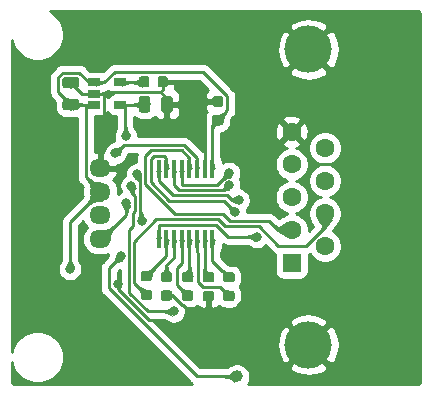
<source format=gbl>
G04 #@! TF.GenerationSoftware,KiCad,Pcbnew,(5.1.2)-1*
G04 #@! TF.CreationDate,2024-07-03T21:07:46+09:00*
G04 #@! TF.ProjectId,IR,49522e6b-6963-4616-945f-706362585858,v1.3*
G04 #@! TF.SameCoordinates,Original*
G04 #@! TF.FileFunction,Copper,L2,Bot*
G04 #@! TF.FilePolarity,Positive*
%FSLAX46Y46*%
G04 Gerber Fmt 4.6, Leading zero omitted, Abs format (unit mm)*
G04 Created by KiCad (PCBNEW (5.1.2)-1) date 2024-07-03 21:07:46*
%MOMM*%
%LPD*%
G04 APERTURE LIST*
%ADD10C,1.000000*%
%ADD11C,0.050000*%
%ADD12C,0.875000*%
%ADD13O,1.800000X1.524000*%
%ADD14C,0.975000*%
%ADD15R,1.060000X0.650000*%
%ADD16R,0.450000X1.500000*%
%ADD17R,1.600000X1.600000*%
%ADD18C,1.600000*%
%ADD19C,4.000000*%
%ADD20C,0.800000*%
%ADD21C,0.250000*%
%ADD22C,0.254000*%
%ADD23C,0.025400*%
G04 APERTURE END LIST*
D10*
X196770000Y-125640000D03*
D11*
G36*
X189387691Y-116716053D02*
G01*
X189408926Y-116719203D01*
X189429750Y-116724419D01*
X189449962Y-116731651D01*
X189469368Y-116740830D01*
X189487781Y-116751866D01*
X189505024Y-116764654D01*
X189520930Y-116779070D01*
X189535346Y-116794976D01*
X189548134Y-116812219D01*
X189559170Y-116830632D01*
X189568349Y-116850038D01*
X189575581Y-116870250D01*
X189580797Y-116891074D01*
X189583947Y-116912309D01*
X189585000Y-116933750D01*
X189585000Y-117371250D01*
X189583947Y-117392691D01*
X189580797Y-117413926D01*
X189575581Y-117434750D01*
X189568349Y-117454962D01*
X189559170Y-117474368D01*
X189548134Y-117492781D01*
X189535346Y-117510024D01*
X189520930Y-117525930D01*
X189505024Y-117540346D01*
X189487781Y-117553134D01*
X189469368Y-117564170D01*
X189449962Y-117573349D01*
X189429750Y-117580581D01*
X189408926Y-117585797D01*
X189387691Y-117588947D01*
X189366250Y-117590000D01*
X188853750Y-117590000D01*
X188832309Y-117588947D01*
X188811074Y-117585797D01*
X188790250Y-117580581D01*
X188770038Y-117573349D01*
X188750632Y-117564170D01*
X188732219Y-117553134D01*
X188714976Y-117540346D01*
X188699070Y-117525930D01*
X188684654Y-117510024D01*
X188671866Y-117492781D01*
X188660830Y-117474368D01*
X188651651Y-117454962D01*
X188644419Y-117434750D01*
X188639203Y-117413926D01*
X188636053Y-117392691D01*
X188635000Y-117371250D01*
X188635000Y-116933750D01*
X188636053Y-116912309D01*
X188639203Y-116891074D01*
X188644419Y-116870250D01*
X188651651Y-116850038D01*
X188660830Y-116830632D01*
X188671866Y-116812219D01*
X188684654Y-116794976D01*
X188699070Y-116779070D01*
X188714976Y-116764654D01*
X188732219Y-116751866D01*
X188750632Y-116740830D01*
X188770038Y-116731651D01*
X188790250Y-116724419D01*
X188811074Y-116719203D01*
X188832309Y-116716053D01*
X188853750Y-116715000D01*
X189366250Y-116715000D01*
X189387691Y-116716053D01*
X189387691Y-116716053D01*
G37*
D12*
X189110000Y-117152500D03*
D11*
G36*
X189387691Y-118291053D02*
G01*
X189408926Y-118294203D01*
X189429750Y-118299419D01*
X189449962Y-118306651D01*
X189469368Y-118315830D01*
X189487781Y-118326866D01*
X189505024Y-118339654D01*
X189520930Y-118354070D01*
X189535346Y-118369976D01*
X189548134Y-118387219D01*
X189559170Y-118405632D01*
X189568349Y-118425038D01*
X189575581Y-118445250D01*
X189580797Y-118466074D01*
X189583947Y-118487309D01*
X189585000Y-118508750D01*
X189585000Y-118946250D01*
X189583947Y-118967691D01*
X189580797Y-118988926D01*
X189575581Y-119009750D01*
X189568349Y-119029962D01*
X189559170Y-119049368D01*
X189548134Y-119067781D01*
X189535346Y-119085024D01*
X189520930Y-119100930D01*
X189505024Y-119115346D01*
X189487781Y-119128134D01*
X189469368Y-119139170D01*
X189449962Y-119148349D01*
X189429750Y-119155581D01*
X189408926Y-119160797D01*
X189387691Y-119163947D01*
X189366250Y-119165000D01*
X188853750Y-119165000D01*
X188832309Y-119163947D01*
X188811074Y-119160797D01*
X188790250Y-119155581D01*
X188770038Y-119148349D01*
X188750632Y-119139170D01*
X188732219Y-119128134D01*
X188714976Y-119115346D01*
X188699070Y-119100930D01*
X188684654Y-119085024D01*
X188671866Y-119067781D01*
X188660830Y-119049368D01*
X188651651Y-119029962D01*
X188644419Y-119009750D01*
X188639203Y-118988926D01*
X188636053Y-118967691D01*
X188635000Y-118946250D01*
X188635000Y-118508750D01*
X188636053Y-118487309D01*
X188639203Y-118466074D01*
X188644419Y-118445250D01*
X188651651Y-118425038D01*
X188660830Y-118405632D01*
X188671866Y-118387219D01*
X188684654Y-118369976D01*
X188699070Y-118354070D01*
X188714976Y-118339654D01*
X188732219Y-118326866D01*
X188750632Y-118315830D01*
X188770038Y-118306651D01*
X188790250Y-118299419D01*
X188811074Y-118294203D01*
X188832309Y-118291053D01*
X188853750Y-118290000D01*
X189366250Y-118290000D01*
X189387691Y-118291053D01*
X189387691Y-118291053D01*
G37*
D12*
X189110000Y-118727500D03*
D13*
X185200000Y-114000000D03*
X185200000Y-112000000D03*
X185200000Y-110000000D03*
X185200000Y-108000000D03*
D11*
G36*
X183180142Y-100276174D02*
G01*
X183203803Y-100279684D01*
X183227007Y-100285496D01*
X183249529Y-100293554D01*
X183271153Y-100303782D01*
X183291670Y-100316079D01*
X183310883Y-100330329D01*
X183328607Y-100346393D01*
X183344671Y-100364117D01*
X183358921Y-100383330D01*
X183371218Y-100403847D01*
X183381446Y-100425471D01*
X183389504Y-100447993D01*
X183395316Y-100471197D01*
X183398826Y-100494858D01*
X183400000Y-100518750D01*
X183400000Y-101006250D01*
X183398826Y-101030142D01*
X183395316Y-101053803D01*
X183389504Y-101077007D01*
X183381446Y-101099529D01*
X183371218Y-101121153D01*
X183358921Y-101141670D01*
X183344671Y-101160883D01*
X183328607Y-101178607D01*
X183310883Y-101194671D01*
X183291670Y-101208921D01*
X183271153Y-101221218D01*
X183249529Y-101231446D01*
X183227007Y-101239504D01*
X183203803Y-101245316D01*
X183180142Y-101248826D01*
X183156250Y-101250000D01*
X182243750Y-101250000D01*
X182219858Y-101248826D01*
X182196197Y-101245316D01*
X182172993Y-101239504D01*
X182150471Y-101231446D01*
X182128847Y-101221218D01*
X182108330Y-101208921D01*
X182089117Y-101194671D01*
X182071393Y-101178607D01*
X182055329Y-101160883D01*
X182041079Y-101141670D01*
X182028782Y-101121153D01*
X182018554Y-101099529D01*
X182010496Y-101077007D01*
X182004684Y-101053803D01*
X182001174Y-101030142D01*
X182000000Y-101006250D01*
X182000000Y-100518750D01*
X182001174Y-100494858D01*
X182004684Y-100471197D01*
X182010496Y-100447993D01*
X182018554Y-100425471D01*
X182028782Y-100403847D01*
X182041079Y-100383330D01*
X182055329Y-100364117D01*
X182071393Y-100346393D01*
X182089117Y-100330329D01*
X182108330Y-100316079D01*
X182128847Y-100303782D01*
X182150471Y-100293554D01*
X182172993Y-100285496D01*
X182196197Y-100279684D01*
X182219858Y-100276174D01*
X182243750Y-100275000D01*
X183156250Y-100275000D01*
X183180142Y-100276174D01*
X183180142Y-100276174D01*
G37*
D14*
X182700000Y-100762500D03*
D11*
G36*
X183180142Y-102151174D02*
G01*
X183203803Y-102154684D01*
X183227007Y-102160496D01*
X183249529Y-102168554D01*
X183271153Y-102178782D01*
X183291670Y-102191079D01*
X183310883Y-102205329D01*
X183328607Y-102221393D01*
X183344671Y-102239117D01*
X183358921Y-102258330D01*
X183371218Y-102278847D01*
X183381446Y-102300471D01*
X183389504Y-102322993D01*
X183395316Y-102346197D01*
X183398826Y-102369858D01*
X183400000Y-102393750D01*
X183400000Y-102881250D01*
X183398826Y-102905142D01*
X183395316Y-102928803D01*
X183389504Y-102952007D01*
X183381446Y-102974529D01*
X183371218Y-102996153D01*
X183358921Y-103016670D01*
X183344671Y-103035883D01*
X183328607Y-103053607D01*
X183310883Y-103069671D01*
X183291670Y-103083921D01*
X183271153Y-103096218D01*
X183249529Y-103106446D01*
X183227007Y-103114504D01*
X183203803Y-103120316D01*
X183180142Y-103123826D01*
X183156250Y-103125000D01*
X182243750Y-103125000D01*
X182219858Y-103123826D01*
X182196197Y-103120316D01*
X182172993Y-103114504D01*
X182150471Y-103106446D01*
X182128847Y-103096218D01*
X182108330Y-103083921D01*
X182089117Y-103069671D01*
X182071393Y-103053607D01*
X182055329Y-103035883D01*
X182041079Y-103016670D01*
X182028782Y-102996153D01*
X182018554Y-102974529D01*
X182010496Y-102952007D01*
X182004684Y-102928803D01*
X182001174Y-102905142D01*
X182000000Y-102881250D01*
X182000000Y-102393750D01*
X182001174Y-102369858D01*
X182004684Y-102346197D01*
X182010496Y-102322993D01*
X182018554Y-102300471D01*
X182028782Y-102278847D01*
X182041079Y-102258330D01*
X182055329Y-102239117D01*
X182071393Y-102221393D01*
X182089117Y-102205329D01*
X182108330Y-102191079D01*
X182128847Y-102178782D01*
X182150471Y-102168554D01*
X182172993Y-102160496D01*
X182196197Y-102154684D01*
X182219858Y-102151174D01*
X182243750Y-102150000D01*
X183156250Y-102150000D01*
X183180142Y-102151174D01*
X183180142Y-102151174D01*
G37*
D14*
X182700000Y-102637500D03*
D11*
G36*
X190727691Y-100226053D02*
G01*
X190748926Y-100229203D01*
X190769750Y-100234419D01*
X190789962Y-100241651D01*
X190809368Y-100250830D01*
X190827781Y-100261866D01*
X190845024Y-100274654D01*
X190860930Y-100289070D01*
X190875346Y-100304976D01*
X190888134Y-100322219D01*
X190899170Y-100340632D01*
X190908349Y-100360038D01*
X190915581Y-100380250D01*
X190920797Y-100401074D01*
X190923947Y-100422309D01*
X190925000Y-100443750D01*
X190925000Y-100956250D01*
X190923947Y-100977691D01*
X190920797Y-100998926D01*
X190915581Y-101019750D01*
X190908349Y-101039962D01*
X190899170Y-101059368D01*
X190888134Y-101077781D01*
X190875346Y-101095024D01*
X190860930Y-101110930D01*
X190845024Y-101125346D01*
X190827781Y-101138134D01*
X190809368Y-101149170D01*
X190789962Y-101158349D01*
X190769750Y-101165581D01*
X190748926Y-101170797D01*
X190727691Y-101173947D01*
X190706250Y-101175000D01*
X190268750Y-101175000D01*
X190247309Y-101173947D01*
X190226074Y-101170797D01*
X190205250Y-101165581D01*
X190185038Y-101158349D01*
X190165632Y-101149170D01*
X190147219Y-101138134D01*
X190129976Y-101125346D01*
X190114070Y-101110930D01*
X190099654Y-101095024D01*
X190086866Y-101077781D01*
X190075830Y-101059368D01*
X190066651Y-101039962D01*
X190059419Y-101019750D01*
X190054203Y-100998926D01*
X190051053Y-100977691D01*
X190050000Y-100956250D01*
X190050000Y-100443750D01*
X190051053Y-100422309D01*
X190054203Y-100401074D01*
X190059419Y-100380250D01*
X190066651Y-100360038D01*
X190075830Y-100340632D01*
X190086866Y-100322219D01*
X190099654Y-100304976D01*
X190114070Y-100289070D01*
X190129976Y-100274654D01*
X190147219Y-100261866D01*
X190165632Y-100250830D01*
X190185038Y-100241651D01*
X190205250Y-100234419D01*
X190226074Y-100229203D01*
X190247309Y-100226053D01*
X190268750Y-100225000D01*
X190706250Y-100225000D01*
X190727691Y-100226053D01*
X190727691Y-100226053D01*
G37*
D12*
X190487500Y-100700000D03*
D11*
G36*
X189152691Y-100226053D02*
G01*
X189173926Y-100229203D01*
X189194750Y-100234419D01*
X189214962Y-100241651D01*
X189234368Y-100250830D01*
X189252781Y-100261866D01*
X189270024Y-100274654D01*
X189285930Y-100289070D01*
X189300346Y-100304976D01*
X189313134Y-100322219D01*
X189324170Y-100340632D01*
X189333349Y-100360038D01*
X189340581Y-100380250D01*
X189345797Y-100401074D01*
X189348947Y-100422309D01*
X189350000Y-100443750D01*
X189350000Y-100956250D01*
X189348947Y-100977691D01*
X189345797Y-100998926D01*
X189340581Y-101019750D01*
X189333349Y-101039962D01*
X189324170Y-101059368D01*
X189313134Y-101077781D01*
X189300346Y-101095024D01*
X189285930Y-101110930D01*
X189270024Y-101125346D01*
X189252781Y-101138134D01*
X189234368Y-101149170D01*
X189214962Y-101158349D01*
X189194750Y-101165581D01*
X189173926Y-101170797D01*
X189152691Y-101173947D01*
X189131250Y-101175000D01*
X188693750Y-101175000D01*
X188672309Y-101173947D01*
X188651074Y-101170797D01*
X188630250Y-101165581D01*
X188610038Y-101158349D01*
X188590632Y-101149170D01*
X188572219Y-101138134D01*
X188554976Y-101125346D01*
X188539070Y-101110930D01*
X188524654Y-101095024D01*
X188511866Y-101077781D01*
X188500830Y-101059368D01*
X188491651Y-101039962D01*
X188484419Y-101019750D01*
X188479203Y-100998926D01*
X188476053Y-100977691D01*
X188475000Y-100956250D01*
X188475000Y-100443750D01*
X188476053Y-100422309D01*
X188479203Y-100401074D01*
X188484419Y-100380250D01*
X188491651Y-100360038D01*
X188500830Y-100340632D01*
X188511866Y-100322219D01*
X188524654Y-100304976D01*
X188539070Y-100289070D01*
X188554976Y-100274654D01*
X188572219Y-100261866D01*
X188590632Y-100250830D01*
X188610038Y-100241651D01*
X188630250Y-100234419D01*
X188651074Y-100229203D01*
X188672309Y-100226053D01*
X188693750Y-100225000D01*
X189131250Y-100225000D01*
X189152691Y-100226053D01*
X189152691Y-100226053D01*
G37*
D12*
X188912500Y-100700000D03*
D11*
G36*
X189230142Y-101901174D02*
G01*
X189253803Y-101904684D01*
X189277007Y-101910496D01*
X189299529Y-101918554D01*
X189321153Y-101928782D01*
X189341670Y-101941079D01*
X189360883Y-101955329D01*
X189378607Y-101971393D01*
X189394671Y-101989117D01*
X189408921Y-102008330D01*
X189421218Y-102028847D01*
X189431446Y-102050471D01*
X189439504Y-102072993D01*
X189445316Y-102096197D01*
X189448826Y-102119858D01*
X189450000Y-102143750D01*
X189450000Y-103056250D01*
X189448826Y-103080142D01*
X189445316Y-103103803D01*
X189439504Y-103127007D01*
X189431446Y-103149529D01*
X189421218Y-103171153D01*
X189408921Y-103191670D01*
X189394671Y-103210883D01*
X189378607Y-103228607D01*
X189360883Y-103244671D01*
X189341670Y-103258921D01*
X189321153Y-103271218D01*
X189299529Y-103281446D01*
X189277007Y-103289504D01*
X189253803Y-103295316D01*
X189230142Y-103298826D01*
X189206250Y-103300000D01*
X188718750Y-103300000D01*
X188694858Y-103298826D01*
X188671197Y-103295316D01*
X188647993Y-103289504D01*
X188625471Y-103281446D01*
X188603847Y-103271218D01*
X188583330Y-103258921D01*
X188564117Y-103244671D01*
X188546393Y-103228607D01*
X188530329Y-103210883D01*
X188516079Y-103191670D01*
X188503782Y-103171153D01*
X188493554Y-103149529D01*
X188485496Y-103127007D01*
X188479684Y-103103803D01*
X188476174Y-103080142D01*
X188475000Y-103056250D01*
X188475000Y-102143750D01*
X188476174Y-102119858D01*
X188479684Y-102096197D01*
X188485496Y-102072993D01*
X188493554Y-102050471D01*
X188503782Y-102028847D01*
X188516079Y-102008330D01*
X188530329Y-101989117D01*
X188546393Y-101971393D01*
X188564117Y-101955329D01*
X188583330Y-101941079D01*
X188603847Y-101928782D01*
X188625471Y-101918554D01*
X188647993Y-101910496D01*
X188671197Y-101904684D01*
X188694858Y-101901174D01*
X188718750Y-101900000D01*
X189206250Y-101900000D01*
X189230142Y-101901174D01*
X189230142Y-101901174D01*
G37*
D14*
X188962500Y-102600000D03*
D11*
G36*
X191105142Y-101901174D02*
G01*
X191128803Y-101904684D01*
X191152007Y-101910496D01*
X191174529Y-101918554D01*
X191196153Y-101928782D01*
X191216670Y-101941079D01*
X191235883Y-101955329D01*
X191253607Y-101971393D01*
X191269671Y-101989117D01*
X191283921Y-102008330D01*
X191296218Y-102028847D01*
X191306446Y-102050471D01*
X191314504Y-102072993D01*
X191320316Y-102096197D01*
X191323826Y-102119858D01*
X191325000Y-102143750D01*
X191325000Y-103056250D01*
X191323826Y-103080142D01*
X191320316Y-103103803D01*
X191314504Y-103127007D01*
X191306446Y-103149529D01*
X191296218Y-103171153D01*
X191283921Y-103191670D01*
X191269671Y-103210883D01*
X191253607Y-103228607D01*
X191235883Y-103244671D01*
X191216670Y-103258921D01*
X191196153Y-103271218D01*
X191174529Y-103281446D01*
X191152007Y-103289504D01*
X191128803Y-103295316D01*
X191105142Y-103298826D01*
X191081250Y-103300000D01*
X190593750Y-103300000D01*
X190569858Y-103298826D01*
X190546197Y-103295316D01*
X190522993Y-103289504D01*
X190500471Y-103281446D01*
X190478847Y-103271218D01*
X190458330Y-103258921D01*
X190439117Y-103244671D01*
X190421393Y-103228607D01*
X190405329Y-103210883D01*
X190391079Y-103191670D01*
X190378782Y-103171153D01*
X190368554Y-103149529D01*
X190360496Y-103127007D01*
X190354684Y-103103803D01*
X190351174Y-103080142D01*
X190350000Y-103056250D01*
X190350000Y-102143750D01*
X190351174Y-102119858D01*
X190354684Y-102096197D01*
X190360496Y-102072993D01*
X190368554Y-102050471D01*
X190378782Y-102028847D01*
X190391079Y-102008330D01*
X190405329Y-101989117D01*
X190421393Y-101971393D01*
X190439117Y-101955329D01*
X190458330Y-101941079D01*
X190478847Y-101928782D01*
X190500471Y-101918554D01*
X190522993Y-101910496D01*
X190546197Y-101904684D01*
X190569858Y-101901174D01*
X190593750Y-101900000D01*
X191081250Y-101900000D01*
X191105142Y-101901174D01*
X191105142Y-101901174D01*
G37*
D14*
X190837500Y-102600000D03*
D15*
X184700000Y-102650000D03*
X184700000Y-101700000D03*
X184700000Y-100750000D03*
X186900000Y-100750000D03*
X186900000Y-102650000D03*
D11*
G36*
X196377691Y-116814053D02*
G01*
X196398926Y-116817203D01*
X196419750Y-116822419D01*
X196439962Y-116829651D01*
X196459368Y-116838830D01*
X196477781Y-116849866D01*
X196495024Y-116862654D01*
X196510930Y-116877070D01*
X196525346Y-116892976D01*
X196538134Y-116910219D01*
X196549170Y-116928632D01*
X196558349Y-116948038D01*
X196565581Y-116968250D01*
X196570797Y-116989074D01*
X196573947Y-117010309D01*
X196575000Y-117031750D01*
X196575000Y-117469250D01*
X196573947Y-117490691D01*
X196570797Y-117511926D01*
X196565581Y-117532750D01*
X196558349Y-117552962D01*
X196549170Y-117572368D01*
X196538134Y-117590781D01*
X196525346Y-117608024D01*
X196510930Y-117623930D01*
X196495024Y-117638346D01*
X196477781Y-117651134D01*
X196459368Y-117662170D01*
X196439962Y-117671349D01*
X196419750Y-117678581D01*
X196398926Y-117683797D01*
X196377691Y-117686947D01*
X196356250Y-117688000D01*
X195843750Y-117688000D01*
X195822309Y-117686947D01*
X195801074Y-117683797D01*
X195780250Y-117678581D01*
X195760038Y-117671349D01*
X195740632Y-117662170D01*
X195722219Y-117651134D01*
X195704976Y-117638346D01*
X195689070Y-117623930D01*
X195674654Y-117608024D01*
X195661866Y-117590781D01*
X195650830Y-117572368D01*
X195641651Y-117552962D01*
X195634419Y-117532750D01*
X195629203Y-117511926D01*
X195626053Y-117490691D01*
X195625000Y-117469250D01*
X195625000Y-117031750D01*
X195626053Y-117010309D01*
X195629203Y-116989074D01*
X195634419Y-116968250D01*
X195641651Y-116948038D01*
X195650830Y-116928632D01*
X195661866Y-116910219D01*
X195674654Y-116892976D01*
X195689070Y-116877070D01*
X195704976Y-116862654D01*
X195722219Y-116849866D01*
X195740632Y-116838830D01*
X195760038Y-116829651D01*
X195780250Y-116822419D01*
X195801074Y-116817203D01*
X195822309Y-116814053D01*
X195843750Y-116813000D01*
X196356250Y-116813000D01*
X196377691Y-116814053D01*
X196377691Y-116814053D01*
G37*
D12*
X196100000Y-117250500D03*
D11*
G36*
X196377691Y-118389053D02*
G01*
X196398926Y-118392203D01*
X196419750Y-118397419D01*
X196439962Y-118404651D01*
X196459368Y-118413830D01*
X196477781Y-118424866D01*
X196495024Y-118437654D01*
X196510930Y-118452070D01*
X196525346Y-118467976D01*
X196538134Y-118485219D01*
X196549170Y-118503632D01*
X196558349Y-118523038D01*
X196565581Y-118543250D01*
X196570797Y-118564074D01*
X196573947Y-118585309D01*
X196575000Y-118606750D01*
X196575000Y-119044250D01*
X196573947Y-119065691D01*
X196570797Y-119086926D01*
X196565581Y-119107750D01*
X196558349Y-119127962D01*
X196549170Y-119147368D01*
X196538134Y-119165781D01*
X196525346Y-119183024D01*
X196510930Y-119198930D01*
X196495024Y-119213346D01*
X196477781Y-119226134D01*
X196459368Y-119237170D01*
X196439962Y-119246349D01*
X196419750Y-119253581D01*
X196398926Y-119258797D01*
X196377691Y-119261947D01*
X196356250Y-119263000D01*
X195843750Y-119263000D01*
X195822309Y-119261947D01*
X195801074Y-119258797D01*
X195780250Y-119253581D01*
X195760038Y-119246349D01*
X195740632Y-119237170D01*
X195722219Y-119226134D01*
X195704976Y-119213346D01*
X195689070Y-119198930D01*
X195674654Y-119183024D01*
X195661866Y-119165781D01*
X195650830Y-119147368D01*
X195641651Y-119127962D01*
X195634419Y-119107750D01*
X195629203Y-119086926D01*
X195626053Y-119065691D01*
X195625000Y-119044250D01*
X195625000Y-118606750D01*
X195626053Y-118585309D01*
X195629203Y-118564074D01*
X195634419Y-118543250D01*
X195641651Y-118523038D01*
X195650830Y-118503632D01*
X195661866Y-118485219D01*
X195674654Y-118467976D01*
X195689070Y-118452070D01*
X195704976Y-118437654D01*
X195722219Y-118424866D01*
X195740632Y-118413830D01*
X195760038Y-118404651D01*
X195780250Y-118397419D01*
X195801074Y-118392203D01*
X195822309Y-118389053D01*
X195843750Y-118388000D01*
X196356250Y-118388000D01*
X196377691Y-118389053D01*
X196377691Y-118389053D01*
G37*
D12*
X196100000Y-118825500D03*
D11*
G36*
X195427691Y-103493053D02*
G01*
X195448926Y-103496203D01*
X195469750Y-103501419D01*
X195489962Y-103508651D01*
X195509368Y-103517830D01*
X195527781Y-103528866D01*
X195545024Y-103541654D01*
X195560930Y-103556070D01*
X195575346Y-103571976D01*
X195588134Y-103589219D01*
X195599170Y-103607632D01*
X195608349Y-103627038D01*
X195615581Y-103647250D01*
X195620797Y-103668074D01*
X195623947Y-103689309D01*
X195625000Y-103710750D01*
X195625000Y-104148250D01*
X195623947Y-104169691D01*
X195620797Y-104190926D01*
X195615581Y-104211750D01*
X195608349Y-104231962D01*
X195599170Y-104251368D01*
X195588134Y-104269781D01*
X195575346Y-104287024D01*
X195560930Y-104302930D01*
X195545024Y-104317346D01*
X195527781Y-104330134D01*
X195509368Y-104341170D01*
X195489962Y-104350349D01*
X195469750Y-104357581D01*
X195448926Y-104362797D01*
X195427691Y-104365947D01*
X195406250Y-104367000D01*
X194893750Y-104367000D01*
X194872309Y-104365947D01*
X194851074Y-104362797D01*
X194830250Y-104357581D01*
X194810038Y-104350349D01*
X194790632Y-104341170D01*
X194772219Y-104330134D01*
X194754976Y-104317346D01*
X194739070Y-104302930D01*
X194724654Y-104287024D01*
X194711866Y-104269781D01*
X194700830Y-104251368D01*
X194691651Y-104231962D01*
X194684419Y-104211750D01*
X194679203Y-104190926D01*
X194676053Y-104169691D01*
X194675000Y-104148250D01*
X194675000Y-103710750D01*
X194676053Y-103689309D01*
X194679203Y-103668074D01*
X194684419Y-103647250D01*
X194691651Y-103627038D01*
X194700830Y-103607632D01*
X194711866Y-103589219D01*
X194724654Y-103571976D01*
X194739070Y-103556070D01*
X194754976Y-103541654D01*
X194772219Y-103528866D01*
X194790632Y-103517830D01*
X194810038Y-103508651D01*
X194830250Y-103501419D01*
X194851074Y-103496203D01*
X194872309Y-103493053D01*
X194893750Y-103492000D01*
X195406250Y-103492000D01*
X195427691Y-103493053D01*
X195427691Y-103493053D01*
G37*
D12*
X195150000Y-103929500D03*
D11*
G36*
X195427691Y-101918053D02*
G01*
X195448926Y-101921203D01*
X195469750Y-101926419D01*
X195489962Y-101933651D01*
X195509368Y-101942830D01*
X195527781Y-101953866D01*
X195545024Y-101966654D01*
X195560930Y-101981070D01*
X195575346Y-101996976D01*
X195588134Y-102014219D01*
X195599170Y-102032632D01*
X195608349Y-102052038D01*
X195615581Y-102072250D01*
X195620797Y-102093074D01*
X195623947Y-102114309D01*
X195625000Y-102135750D01*
X195625000Y-102573250D01*
X195623947Y-102594691D01*
X195620797Y-102615926D01*
X195615581Y-102636750D01*
X195608349Y-102656962D01*
X195599170Y-102676368D01*
X195588134Y-102694781D01*
X195575346Y-102712024D01*
X195560930Y-102727930D01*
X195545024Y-102742346D01*
X195527781Y-102755134D01*
X195509368Y-102766170D01*
X195489962Y-102775349D01*
X195469750Y-102782581D01*
X195448926Y-102787797D01*
X195427691Y-102790947D01*
X195406250Y-102792000D01*
X194893750Y-102792000D01*
X194872309Y-102790947D01*
X194851074Y-102787797D01*
X194830250Y-102782581D01*
X194810038Y-102775349D01*
X194790632Y-102766170D01*
X194772219Y-102755134D01*
X194754976Y-102742346D01*
X194739070Y-102727930D01*
X194724654Y-102712024D01*
X194711866Y-102694781D01*
X194700830Y-102676368D01*
X194691651Y-102656962D01*
X194684419Y-102636750D01*
X194679203Y-102615926D01*
X194676053Y-102594691D01*
X194675000Y-102573250D01*
X194675000Y-102135750D01*
X194676053Y-102114309D01*
X194679203Y-102093074D01*
X194684419Y-102072250D01*
X194691651Y-102052038D01*
X194700830Y-102032632D01*
X194711866Y-102014219D01*
X194724654Y-101996976D01*
X194739070Y-101981070D01*
X194754976Y-101966654D01*
X194772219Y-101953866D01*
X194790632Y-101942830D01*
X194810038Y-101933651D01*
X194830250Y-101926419D01*
X194851074Y-101921203D01*
X194872309Y-101918053D01*
X194893750Y-101917000D01*
X195406250Y-101917000D01*
X195427691Y-101918053D01*
X195427691Y-101918053D01*
G37*
D12*
X195150000Y-102354500D03*
D11*
G36*
X192877691Y-118363053D02*
G01*
X192898926Y-118366203D01*
X192919750Y-118371419D01*
X192939962Y-118378651D01*
X192959368Y-118387830D01*
X192977781Y-118398866D01*
X192995024Y-118411654D01*
X193010930Y-118426070D01*
X193025346Y-118441976D01*
X193038134Y-118459219D01*
X193049170Y-118477632D01*
X193058349Y-118497038D01*
X193065581Y-118517250D01*
X193070797Y-118538074D01*
X193073947Y-118559309D01*
X193075000Y-118580750D01*
X193075000Y-119018250D01*
X193073947Y-119039691D01*
X193070797Y-119060926D01*
X193065581Y-119081750D01*
X193058349Y-119101962D01*
X193049170Y-119121368D01*
X193038134Y-119139781D01*
X193025346Y-119157024D01*
X193010930Y-119172930D01*
X192995024Y-119187346D01*
X192977781Y-119200134D01*
X192959368Y-119211170D01*
X192939962Y-119220349D01*
X192919750Y-119227581D01*
X192898926Y-119232797D01*
X192877691Y-119235947D01*
X192856250Y-119237000D01*
X192343750Y-119237000D01*
X192322309Y-119235947D01*
X192301074Y-119232797D01*
X192280250Y-119227581D01*
X192260038Y-119220349D01*
X192240632Y-119211170D01*
X192222219Y-119200134D01*
X192204976Y-119187346D01*
X192189070Y-119172930D01*
X192174654Y-119157024D01*
X192161866Y-119139781D01*
X192150830Y-119121368D01*
X192141651Y-119101962D01*
X192134419Y-119081750D01*
X192129203Y-119060926D01*
X192126053Y-119039691D01*
X192125000Y-119018250D01*
X192125000Y-118580750D01*
X192126053Y-118559309D01*
X192129203Y-118538074D01*
X192134419Y-118517250D01*
X192141651Y-118497038D01*
X192150830Y-118477632D01*
X192161866Y-118459219D01*
X192174654Y-118441976D01*
X192189070Y-118426070D01*
X192204976Y-118411654D01*
X192222219Y-118398866D01*
X192240632Y-118387830D01*
X192260038Y-118378651D01*
X192280250Y-118371419D01*
X192301074Y-118366203D01*
X192322309Y-118363053D01*
X192343750Y-118362000D01*
X192856250Y-118362000D01*
X192877691Y-118363053D01*
X192877691Y-118363053D01*
G37*
D12*
X192600000Y-118799500D03*
D11*
G36*
X192877691Y-116788053D02*
G01*
X192898926Y-116791203D01*
X192919750Y-116796419D01*
X192939962Y-116803651D01*
X192959368Y-116812830D01*
X192977781Y-116823866D01*
X192995024Y-116836654D01*
X193010930Y-116851070D01*
X193025346Y-116866976D01*
X193038134Y-116884219D01*
X193049170Y-116902632D01*
X193058349Y-116922038D01*
X193065581Y-116942250D01*
X193070797Y-116963074D01*
X193073947Y-116984309D01*
X193075000Y-117005750D01*
X193075000Y-117443250D01*
X193073947Y-117464691D01*
X193070797Y-117485926D01*
X193065581Y-117506750D01*
X193058349Y-117526962D01*
X193049170Y-117546368D01*
X193038134Y-117564781D01*
X193025346Y-117582024D01*
X193010930Y-117597930D01*
X192995024Y-117612346D01*
X192977781Y-117625134D01*
X192959368Y-117636170D01*
X192939962Y-117645349D01*
X192919750Y-117652581D01*
X192898926Y-117657797D01*
X192877691Y-117660947D01*
X192856250Y-117662000D01*
X192343750Y-117662000D01*
X192322309Y-117660947D01*
X192301074Y-117657797D01*
X192280250Y-117652581D01*
X192260038Y-117645349D01*
X192240632Y-117636170D01*
X192222219Y-117625134D01*
X192204976Y-117612346D01*
X192189070Y-117597930D01*
X192174654Y-117582024D01*
X192161866Y-117564781D01*
X192150830Y-117546368D01*
X192141651Y-117526962D01*
X192134419Y-117506750D01*
X192129203Y-117485926D01*
X192126053Y-117464691D01*
X192125000Y-117443250D01*
X192125000Y-117005750D01*
X192126053Y-116984309D01*
X192129203Y-116963074D01*
X192134419Y-116942250D01*
X192141651Y-116922038D01*
X192150830Y-116902632D01*
X192161866Y-116884219D01*
X192174654Y-116866976D01*
X192189070Y-116851070D01*
X192204976Y-116836654D01*
X192222219Y-116823866D01*
X192240632Y-116812830D01*
X192260038Y-116803651D01*
X192280250Y-116796419D01*
X192301074Y-116791203D01*
X192322309Y-116788053D01*
X192343750Y-116787000D01*
X192856250Y-116787000D01*
X192877691Y-116788053D01*
X192877691Y-116788053D01*
G37*
D12*
X192600000Y-117224500D03*
D11*
G36*
X194627691Y-118389053D02*
G01*
X194648926Y-118392203D01*
X194669750Y-118397419D01*
X194689962Y-118404651D01*
X194709368Y-118413830D01*
X194727781Y-118424866D01*
X194745024Y-118437654D01*
X194760930Y-118452070D01*
X194775346Y-118467976D01*
X194788134Y-118485219D01*
X194799170Y-118503632D01*
X194808349Y-118523038D01*
X194815581Y-118543250D01*
X194820797Y-118564074D01*
X194823947Y-118585309D01*
X194825000Y-118606750D01*
X194825000Y-119044250D01*
X194823947Y-119065691D01*
X194820797Y-119086926D01*
X194815581Y-119107750D01*
X194808349Y-119127962D01*
X194799170Y-119147368D01*
X194788134Y-119165781D01*
X194775346Y-119183024D01*
X194760930Y-119198930D01*
X194745024Y-119213346D01*
X194727781Y-119226134D01*
X194709368Y-119237170D01*
X194689962Y-119246349D01*
X194669750Y-119253581D01*
X194648926Y-119258797D01*
X194627691Y-119261947D01*
X194606250Y-119263000D01*
X194093750Y-119263000D01*
X194072309Y-119261947D01*
X194051074Y-119258797D01*
X194030250Y-119253581D01*
X194010038Y-119246349D01*
X193990632Y-119237170D01*
X193972219Y-119226134D01*
X193954976Y-119213346D01*
X193939070Y-119198930D01*
X193924654Y-119183024D01*
X193911866Y-119165781D01*
X193900830Y-119147368D01*
X193891651Y-119127962D01*
X193884419Y-119107750D01*
X193879203Y-119086926D01*
X193876053Y-119065691D01*
X193875000Y-119044250D01*
X193875000Y-118606750D01*
X193876053Y-118585309D01*
X193879203Y-118564074D01*
X193884419Y-118543250D01*
X193891651Y-118523038D01*
X193900830Y-118503632D01*
X193911866Y-118485219D01*
X193924654Y-118467976D01*
X193939070Y-118452070D01*
X193954976Y-118437654D01*
X193972219Y-118424866D01*
X193990632Y-118413830D01*
X194010038Y-118404651D01*
X194030250Y-118397419D01*
X194051074Y-118392203D01*
X194072309Y-118389053D01*
X194093750Y-118388000D01*
X194606250Y-118388000D01*
X194627691Y-118389053D01*
X194627691Y-118389053D01*
G37*
D12*
X194350000Y-118825500D03*
D11*
G36*
X194627691Y-116814053D02*
G01*
X194648926Y-116817203D01*
X194669750Y-116822419D01*
X194689962Y-116829651D01*
X194709368Y-116838830D01*
X194727781Y-116849866D01*
X194745024Y-116862654D01*
X194760930Y-116877070D01*
X194775346Y-116892976D01*
X194788134Y-116910219D01*
X194799170Y-116928632D01*
X194808349Y-116948038D01*
X194815581Y-116968250D01*
X194820797Y-116989074D01*
X194823947Y-117010309D01*
X194825000Y-117031750D01*
X194825000Y-117469250D01*
X194823947Y-117490691D01*
X194820797Y-117511926D01*
X194815581Y-117532750D01*
X194808349Y-117552962D01*
X194799170Y-117572368D01*
X194788134Y-117590781D01*
X194775346Y-117608024D01*
X194760930Y-117623930D01*
X194745024Y-117638346D01*
X194727781Y-117651134D01*
X194709368Y-117662170D01*
X194689962Y-117671349D01*
X194669750Y-117678581D01*
X194648926Y-117683797D01*
X194627691Y-117686947D01*
X194606250Y-117688000D01*
X194093750Y-117688000D01*
X194072309Y-117686947D01*
X194051074Y-117683797D01*
X194030250Y-117678581D01*
X194010038Y-117671349D01*
X193990632Y-117662170D01*
X193972219Y-117651134D01*
X193954976Y-117638346D01*
X193939070Y-117623930D01*
X193924654Y-117608024D01*
X193911866Y-117590781D01*
X193900830Y-117572368D01*
X193891651Y-117552962D01*
X193884419Y-117532750D01*
X193879203Y-117511926D01*
X193876053Y-117490691D01*
X193875000Y-117469250D01*
X193875000Y-117031750D01*
X193876053Y-117010309D01*
X193879203Y-116989074D01*
X193884419Y-116968250D01*
X193891651Y-116948038D01*
X193900830Y-116928632D01*
X193911866Y-116910219D01*
X193924654Y-116892976D01*
X193939070Y-116877070D01*
X193954976Y-116862654D01*
X193972219Y-116849866D01*
X193990632Y-116838830D01*
X194010038Y-116829651D01*
X194030250Y-116822419D01*
X194051074Y-116817203D01*
X194072309Y-116814053D01*
X194093750Y-116813000D01*
X194606250Y-116813000D01*
X194627691Y-116814053D01*
X194627691Y-116814053D01*
G37*
D12*
X194350000Y-117250500D03*
D11*
G36*
X191077691Y-116776053D02*
G01*
X191098926Y-116779203D01*
X191119750Y-116784419D01*
X191139962Y-116791651D01*
X191159368Y-116800830D01*
X191177781Y-116811866D01*
X191195024Y-116824654D01*
X191210930Y-116839070D01*
X191225346Y-116854976D01*
X191238134Y-116872219D01*
X191249170Y-116890632D01*
X191258349Y-116910038D01*
X191265581Y-116930250D01*
X191270797Y-116951074D01*
X191273947Y-116972309D01*
X191275000Y-116993750D01*
X191275000Y-117431250D01*
X191273947Y-117452691D01*
X191270797Y-117473926D01*
X191265581Y-117494750D01*
X191258349Y-117514962D01*
X191249170Y-117534368D01*
X191238134Y-117552781D01*
X191225346Y-117570024D01*
X191210930Y-117585930D01*
X191195024Y-117600346D01*
X191177781Y-117613134D01*
X191159368Y-117624170D01*
X191139962Y-117633349D01*
X191119750Y-117640581D01*
X191098926Y-117645797D01*
X191077691Y-117648947D01*
X191056250Y-117650000D01*
X190543750Y-117650000D01*
X190522309Y-117648947D01*
X190501074Y-117645797D01*
X190480250Y-117640581D01*
X190460038Y-117633349D01*
X190440632Y-117624170D01*
X190422219Y-117613134D01*
X190404976Y-117600346D01*
X190389070Y-117585930D01*
X190374654Y-117570024D01*
X190361866Y-117552781D01*
X190350830Y-117534368D01*
X190341651Y-117514962D01*
X190334419Y-117494750D01*
X190329203Y-117473926D01*
X190326053Y-117452691D01*
X190325000Y-117431250D01*
X190325000Y-116993750D01*
X190326053Y-116972309D01*
X190329203Y-116951074D01*
X190334419Y-116930250D01*
X190341651Y-116910038D01*
X190350830Y-116890632D01*
X190361866Y-116872219D01*
X190374654Y-116854976D01*
X190389070Y-116839070D01*
X190404976Y-116824654D01*
X190422219Y-116811866D01*
X190440632Y-116800830D01*
X190460038Y-116791651D01*
X190480250Y-116784419D01*
X190501074Y-116779203D01*
X190522309Y-116776053D01*
X190543750Y-116775000D01*
X191056250Y-116775000D01*
X191077691Y-116776053D01*
X191077691Y-116776053D01*
G37*
D12*
X190800000Y-117212500D03*
D11*
G36*
X191077691Y-118351053D02*
G01*
X191098926Y-118354203D01*
X191119750Y-118359419D01*
X191139962Y-118366651D01*
X191159368Y-118375830D01*
X191177781Y-118386866D01*
X191195024Y-118399654D01*
X191210930Y-118414070D01*
X191225346Y-118429976D01*
X191238134Y-118447219D01*
X191249170Y-118465632D01*
X191258349Y-118485038D01*
X191265581Y-118505250D01*
X191270797Y-118526074D01*
X191273947Y-118547309D01*
X191275000Y-118568750D01*
X191275000Y-119006250D01*
X191273947Y-119027691D01*
X191270797Y-119048926D01*
X191265581Y-119069750D01*
X191258349Y-119089962D01*
X191249170Y-119109368D01*
X191238134Y-119127781D01*
X191225346Y-119145024D01*
X191210930Y-119160930D01*
X191195024Y-119175346D01*
X191177781Y-119188134D01*
X191159368Y-119199170D01*
X191139962Y-119208349D01*
X191119750Y-119215581D01*
X191098926Y-119220797D01*
X191077691Y-119223947D01*
X191056250Y-119225000D01*
X190543750Y-119225000D01*
X190522309Y-119223947D01*
X190501074Y-119220797D01*
X190480250Y-119215581D01*
X190460038Y-119208349D01*
X190440632Y-119199170D01*
X190422219Y-119188134D01*
X190404976Y-119175346D01*
X190389070Y-119160930D01*
X190374654Y-119145024D01*
X190361866Y-119127781D01*
X190350830Y-119109368D01*
X190341651Y-119089962D01*
X190334419Y-119069750D01*
X190329203Y-119048926D01*
X190326053Y-119027691D01*
X190325000Y-119006250D01*
X190325000Y-118568750D01*
X190326053Y-118547309D01*
X190329203Y-118526074D01*
X190334419Y-118505250D01*
X190341651Y-118485038D01*
X190350830Y-118465632D01*
X190361866Y-118447219D01*
X190374654Y-118429976D01*
X190389070Y-118414070D01*
X190404976Y-118399654D01*
X190422219Y-118386866D01*
X190440632Y-118375830D01*
X190460038Y-118366651D01*
X190480250Y-118359419D01*
X190501074Y-118354203D01*
X190522309Y-118351053D01*
X190543750Y-118350000D01*
X191056250Y-118350000D01*
X191077691Y-118351053D01*
X191077691Y-118351053D01*
G37*
D12*
X190800000Y-118787500D03*
D16*
X194695000Y-114020000D03*
X194045000Y-114020000D03*
X193395000Y-114020000D03*
X192745000Y-114020000D03*
X192095000Y-114020000D03*
X191445000Y-114020000D03*
X190795000Y-114020000D03*
X190145000Y-114020000D03*
X190145000Y-108120000D03*
X190795000Y-108120000D03*
X191445000Y-108120000D03*
X192095000Y-108120000D03*
X192745000Y-108120000D03*
X193395000Y-108120000D03*
X194045000Y-108120000D03*
X194695000Y-108120000D03*
D17*
X201400000Y-116000000D03*
D18*
X201400000Y-113230000D03*
X201400000Y-110460000D03*
X201400000Y-107690000D03*
X201400000Y-104920000D03*
X204240000Y-114615000D03*
X204240000Y-111845000D03*
X204240000Y-109075000D03*
X204240000Y-106305000D03*
D19*
X202820000Y-122960000D03*
X202820000Y-97960000D03*
D20*
X187363600Y-105318700D03*
X196031200Y-115186500D03*
X186677100Y-117804400D03*
X182637500Y-116544900D03*
X187400000Y-110960000D03*
X196110000Y-108420000D03*
X196098000Y-109458000D03*
X188716200Y-112482000D03*
X188294979Y-108532900D03*
X191421500Y-120143300D03*
X187844968Y-109493154D03*
X186914979Y-115486400D03*
X186486300Y-106750000D03*
X196600000Y-111730000D03*
X196920000Y-110710000D03*
X198458600Y-113820800D03*
D21*
X187327700Y-102650000D02*
X187327700Y-105282800D01*
X187327700Y-105282800D02*
X187363600Y-105318700D01*
X187327700Y-102650000D02*
X187755300Y-102650000D01*
X186900000Y-102650000D02*
X187327700Y-102650000D01*
X188962500Y-102600000D02*
X188912500Y-102650000D01*
X188912500Y-102650000D02*
X187755300Y-102650000D01*
X200853200Y-119627100D02*
X196904300Y-119627100D01*
X190298400Y-101537400D02*
X185717900Y-101537400D01*
X185717900Y-101537400D02*
X185555300Y-101700000D01*
X190487500Y-100700000D02*
X190487500Y-101348300D01*
X190487500Y-101348300D02*
X190298400Y-101537400D01*
X190298400Y-101537400D02*
X190837500Y-102076500D01*
X190837500Y-102076500D02*
X190837500Y-102600000D01*
X184700000Y-101700000D02*
X185555300Y-101700000D01*
X185200000Y-108000000D02*
X185200000Y-106912700D01*
X185200000Y-106912700D02*
X185555300Y-106557400D01*
X185555300Y-106557400D02*
X185555300Y-101700000D01*
X184700000Y-101700000D02*
X183637500Y-101700000D01*
X183637500Y-101700000D02*
X182700000Y-100762500D01*
X190837500Y-102600000D02*
X192860800Y-102600000D01*
X192860800Y-102600000D02*
X194045000Y-103784200D01*
X194045000Y-108120000D02*
X194045000Y-103784200D01*
X200853200Y-120993200D02*
X202820000Y-122960000D01*
X200853200Y-119627100D02*
X200853200Y-120993200D01*
X192470000Y-119898600D02*
X192191100Y-119619700D01*
X186677100Y-118237100D02*
X189340000Y-120900000D01*
X186677100Y-117804400D02*
X186677100Y-118237100D01*
X189340000Y-120900000D02*
X190580000Y-120900000D01*
X190580000Y-120900000D02*
X190880000Y-121200000D01*
X190880000Y-121200000D02*
X192470000Y-121200000D01*
X192470000Y-121200000D02*
X192470000Y-119898600D01*
X192135300Y-119619700D02*
X191303100Y-118787500D01*
X192191100Y-119619700D02*
X192135300Y-119619700D01*
X191303100Y-118787500D02*
X190800000Y-118787500D01*
X192531400Y-119960000D02*
X192191100Y-119619700D01*
X194310000Y-119960000D02*
X192531400Y-119960000D01*
X194350000Y-118825500D02*
X194350000Y-119920000D01*
X194350000Y-119920000D02*
X194310000Y-119960000D01*
X194350000Y-120000000D02*
X194350000Y-118825500D01*
X196904300Y-119627100D02*
X196531400Y-120000000D01*
X196531400Y-120000000D02*
X194350000Y-120000000D01*
X197490000Y-119041400D02*
X196904300Y-119627100D01*
X196031200Y-115186500D02*
X197490000Y-116645300D01*
X197490000Y-116645300D02*
X197490000Y-119041400D01*
X201422900Y-119627100D02*
X200853200Y-119627100D01*
X203570000Y-107690000D02*
X205480000Y-107690000D01*
X205480000Y-107690000D02*
X205860000Y-108070000D01*
X205860000Y-108070000D02*
X205860000Y-115190000D01*
X205860000Y-115190000D02*
X201422900Y-119627100D01*
X202199999Y-105719999D02*
X202199999Y-105779999D01*
X201400000Y-104920000D02*
X202199999Y-105719999D01*
X202275000Y-105855000D02*
X202275000Y-106395000D01*
X202199999Y-105779999D02*
X202275000Y-105855000D01*
X202275000Y-106395000D02*
X203570000Y-107690000D01*
X194090000Y-102360000D02*
X194632000Y-102360000D01*
X194045000Y-103784200D02*
X194045000Y-102405000D01*
X194045000Y-102405000D02*
X194090000Y-102360000D01*
X194632000Y-102354500D02*
X195150000Y-102354500D01*
X184700000Y-100750000D02*
X185555300Y-100750000D01*
X185555300Y-100750000D02*
X186442700Y-99862600D01*
X186442700Y-99862600D02*
X193908400Y-99862600D01*
X193908400Y-99862600D02*
X195965500Y-101919700D01*
X195965500Y-101919700D02*
X195965500Y-103114000D01*
X195965500Y-103114000D02*
X195150000Y-103929500D01*
X194922500Y-104157000D02*
X195150000Y-103929500D01*
X183974600Y-102650000D02*
X183974600Y-108774600D01*
X183974600Y-108774600D02*
X185200000Y-110000000D01*
X183974600Y-102650000D02*
X183844700Y-102650000D01*
X184022300Y-102650000D02*
X183974600Y-102650000D01*
X184700000Y-102650000D02*
X184022300Y-102650000D01*
X182700000Y-102637500D02*
X183832200Y-102637500D01*
X183832200Y-102637500D02*
X183844700Y-102650000D01*
X182637500Y-116544900D02*
X182637500Y-112562500D01*
X182637500Y-112562500D02*
X185200000Y-110000000D01*
X194922500Y-104157000D02*
X195150000Y-103930000D01*
X194695000Y-108120000D02*
X194695000Y-104384000D01*
X194695000Y-104384000D02*
X194922500Y-104157000D01*
X181643700Y-101581200D02*
X182700000Y-102637500D01*
X181643700Y-100311300D02*
X181643700Y-101581200D01*
X182022200Y-99932800D02*
X181643700Y-100311300D01*
X183433900Y-99932800D02*
X182022200Y-99932800D01*
X184700000Y-100750000D02*
X184251100Y-100750000D01*
X184251100Y-100750000D02*
X183433900Y-99932800D01*
X186900000Y-100750000D02*
X188862500Y-100750000D01*
X188862500Y-100750000D02*
X188912500Y-100700000D01*
X187400000Y-110960000D02*
X187400000Y-111938000D01*
X187400000Y-111938000D02*
X185338000Y-114000000D01*
X185338000Y-114000000D02*
X185200000Y-114000000D01*
X195110000Y-109420000D02*
X192095000Y-109420000D01*
X196110000Y-108420000D02*
X195110000Y-109420000D01*
X192095000Y-109420000D02*
X192095000Y-108120000D01*
X191445000Y-108120000D02*
X191445000Y-109406411D01*
X195698001Y-109857999D02*
X196098000Y-109458000D01*
X195685989Y-109870011D02*
X195698001Y-109857999D01*
X191908600Y-109870011D02*
X195685989Y-109870011D01*
X191445000Y-109406411D02*
X191908600Y-109870011D01*
X188569978Y-109556600D02*
X188569978Y-108807899D01*
X188579978Y-111780093D02*
X188579978Y-109566600D01*
X188716200Y-112482000D02*
X188716200Y-111916315D01*
X188569978Y-108807899D02*
X188294979Y-108532900D01*
X188579978Y-109566600D02*
X188569978Y-109556600D01*
X188716200Y-111916315D02*
X188579978Y-111780093D01*
X187990900Y-111765200D02*
X188125300Y-111630800D01*
X187639989Y-118563089D02*
X187639989Y-113272511D01*
X189220200Y-120143300D02*
X187639989Y-118563089D01*
X187990900Y-112921600D02*
X187990900Y-111765200D01*
X187844968Y-110058839D02*
X187844968Y-109493154D01*
X188125300Y-110339171D02*
X187844968Y-110058839D01*
X188125300Y-111630800D02*
X188125300Y-110339171D01*
X191421500Y-120143300D02*
X189220200Y-120143300D01*
X187639989Y-113272511D02*
X187990900Y-112921600D01*
X196770000Y-125640000D02*
X193366700Y-125640000D01*
X185916500Y-118189800D02*
X185916500Y-116484879D01*
X185916500Y-116484879D02*
X186514980Y-115886399D01*
X193366700Y-125640000D02*
X185916500Y-118189800D01*
X186514980Y-115886399D02*
X186914979Y-115486400D01*
X194695000Y-114020000D02*
X194695000Y-115846000D01*
X194695000Y-115846000D02*
X195538000Y-116688400D01*
X195538000Y-116688400D02*
X196100000Y-117250400D01*
X196100000Y-117250400D02*
X196100000Y-117250500D01*
X195538000Y-116688400D02*
X196100000Y-117250000D01*
X193395000Y-114020000D02*
X193395000Y-115095300D01*
X193395000Y-115095300D02*
X193485800Y-115186100D01*
X193485800Y-115186100D02*
X193485800Y-117635600D01*
X193485800Y-117635600D02*
X193881700Y-118031500D01*
X193881700Y-118031500D02*
X195306000Y-118031500D01*
X195306000Y-118031500D02*
X196100000Y-118825500D01*
X192369000Y-118569000D02*
X192369500Y-118569000D01*
X192369500Y-118569000D02*
X192600000Y-118799500D01*
X192369000Y-118569000D02*
X192600000Y-118800000D01*
X192138000Y-118338000D02*
X192369000Y-118569000D01*
X191700000Y-117900000D02*
X192138000Y-118338000D01*
X191700000Y-116450000D02*
X191700000Y-117900000D01*
X192095000Y-114020000D02*
X192095000Y-116055000D01*
X192095000Y-116055000D02*
X191700000Y-116450000D01*
X192672500Y-117152000D02*
X192600000Y-117224000D01*
X192745000Y-114020000D02*
X192745000Y-117080000D01*
X192745000Y-117080000D02*
X192672500Y-117152000D01*
X192672500Y-117152000D02*
X192600000Y-117224500D01*
X194197500Y-117098000D02*
X194350000Y-117250000D01*
X194045000Y-114020000D02*
X194045000Y-116946000D01*
X194045000Y-116946000D02*
X194197500Y-117098000D01*
X194197500Y-117098000D02*
X194350000Y-117250500D01*
X190800000Y-117212000D02*
X190800000Y-117212500D01*
X191445000Y-114020000D02*
X191445000Y-115595000D01*
X191445000Y-115595000D02*
X190800000Y-116240000D01*
X190800000Y-116240000D02*
X190800000Y-117212000D01*
X189019989Y-107013600D02*
X189019989Y-109370689D01*
X195607578Y-111899978D02*
X196194700Y-112487100D01*
X191549278Y-111899978D02*
X195607578Y-111899978D01*
X192124989Y-106499989D02*
X189533600Y-106499989D01*
X196194700Y-112487100D02*
X199525730Y-112487100D01*
X200268630Y-113230000D02*
X201400000Y-113230000D01*
X192745000Y-107120000D02*
X192124989Y-106499989D01*
X189533600Y-106499989D02*
X189019989Y-107013600D01*
X189019989Y-109370689D02*
X191549278Y-111899978D01*
X192745000Y-108120000D02*
X192745000Y-107120000D01*
X199525730Y-112487100D02*
X200268630Y-113230000D01*
X186486300Y-106750000D02*
X187186322Y-106049978D01*
X187186322Y-106049978D02*
X192324978Y-106049978D01*
X193395000Y-107120000D02*
X193395000Y-108120000D01*
X192324978Y-106049978D02*
X193395000Y-107120000D01*
X196200001Y-111330001D02*
X196600000Y-111730000D01*
X195640033Y-110770033D02*
X196200001Y-111330001D01*
X191056233Y-110770033D02*
X195640033Y-110770033D01*
X189470000Y-109183800D02*
X191056233Y-110770033D01*
X190795000Y-108120000D02*
X190795000Y-107120000D01*
X190795000Y-107120000D02*
X190625000Y-106950000D01*
X190625000Y-106950000D02*
X189720000Y-106950000D01*
X189720000Y-106950000D02*
X189470000Y-107200000D01*
X189470000Y-107200000D02*
X189470000Y-109183800D01*
X191345022Y-110320022D02*
X190145000Y-109120000D01*
X195964337Y-110320022D02*
X191345022Y-110320022D01*
X196354315Y-110710000D02*
X195964337Y-110320022D01*
X190145000Y-109120000D02*
X190145000Y-108120000D01*
X196920000Y-110710000D02*
X196354315Y-110710000D01*
X204240000Y-112976370D02*
X204240000Y-111845000D01*
X202656370Y-114560000D02*
X204240000Y-112976370D01*
X198646100Y-112937400D02*
X200268700Y-114560000D01*
X188090000Y-117707500D02*
X188090000Y-114218589D01*
X200268700Y-114560000D02*
X202656370Y-114560000D01*
X189110000Y-118727500D02*
X188090000Y-117707500D01*
X189958600Y-112349989D02*
X195195389Y-112349989D01*
X188090000Y-114218589D02*
X189958600Y-112349989D01*
X195195389Y-112349989D02*
X195782800Y-112937400D01*
X195782800Y-112937400D02*
X198646100Y-112937400D01*
X195008500Y-112800000D02*
X196029300Y-113820800D01*
X190145000Y-112800000D02*
X195008500Y-112800000D01*
X190145000Y-114020000D02*
X190145000Y-112800000D01*
X196029300Y-113820800D02*
X198458600Y-113820800D01*
X189110000Y-117152500D02*
X189110000Y-117152000D01*
X190795000Y-114020000D02*
X190795000Y-115468000D01*
X190795000Y-115468000D02*
X189110000Y-117152000D01*
D22*
G36*
X212055665Y-94718863D02*
G01*
X212109214Y-94735030D01*
X212158597Y-94761288D01*
X212201945Y-94796641D01*
X212237600Y-94839740D01*
X212264201Y-94888937D01*
X212280742Y-94942375D01*
X212290001Y-95030464D01*
X212290000Y-125965279D01*
X212281138Y-126055664D01*
X212264970Y-126109214D01*
X212238712Y-126158597D01*
X212203357Y-126201947D01*
X212160261Y-126237599D01*
X212111063Y-126264201D01*
X212057625Y-126280742D01*
X211969545Y-126290000D01*
X197700737Y-126290000D01*
X197775824Y-126177624D01*
X197861383Y-125971067D01*
X197905000Y-125751788D01*
X197905000Y-125528212D01*
X197861383Y-125308933D01*
X197775824Y-125102376D01*
X197651612Y-124916480D01*
X197542631Y-124807499D01*
X201152106Y-124807499D01*
X201368228Y-125174258D01*
X201828105Y-125414938D01*
X202326098Y-125561275D01*
X202843071Y-125607648D01*
X203359159Y-125552273D01*
X203854526Y-125397279D01*
X204271772Y-125174258D01*
X204487894Y-124807499D01*
X202820000Y-123139605D01*
X201152106Y-124807499D01*
X197542631Y-124807499D01*
X197493520Y-124758388D01*
X197307624Y-124634176D01*
X197101067Y-124548617D01*
X196881788Y-124505000D01*
X196658212Y-124505000D01*
X196438933Y-124548617D01*
X196232376Y-124634176D01*
X196184694Y-124666036D01*
X196164949Y-124676503D01*
X196127814Y-124697822D01*
X196051974Y-124744831D01*
X196027055Y-124761097D01*
X195960915Y-124806516D01*
X195954165Y-124811217D01*
X195901700Y-124848254D01*
X195871293Y-124868326D01*
X195863320Y-124872744D01*
X195860694Y-124873456D01*
X195835559Y-124877095D01*
X195766626Y-124880000D01*
X193681502Y-124880000D01*
X191784573Y-122983071D01*
X200172352Y-122983071D01*
X200227727Y-123499159D01*
X200382721Y-123994526D01*
X200605742Y-124411772D01*
X200972501Y-124627894D01*
X202640395Y-122960000D01*
X202999605Y-122960000D01*
X204667499Y-124627894D01*
X205034258Y-124411772D01*
X205274938Y-123951895D01*
X205421275Y-123453902D01*
X205467648Y-122936929D01*
X205412273Y-122420841D01*
X205257279Y-121925474D01*
X205034258Y-121508228D01*
X204667499Y-121292106D01*
X202999605Y-122960000D01*
X202640395Y-122960000D01*
X200972501Y-121292106D01*
X200605742Y-121508228D01*
X200365062Y-121968105D01*
X200218725Y-122466098D01*
X200172352Y-122983071D01*
X191784573Y-122983071D01*
X189704801Y-120903300D01*
X190620029Y-120903300D01*
X190671355Y-120905153D01*
X190678599Y-120906051D01*
X190687085Y-120910963D01*
X190725474Y-120935221D01*
X190725618Y-120935312D01*
X190778372Y-120968628D01*
X190795504Y-120979072D01*
X190855288Y-121014236D01*
X190883977Y-121030128D01*
X190892150Y-121034383D01*
X190931244Y-121060505D01*
X191119602Y-121138526D01*
X191319561Y-121178300D01*
X191523439Y-121178300D01*
X191723398Y-121138526D01*
X191786227Y-121112501D01*
X201152106Y-121112501D01*
X202820000Y-122780395D01*
X204487894Y-121112501D01*
X204271772Y-120745742D01*
X203811895Y-120505062D01*
X203313902Y-120358725D01*
X202796929Y-120312352D01*
X202280841Y-120367727D01*
X201785474Y-120522721D01*
X201368228Y-120745742D01*
X201152106Y-121112501D01*
X191786227Y-121112501D01*
X191911756Y-121060505D01*
X192081274Y-120947237D01*
X192225437Y-120803074D01*
X192338705Y-120633556D01*
X192416726Y-120445198D01*
X192456500Y-120245239D01*
X192456500Y-120041361D01*
X192423423Y-119875072D01*
X192856250Y-119875072D01*
X193023408Y-119858608D01*
X193184142Y-119809850D01*
X193332275Y-119730671D01*
X193395059Y-119679146D01*
X193423815Y-119714185D01*
X193520506Y-119793537D01*
X193630820Y-119852502D01*
X193750518Y-119888812D01*
X193875000Y-119901072D01*
X194064250Y-119898000D01*
X194223000Y-119739250D01*
X194223000Y-118952500D01*
X194203000Y-118952500D01*
X194203000Y-118791500D01*
X194497000Y-118791500D01*
X194497000Y-118952500D01*
X194477000Y-118952500D01*
X194477000Y-119739250D01*
X194635750Y-119898000D01*
X194825000Y-119901072D01*
X194949482Y-119888812D01*
X195069180Y-119852502D01*
X195179494Y-119793537D01*
X195276185Y-119714185D01*
X195292191Y-119694682D01*
X195367725Y-119756671D01*
X195515858Y-119835850D01*
X195676592Y-119884608D01*
X195843750Y-119901072D01*
X196356250Y-119901072D01*
X196523408Y-119884608D01*
X196684142Y-119835850D01*
X196832275Y-119756671D01*
X196962115Y-119650115D01*
X197068671Y-119520275D01*
X197147850Y-119372142D01*
X197196608Y-119211408D01*
X197213072Y-119044250D01*
X197213072Y-118606750D01*
X197196608Y-118439592D01*
X197147850Y-118278858D01*
X197068671Y-118130725D01*
X196992574Y-118038000D01*
X197068671Y-117945275D01*
X197147850Y-117797142D01*
X197196608Y-117636408D01*
X197213072Y-117469250D01*
X197213072Y-117031750D01*
X197196608Y-116864592D01*
X197147850Y-116703858D01*
X197068671Y-116555725D01*
X196962115Y-116425885D01*
X196832275Y-116319329D01*
X196684142Y-116240150D01*
X196523408Y-116191392D01*
X196356250Y-116174928D01*
X196126712Y-116174928D01*
X196113344Y-116173556D01*
X196097660Y-116171591D01*
X196074131Y-116149730D01*
X196049002Y-116124601D01*
X196048904Y-116124520D01*
X195455000Y-115531040D01*
X195455000Y-115116144D01*
X195509502Y-115014180D01*
X195545812Y-114894482D01*
X195558072Y-114770000D01*
X195558072Y-114417242D01*
X195605024Y-114455774D01*
X195737053Y-114526346D01*
X195880314Y-114569803D01*
X195991967Y-114580800D01*
X195991976Y-114580800D01*
X196029299Y-114584476D01*
X196066622Y-114580800D01*
X197657129Y-114580800D01*
X197708455Y-114582653D01*
X197715699Y-114583551D01*
X197724185Y-114588463D01*
X197762574Y-114612721D01*
X197762718Y-114612812D01*
X197815472Y-114646128D01*
X197832604Y-114656572D01*
X197892388Y-114691736D01*
X197921077Y-114707628D01*
X197929250Y-114711883D01*
X197968344Y-114738005D01*
X198156702Y-114816026D01*
X198356661Y-114855800D01*
X198560539Y-114855800D01*
X198760498Y-114816026D01*
X198948856Y-114738005D01*
X199118374Y-114624737D01*
X199188505Y-114554606D01*
X199704901Y-115071003D01*
X199728699Y-115100001D01*
X199757697Y-115123799D01*
X199844423Y-115194974D01*
X199936677Y-115244285D01*
X199961928Y-115257782D01*
X199961928Y-116800000D01*
X199974188Y-116924482D01*
X200010498Y-117044180D01*
X200069463Y-117154494D01*
X200148815Y-117251185D01*
X200245506Y-117330537D01*
X200355820Y-117389502D01*
X200475518Y-117425812D01*
X200600000Y-117438072D01*
X202200000Y-117438072D01*
X202324482Y-117425812D01*
X202444180Y-117389502D01*
X202554494Y-117330537D01*
X202651185Y-117251185D01*
X202730537Y-117154494D01*
X202789502Y-117044180D01*
X202825812Y-116924482D01*
X202838072Y-116800000D01*
X202838072Y-115299079D01*
X202948617Y-115265546D01*
X202954852Y-115262213D01*
X202968320Y-115294727D01*
X203125363Y-115529759D01*
X203325241Y-115729637D01*
X203560273Y-115886680D01*
X203821426Y-115994853D01*
X204098665Y-116050000D01*
X204381335Y-116050000D01*
X204658574Y-115994853D01*
X204919727Y-115886680D01*
X205154759Y-115729637D01*
X205354637Y-115529759D01*
X205511680Y-115294727D01*
X205619853Y-115033574D01*
X205675000Y-114756335D01*
X205675000Y-114473665D01*
X205619853Y-114196426D01*
X205511680Y-113935273D01*
X205354637Y-113700241D01*
X205154759Y-113500363D01*
X204919727Y-113343320D01*
X204908174Y-113338535D01*
X204945546Y-113268617D01*
X204957367Y-113229647D01*
X204960078Y-113220712D01*
X204998455Y-113164972D01*
X205048900Y-113094897D01*
X205102703Y-113026154D01*
X205168553Y-112950062D01*
X205259777Y-112854619D01*
X205354637Y-112759759D01*
X205511680Y-112524727D01*
X205619853Y-112263574D01*
X205675000Y-111986335D01*
X205675000Y-111703665D01*
X205619853Y-111426426D01*
X205511680Y-111165273D01*
X205354637Y-110930241D01*
X205154759Y-110730363D01*
X204919727Y-110573320D01*
X204658574Y-110465147D01*
X204632699Y-110460000D01*
X204658574Y-110454853D01*
X204919727Y-110346680D01*
X205154759Y-110189637D01*
X205354637Y-109989759D01*
X205511680Y-109754727D01*
X205619853Y-109493574D01*
X205675000Y-109216335D01*
X205675000Y-108933665D01*
X205619853Y-108656426D01*
X205511680Y-108395273D01*
X205354637Y-108160241D01*
X205154759Y-107960363D01*
X204919727Y-107803320D01*
X204658574Y-107695147D01*
X204632699Y-107690000D01*
X204658574Y-107684853D01*
X204919727Y-107576680D01*
X205154759Y-107419637D01*
X205354637Y-107219759D01*
X205511680Y-106984727D01*
X205619853Y-106723574D01*
X205675000Y-106446335D01*
X205675000Y-106163665D01*
X205619853Y-105886426D01*
X205511680Y-105625273D01*
X205354637Y-105390241D01*
X205154759Y-105190363D01*
X204919727Y-105033320D01*
X204658574Y-104925147D01*
X204381335Y-104870000D01*
X204098665Y-104870000D01*
X203821426Y-104925147D01*
X203560273Y-105033320D01*
X203325241Y-105190363D01*
X203125363Y-105390241D01*
X202968320Y-105625273D01*
X202860147Y-105886426D01*
X202805000Y-106163665D01*
X202805000Y-106446335D01*
X202860147Y-106723574D01*
X202968320Y-106984727D01*
X203125363Y-107219759D01*
X203325241Y-107419637D01*
X203560273Y-107576680D01*
X203821426Y-107684853D01*
X203847301Y-107690000D01*
X203821426Y-107695147D01*
X203560273Y-107803320D01*
X203325241Y-107960363D01*
X203125363Y-108160241D01*
X202968320Y-108395273D01*
X202860147Y-108656426D01*
X202805000Y-108933665D01*
X202805000Y-109216335D01*
X202860147Y-109493574D01*
X202968320Y-109754727D01*
X203125363Y-109989759D01*
X203325241Y-110189637D01*
X203560273Y-110346680D01*
X203821426Y-110454853D01*
X203847301Y-110460000D01*
X203821426Y-110465147D01*
X203560273Y-110573320D01*
X203325241Y-110730363D01*
X203125363Y-110930241D01*
X202968320Y-111165273D01*
X202860147Y-111426426D01*
X202805000Y-111703665D01*
X202805000Y-111986335D01*
X202860147Y-112263574D01*
X202968320Y-112524727D01*
X203027977Y-112614011D01*
X203035319Y-112627036D01*
X203067592Y-112678392D01*
X203145430Y-112790042D01*
X203164302Y-112815715D01*
X203234813Y-112906755D01*
X202835000Y-113306569D01*
X202835000Y-113088665D01*
X202779853Y-112811426D01*
X202671680Y-112550273D01*
X202514637Y-112315241D01*
X202314759Y-112115363D01*
X202079727Y-111958320D01*
X201818574Y-111850147D01*
X201792699Y-111845000D01*
X201818574Y-111839853D01*
X202079727Y-111731680D01*
X202314759Y-111574637D01*
X202514637Y-111374759D01*
X202671680Y-111139727D01*
X202779853Y-110878574D01*
X202835000Y-110601335D01*
X202835000Y-110318665D01*
X202779853Y-110041426D01*
X202671680Y-109780273D01*
X202514637Y-109545241D01*
X202314759Y-109345363D01*
X202079727Y-109188320D01*
X201818574Y-109080147D01*
X201792699Y-109075000D01*
X201818574Y-109069853D01*
X202079727Y-108961680D01*
X202314759Y-108804637D01*
X202514637Y-108604759D01*
X202671680Y-108369727D01*
X202779853Y-108108574D01*
X202835000Y-107831335D01*
X202835000Y-107548665D01*
X202779853Y-107271426D01*
X202671680Y-107010273D01*
X202514637Y-106775241D01*
X202314759Y-106575363D01*
X202079727Y-106418320D01*
X201818574Y-106310147D01*
X201790118Y-106304487D01*
X202016292Y-106223603D01*
X202141514Y-106156671D01*
X202213097Y-105912702D01*
X201400000Y-105099605D01*
X200586903Y-105912702D01*
X200658486Y-106156671D01*
X200913996Y-106277571D01*
X201016289Y-106303212D01*
X200981426Y-106310147D01*
X200720273Y-106418320D01*
X200485241Y-106575363D01*
X200285363Y-106775241D01*
X200128320Y-107010273D01*
X200020147Y-107271426D01*
X199965000Y-107548665D01*
X199965000Y-107831335D01*
X200020147Y-108108574D01*
X200128320Y-108369727D01*
X200285363Y-108604759D01*
X200485241Y-108804637D01*
X200720273Y-108961680D01*
X200981426Y-109069853D01*
X201007301Y-109075000D01*
X200981426Y-109080147D01*
X200720273Y-109188320D01*
X200485241Y-109345363D01*
X200285363Y-109545241D01*
X200128320Y-109780273D01*
X200020147Y-110041426D01*
X199965000Y-110318665D01*
X199965000Y-110601335D01*
X200020147Y-110878574D01*
X200128320Y-111139727D01*
X200285363Y-111374759D01*
X200485241Y-111574637D01*
X200720273Y-111731680D01*
X200981426Y-111839853D01*
X201007301Y-111845000D01*
X200981426Y-111850147D01*
X200720273Y-111958320D01*
X200630993Y-112017975D01*
X200617965Y-112025318D01*
X200566607Y-112057592D01*
X200454957Y-112135430D01*
X200429284Y-112154302D01*
X200338244Y-112224813D01*
X200089533Y-111976102D01*
X200065731Y-111947099D01*
X199950006Y-111852126D01*
X199817977Y-111781554D01*
X199674716Y-111738097D01*
X199563063Y-111727100D01*
X199563052Y-111727100D01*
X199525730Y-111723424D01*
X199488408Y-111727100D01*
X197635000Y-111727100D01*
X197635000Y-111628061D01*
X197606903Y-111486808D01*
X197723937Y-111369774D01*
X197837205Y-111200256D01*
X197915226Y-111011898D01*
X197955000Y-110811939D01*
X197955000Y-110608061D01*
X197915226Y-110408102D01*
X197837205Y-110219744D01*
X197723937Y-110050226D01*
X197579774Y-109906063D01*
X197410256Y-109792795D01*
X197221898Y-109714774D01*
X197106757Y-109691871D01*
X197133000Y-109559939D01*
X197133000Y-109356061D01*
X197093226Y-109156102D01*
X197015205Y-108967744D01*
X197001999Y-108947980D01*
X197027205Y-108910256D01*
X197105226Y-108721898D01*
X197145000Y-108521939D01*
X197145000Y-108318061D01*
X197105226Y-108118102D01*
X197027205Y-107929744D01*
X196913937Y-107760226D01*
X196769774Y-107616063D01*
X196600256Y-107502795D01*
X196411898Y-107424774D01*
X196211939Y-107385000D01*
X196008061Y-107385000D01*
X195808102Y-107424774D01*
X195619744Y-107502795D01*
X195558072Y-107544003D01*
X195558072Y-107370000D01*
X195545812Y-107245518D01*
X195509502Y-107125820D01*
X195455000Y-107023856D01*
X195455000Y-105000270D01*
X195554076Y-104990512D01*
X199959783Y-104990512D01*
X200001213Y-105270130D01*
X200096397Y-105536292D01*
X200163329Y-105661514D01*
X200407298Y-105733097D01*
X201220395Y-104920000D01*
X201579605Y-104920000D01*
X202392702Y-105733097D01*
X202636671Y-105661514D01*
X202757571Y-105406004D01*
X202826300Y-105131816D01*
X202840217Y-104849488D01*
X202798787Y-104569870D01*
X202703603Y-104303708D01*
X202636671Y-104178486D01*
X202392702Y-104106903D01*
X201579605Y-104920000D01*
X201220395Y-104920000D01*
X200407298Y-104106903D01*
X200163329Y-104178486D01*
X200042429Y-104433996D01*
X199973700Y-104708184D01*
X199959783Y-104990512D01*
X195554076Y-104990512D01*
X195573408Y-104988608D01*
X195734142Y-104939850D01*
X195882275Y-104860671D01*
X196012115Y-104754115D01*
X196118671Y-104624275D01*
X196197850Y-104476142D01*
X196246608Y-104315408D01*
X196263072Y-104148250D01*
X196263072Y-103927298D01*
X200586903Y-103927298D01*
X201400000Y-104740395D01*
X202213097Y-103927298D01*
X202141514Y-103683329D01*
X201886004Y-103562429D01*
X201611816Y-103493700D01*
X201329488Y-103479783D01*
X201049870Y-103521213D01*
X200783708Y-103616397D01*
X200658486Y-103683329D01*
X200586903Y-103927298D01*
X196263072Y-103927298D01*
X196263072Y-103896478D01*
X196269926Y-103887538D01*
X196309457Y-103844845D01*
X196476502Y-103677799D01*
X196505501Y-103654001D01*
X196600474Y-103538276D01*
X196671046Y-103406247D01*
X196714503Y-103262986D01*
X196725500Y-103151333D01*
X196725500Y-103151324D01*
X196729176Y-103114001D01*
X196725500Y-103076678D01*
X196725500Y-101957025D01*
X196729176Y-101919700D01*
X196725500Y-101882375D01*
X196725500Y-101882367D01*
X196714503Y-101770714D01*
X196671046Y-101627453D01*
X196600474Y-101495424D01*
X196505501Y-101379699D01*
X196476504Y-101355902D01*
X194928101Y-99807499D01*
X201152106Y-99807499D01*
X201368228Y-100174258D01*
X201828105Y-100414938D01*
X202326098Y-100561275D01*
X202843071Y-100607648D01*
X203359159Y-100552273D01*
X203854526Y-100397279D01*
X204271772Y-100174258D01*
X204487894Y-99807499D01*
X202820000Y-98139605D01*
X201152106Y-99807499D01*
X194928101Y-99807499D01*
X194472204Y-99351603D01*
X194448401Y-99322599D01*
X194332676Y-99227626D01*
X194200647Y-99157054D01*
X194057386Y-99113597D01*
X193945733Y-99102600D01*
X193945722Y-99102600D01*
X193908400Y-99098924D01*
X193871078Y-99102600D01*
X186480022Y-99102600D01*
X186442699Y-99098924D01*
X186405376Y-99102600D01*
X186405367Y-99102600D01*
X186293714Y-99113597D01*
X186150453Y-99157054D01*
X186018423Y-99227626D01*
X185934783Y-99296268D01*
X185902699Y-99322599D01*
X185878901Y-99351597D01*
X185413429Y-99817069D01*
X185354482Y-99799188D01*
X185230000Y-99786928D01*
X184362829Y-99786928D01*
X183997703Y-99421802D01*
X183973901Y-99392799D01*
X183858176Y-99297826D01*
X183726147Y-99227254D01*
X183582886Y-99183797D01*
X183471233Y-99172800D01*
X183471222Y-99172800D01*
X183433900Y-99169124D01*
X183396578Y-99172800D01*
X182059523Y-99172800D01*
X182022200Y-99169124D01*
X181984877Y-99172800D01*
X181984867Y-99172800D01*
X181873214Y-99183797D01*
X181729953Y-99227254D01*
X181597924Y-99297826D01*
X181482199Y-99392799D01*
X181458396Y-99421803D01*
X181132703Y-99747496D01*
X181103699Y-99771299D01*
X181058949Y-99825828D01*
X181008726Y-99887024D01*
X180954750Y-99988005D01*
X180938154Y-100019054D01*
X180894697Y-100162315D01*
X180883700Y-100273968D01*
X180883700Y-100273978D01*
X180880024Y-100311300D01*
X180883700Y-100348623D01*
X180883701Y-101543868D01*
X180880024Y-101581200D01*
X180883701Y-101618533D01*
X180894698Y-101730186D01*
X180905343Y-101765277D01*
X180938154Y-101873446D01*
X181008726Y-102005476D01*
X181065979Y-102075238D01*
X181103700Y-102121201D01*
X181132698Y-102144999D01*
X181363678Y-102375980D01*
X181361928Y-102393750D01*
X181361928Y-102881250D01*
X181378872Y-103053285D01*
X181429053Y-103218709D01*
X181510542Y-103371164D01*
X181620208Y-103504792D01*
X181753836Y-103614458D01*
X181906291Y-103695947D01*
X182071715Y-103746128D01*
X182243750Y-103763072D01*
X183156250Y-103763072D01*
X183214600Y-103757325D01*
X183214601Y-108737268D01*
X183210924Y-108774600D01*
X183214601Y-108811933D01*
X183225598Y-108923586D01*
X183238780Y-108967042D01*
X183269054Y-109066846D01*
X183339626Y-109198876D01*
X183401569Y-109274353D01*
X183434600Y-109314601D01*
X183463598Y-109338399D01*
X183575237Y-109450039D01*
X183659411Y-109543004D01*
X183697623Y-109597006D01*
X183714444Y-109629781D01*
X183685214Y-109726140D01*
X183658241Y-110000000D01*
X183685214Y-110273860D01*
X183714444Y-110370218D01*
X183697623Y-110402993D01*
X183659407Y-110457000D01*
X183575249Y-110549950D01*
X182126498Y-111998701D01*
X182097500Y-112022499D01*
X182073702Y-112051497D01*
X182073701Y-112051498D01*
X182002526Y-112138224D01*
X181931954Y-112270254D01*
X181904041Y-112362276D01*
X181888498Y-112413514D01*
X181883112Y-112468200D01*
X181873824Y-112562500D01*
X181877501Y-112599832D01*
X181877500Y-115743438D01*
X181875647Y-115794743D01*
X181874748Y-115801999D01*
X181869836Y-115810485D01*
X181845578Y-115848874D01*
X181845487Y-115849018D01*
X181812171Y-115901772D01*
X181801727Y-115918904D01*
X181766563Y-115978688D01*
X181750667Y-116007383D01*
X181746409Y-116015562D01*
X181720295Y-116054644D01*
X181642274Y-116243002D01*
X181602500Y-116442961D01*
X181602500Y-116646839D01*
X181642274Y-116846798D01*
X181720295Y-117035156D01*
X181833563Y-117204674D01*
X181977726Y-117348837D01*
X182147244Y-117462105D01*
X182335602Y-117540126D01*
X182535561Y-117579900D01*
X182739439Y-117579900D01*
X182939398Y-117540126D01*
X183127756Y-117462105D01*
X183297274Y-117348837D01*
X183441437Y-117204674D01*
X183554705Y-117035156D01*
X183632726Y-116846798D01*
X183672500Y-116646839D01*
X183672500Y-116442961D01*
X183632726Y-116243002D01*
X183554705Y-116054644D01*
X183528583Y-116015550D01*
X183524328Y-116007377D01*
X183508436Y-115978688D01*
X183473272Y-115918904D01*
X183462828Y-115901772D01*
X183429512Y-115849018D01*
X183429421Y-115848874D01*
X183405163Y-115810485D01*
X183400251Y-115801999D01*
X183399353Y-115794755D01*
X183397500Y-115743429D01*
X183397500Y-112877301D01*
X183758698Y-112516103D01*
X183765096Y-112537195D01*
X183894817Y-112779887D01*
X184069392Y-112992608D01*
X184078399Y-113000000D01*
X184069392Y-113007392D01*
X183894817Y-113220113D01*
X183765096Y-113462805D01*
X183685214Y-113726140D01*
X183658241Y-114000000D01*
X183685214Y-114273860D01*
X183765096Y-114537195D01*
X183894817Y-114779887D01*
X184069392Y-114992608D01*
X184282113Y-115167183D01*
X184524805Y-115296904D01*
X184788140Y-115376786D01*
X184993375Y-115397000D01*
X185406625Y-115397000D01*
X185611860Y-115376786D01*
X185875195Y-115296904D01*
X185894472Y-115286600D01*
X185881041Y-115337599D01*
X185876581Y-115355598D01*
X185862515Y-115416135D01*
X185852080Y-115460711D01*
X185848662Y-115473059D01*
X185840666Y-115483246D01*
X185804015Y-115522563D01*
X185405498Y-115921080D01*
X185376500Y-115944878D01*
X185352702Y-115973876D01*
X185352701Y-115973877D01*
X185281526Y-116060603D01*
X185210954Y-116192633D01*
X185183896Y-116281834D01*
X185167498Y-116335893D01*
X185156604Y-116446498D01*
X185152824Y-116484879D01*
X185156501Y-116522211D01*
X185156500Y-118152477D01*
X185152824Y-118189800D01*
X185156500Y-118227122D01*
X185156500Y-118227132D01*
X185167497Y-118338785D01*
X185192966Y-118422745D01*
X185210954Y-118482046D01*
X185281526Y-118614076D01*
X185311840Y-118651013D01*
X185376499Y-118729801D01*
X185405503Y-118753604D01*
X192802901Y-126151003D01*
X192826699Y-126180001D01*
X192855697Y-126203799D01*
X192942423Y-126274974D01*
X192970534Y-126290000D01*
X178034721Y-126290000D01*
X177944336Y-126281138D01*
X177890786Y-126264970D01*
X177841403Y-126238712D01*
X177798053Y-126203357D01*
X177762401Y-126160261D01*
X177735799Y-126111063D01*
X177719258Y-126057625D01*
X177710000Y-125969545D01*
X177710000Y-124446358D01*
X177750890Y-124651925D01*
X177919369Y-125058669D01*
X178163962Y-125424729D01*
X178475271Y-125736038D01*
X178841331Y-125980631D01*
X179248075Y-126149110D01*
X179679872Y-126235000D01*
X180120128Y-126235000D01*
X180551925Y-126149110D01*
X180958669Y-125980631D01*
X181324729Y-125736038D01*
X181636038Y-125424729D01*
X181880631Y-125058669D01*
X182049110Y-124651925D01*
X182135000Y-124220128D01*
X182135000Y-123779872D01*
X182049110Y-123348075D01*
X181880631Y-122941331D01*
X181636038Y-122575271D01*
X181324729Y-122263962D01*
X180958669Y-122019369D01*
X180551925Y-121850890D01*
X180120128Y-121765000D01*
X179679872Y-121765000D01*
X179248075Y-121850890D01*
X178841331Y-122019369D01*
X178475271Y-122263962D01*
X178163962Y-122575271D01*
X177919369Y-122941331D01*
X177750890Y-123348075D01*
X177710000Y-123553642D01*
X177710000Y-97146358D01*
X177750890Y-97351925D01*
X177919369Y-97758669D01*
X178163962Y-98124729D01*
X178475271Y-98436038D01*
X178841331Y-98680631D01*
X179248075Y-98849110D01*
X179679872Y-98935000D01*
X180120128Y-98935000D01*
X180551925Y-98849110D01*
X180958669Y-98680631D01*
X181324729Y-98436038D01*
X181636038Y-98124729D01*
X181730690Y-97983071D01*
X200172352Y-97983071D01*
X200227727Y-98499159D01*
X200382721Y-98994526D01*
X200605742Y-99411772D01*
X200972501Y-99627894D01*
X202640395Y-97960000D01*
X202999605Y-97960000D01*
X204667499Y-99627894D01*
X205034258Y-99411772D01*
X205274938Y-98951895D01*
X205421275Y-98453902D01*
X205467648Y-97936929D01*
X205412273Y-97420841D01*
X205257279Y-96925474D01*
X205034258Y-96508228D01*
X204667499Y-96292106D01*
X202999605Y-97960000D01*
X202640395Y-97960000D01*
X200972501Y-96292106D01*
X200605742Y-96508228D01*
X200365062Y-96968105D01*
X200218725Y-97466098D01*
X200172352Y-97983071D01*
X181730690Y-97983071D01*
X181880631Y-97758669D01*
X182049110Y-97351925D01*
X182135000Y-96920128D01*
X182135000Y-96479872D01*
X182061926Y-96112501D01*
X201152106Y-96112501D01*
X202820000Y-97780395D01*
X204487894Y-96112501D01*
X204271772Y-95745742D01*
X203811895Y-95505062D01*
X203313902Y-95358725D01*
X202796929Y-95312352D01*
X202280841Y-95367727D01*
X201785474Y-95522721D01*
X201368228Y-95745742D01*
X201152106Y-96112501D01*
X182061926Y-96112501D01*
X182049110Y-96048075D01*
X181880631Y-95641331D01*
X181636038Y-95275271D01*
X181324729Y-94963962D01*
X180958669Y-94719369D01*
X180936050Y-94710000D01*
X211965278Y-94710000D01*
X212055665Y-94718863D01*
X212055665Y-94718863D01*
G37*
X212055665Y-94718863D02*
X212109214Y-94735030D01*
X212158597Y-94761288D01*
X212201945Y-94796641D01*
X212237600Y-94839740D01*
X212264201Y-94888937D01*
X212280742Y-94942375D01*
X212290001Y-95030464D01*
X212290000Y-125965279D01*
X212281138Y-126055664D01*
X212264970Y-126109214D01*
X212238712Y-126158597D01*
X212203357Y-126201947D01*
X212160261Y-126237599D01*
X212111063Y-126264201D01*
X212057625Y-126280742D01*
X211969545Y-126290000D01*
X197700737Y-126290000D01*
X197775824Y-126177624D01*
X197861383Y-125971067D01*
X197905000Y-125751788D01*
X197905000Y-125528212D01*
X197861383Y-125308933D01*
X197775824Y-125102376D01*
X197651612Y-124916480D01*
X197542631Y-124807499D01*
X201152106Y-124807499D01*
X201368228Y-125174258D01*
X201828105Y-125414938D01*
X202326098Y-125561275D01*
X202843071Y-125607648D01*
X203359159Y-125552273D01*
X203854526Y-125397279D01*
X204271772Y-125174258D01*
X204487894Y-124807499D01*
X202820000Y-123139605D01*
X201152106Y-124807499D01*
X197542631Y-124807499D01*
X197493520Y-124758388D01*
X197307624Y-124634176D01*
X197101067Y-124548617D01*
X196881788Y-124505000D01*
X196658212Y-124505000D01*
X196438933Y-124548617D01*
X196232376Y-124634176D01*
X196184694Y-124666036D01*
X196164949Y-124676503D01*
X196127814Y-124697822D01*
X196051974Y-124744831D01*
X196027055Y-124761097D01*
X195960915Y-124806516D01*
X195954165Y-124811217D01*
X195901700Y-124848254D01*
X195871293Y-124868326D01*
X195863320Y-124872744D01*
X195860694Y-124873456D01*
X195835559Y-124877095D01*
X195766626Y-124880000D01*
X193681502Y-124880000D01*
X191784573Y-122983071D01*
X200172352Y-122983071D01*
X200227727Y-123499159D01*
X200382721Y-123994526D01*
X200605742Y-124411772D01*
X200972501Y-124627894D01*
X202640395Y-122960000D01*
X202999605Y-122960000D01*
X204667499Y-124627894D01*
X205034258Y-124411772D01*
X205274938Y-123951895D01*
X205421275Y-123453902D01*
X205467648Y-122936929D01*
X205412273Y-122420841D01*
X205257279Y-121925474D01*
X205034258Y-121508228D01*
X204667499Y-121292106D01*
X202999605Y-122960000D01*
X202640395Y-122960000D01*
X200972501Y-121292106D01*
X200605742Y-121508228D01*
X200365062Y-121968105D01*
X200218725Y-122466098D01*
X200172352Y-122983071D01*
X191784573Y-122983071D01*
X189704801Y-120903300D01*
X190620029Y-120903300D01*
X190671355Y-120905153D01*
X190678599Y-120906051D01*
X190687085Y-120910963D01*
X190725474Y-120935221D01*
X190725618Y-120935312D01*
X190778372Y-120968628D01*
X190795504Y-120979072D01*
X190855288Y-121014236D01*
X190883977Y-121030128D01*
X190892150Y-121034383D01*
X190931244Y-121060505D01*
X191119602Y-121138526D01*
X191319561Y-121178300D01*
X191523439Y-121178300D01*
X191723398Y-121138526D01*
X191786227Y-121112501D01*
X201152106Y-121112501D01*
X202820000Y-122780395D01*
X204487894Y-121112501D01*
X204271772Y-120745742D01*
X203811895Y-120505062D01*
X203313902Y-120358725D01*
X202796929Y-120312352D01*
X202280841Y-120367727D01*
X201785474Y-120522721D01*
X201368228Y-120745742D01*
X201152106Y-121112501D01*
X191786227Y-121112501D01*
X191911756Y-121060505D01*
X192081274Y-120947237D01*
X192225437Y-120803074D01*
X192338705Y-120633556D01*
X192416726Y-120445198D01*
X192456500Y-120245239D01*
X192456500Y-120041361D01*
X192423423Y-119875072D01*
X192856250Y-119875072D01*
X193023408Y-119858608D01*
X193184142Y-119809850D01*
X193332275Y-119730671D01*
X193395059Y-119679146D01*
X193423815Y-119714185D01*
X193520506Y-119793537D01*
X193630820Y-119852502D01*
X193750518Y-119888812D01*
X193875000Y-119901072D01*
X194064250Y-119898000D01*
X194223000Y-119739250D01*
X194223000Y-118952500D01*
X194203000Y-118952500D01*
X194203000Y-118791500D01*
X194497000Y-118791500D01*
X194497000Y-118952500D01*
X194477000Y-118952500D01*
X194477000Y-119739250D01*
X194635750Y-119898000D01*
X194825000Y-119901072D01*
X194949482Y-119888812D01*
X195069180Y-119852502D01*
X195179494Y-119793537D01*
X195276185Y-119714185D01*
X195292191Y-119694682D01*
X195367725Y-119756671D01*
X195515858Y-119835850D01*
X195676592Y-119884608D01*
X195843750Y-119901072D01*
X196356250Y-119901072D01*
X196523408Y-119884608D01*
X196684142Y-119835850D01*
X196832275Y-119756671D01*
X196962115Y-119650115D01*
X197068671Y-119520275D01*
X197147850Y-119372142D01*
X197196608Y-119211408D01*
X197213072Y-119044250D01*
X197213072Y-118606750D01*
X197196608Y-118439592D01*
X197147850Y-118278858D01*
X197068671Y-118130725D01*
X196992574Y-118038000D01*
X197068671Y-117945275D01*
X197147850Y-117797142D01*
X197196608Y-117636408D01*
X197213072Y-117469250D01*
X197213072Y-117031750D01*
X197196608Y-116864592D01*
X197147850Y-116703858D01*
X197068671Y-116555725D01*
X196962115Y-116425885D01*
X196832275Y-116319329D01*
X196684142Y-116240150D01*
X196523408Y-116191392D01*
X196356250Y-116174928D01*
X196126712Y-116174928D01*
X196113344Y-116173556D01*
X196097660Y-116171591D01*
X196074131Y-116149730D01*
X196049002Y-116124601D01*
X196048904Y-116124520D01*
X195455000Y-115531040D01*
X195455000Y-115116144D01*
X195509502Y-115014180D01*
X195545812Y-114894482D01*
X195558072Y-114770000D01*
X195558072Y-114417242D01*
X195605024Y-114455774D01*
X195737053Y-114526346D01*
X195880314Y-114569803D01*
X195991967Y-114580800D01*
X195991976Y-114580800D01*
X196029299Y-114584476D01*
X196066622Y-114580800D01*
X197657129Y-114580800D01*
X197708455Y-114582653D01*
X197715699Y-114583551D01*
X197724185Y-114588463D01*
X197762574Y-114612721D01*
X197762718Y-114612812D01*
X197815472Y-114646128D01*
X197832604Y-114656572D01*
X197892388Y-114691736D01*
X197921077Y-114707628D01*
X197929250Y-114711883D01*
X197968344Y-114738005D01*
X198156702Y-114816026D01*
X198356661Y-114855800D01*
X198560539Y-114855800D01*
X198760498Y-114816026D01*
X198948856Y-114738005D01*
X199118374Y-114624737D01*
X199188505Y-114554606D01*
X199704901Y-115071003D01*
X199728699Y-115100001D01*
X199757697Y-115123799D01*
X199844423Y-115194974D01*
X199936677Y-115244285D01*
X199961928Y-115257782D01*
X199961928Y-116800000D01*
X199974188Y-116924482D01*
X200010498Y-117044180D01*
X200069463Y-117154494D01*
X200148815Y-117251185D01*
X200245506Y-117330537D01*
X200355820Y-117389502D01*
X200475518Y-117425812D01*
X200600000Y-117438072D01*
X202200000Y-117438072D01*
X202324482Y-117425812D01*
X202444180Y-117389502D01*
X202554494Y-117330537D01*
X202651185Y-117251185D01*
X202730537Y-117154494D01*
X202789502Y-117044180D01*
X202825812Y-116924482D01*
X202838072Y-116800000D01*
X202838072Y-115299079D01*
X202948617Y-115265546D01*
X202954852Y-115262213D01*
X202968320Y-115294727D01*
X203125363Y-115529759D01*
X203325241Y-115729637D01*
X203560273Y-115886680D01*
X203821426Y-115994853D01*
X204098665Y-116050000D01*
X204381335Y-116050000D01*
X204658574Y-115994853D01*
X204919727Y-115886680D01*
X205154759Y-115729637D01*
X205354637Y-115529759D01*
X205511680Y-115294727D01*
X205619853Y-115033574D01*
X205675000Y-114756335D01*
X205675000Y-114473665D01*
X205619853Y-114196426D01*
X205511680Y-113935273D01*
X205354637Y-113700241D01*
X205154759Y-113500363D01*
X204919727Y-113343320D01*
X204908174Y-113338535D01*
X204945546Y-113268617D01*
X204957367Y-113229647D01*
X204960078Y-113220712D01*
X204998455Y-113164972D01*
X205048900Y-113094897D01*
X205102703Y-113026154D01*
X205168553Y-112950062D01*
X205259777Y-112854619D01*
X205354637Y-112759759D01*
X205511680Y-112524727D01*
X205619853Y-112263574D01*
X205675000Y-111986335D01*
X205675000Y-111703665D01*
X205619853Y-111426426D01*
X205511680Y-111165273D01*
X205354637Y-110930241D01*
X205154759Y-110730363D01*
X204919727Y-110573320D01*
X204658574Y-110465147D01*
X204632699Y-110460000D01*
X204658574Y-110454853D01*
X204919727Y-110346680D01*
X205154759Y-110189637D01*
X205354637Y-109989759D01*
X205511680Y-109754727D01*
X205619853Y-109493574D01*
X205675000Y-109216335D01*
X205675000Y-108933665D01*
X205619853Y-108656426D01*
X205511680Y-108395273D01*
X205354637Y-108160241D01*
X205154759Y-107960363D01*
X204919727Y-107803320D01*
X204658574Y-107695147D01*
X204632699Y-107690000D01*
X204658574Y-107684853D01*
X204919727Y-107576680D01*
X205154759Y-107419637D01*
X205354637Y-107219759D01*
X205511680Y-106984727D01*
X205619853Y-106723574D01*
X205675000Y-106446335D01*
X205675000Y-106163665D01*
X205619853Y-105886426D01*
X205511680Y-105625273D01*
X205354637Y-105390241D01*
X205154759Y-105190363D01*
X204919727Y-105033320D01*
X204658574Y-104925147D01*
X204381335Y-104870000D01*
X204098665Y-104870000D01*
X203821426Y-104925147D01*
X203560273Y-105033320D01*
X203325241Y-105190363D01*
X203125363Y-105390241D01*
X202968320Y-105625273D01*
X202860147Y-105886426D01*
X202805000Y-106163665D01*
X202805000Y-106446335D01*
X202860147Y-106723574D01*
X202968320Y-106984727D01*
X203125363Y-107219759D01*
X203325241Y-107419637D01*
X203560273Y-107576680D01*
X203821426Y-107684853D01*
X203847301Y-107690000D01*
X203821426Y-107695147D01*
X203560273Y-107803320D01*
X203325241Y-107960363D01*
X203125363Y-108160241D01*
X202968320Y-108395273D01*
X202860147Y-108656426D01*
X202805000Y-108933665D01*
X202805000Y-109216335D01*
X202860147Y-109493574D01*
X202968320Y-109754727D01*
X203125363Y-109989759D01*
X203325241Y-110189637D01*
X203560273Y-110346680D01*
X203821426Y-110454853D01*
X203847301Y-110460000D01*
X203821426Y-110465147D01*
X203560273Y-110573320D01*
X203325241Y-110730363D01*
X203125363Y-110930241D01*
X202968320Y-111165273D01*
X202860147Y-111426426D01*
X202805000Y-111703665D01*
X202805000Y-111986335D01*
X202860147Y-112263574D01*
X202968320Y-112524727D01*
X203027977Y-112614011D01*
X203035319Y-112627036D01*
X203067592Y-112678392D01*
X203145430Y-112790042D01*
X203164302Y-112815715D01*
X203234813Y-112906755D01*
X202835000Y-113306569D01*
X202835000Y-113088665D01*
X202779853Y-112811426D01*
X202671680Y-112550273D01*
X202514637Y-112315241D01*
X202314759Y-112115363D01*
X202079727Y-111958320D01*
X201818574Y-111850147D01*
X201792699Y-111845000D01*
X201818574Y-111839853D01*
X202079727Y-111731680D01*
X202314759Y-111574637D01*
X202514637Y-111374759D01*
X202671680Y-111139727D01*
X202779853Y-110878574D01*
X202835000Y-110601335D01*
X202835000Y-110318665D01*
X202779853Y-110041426D01*
X202671680Y-109780273D01*
X202514637Y-109545241D01*
X202314759Y-109345363D01*
X202079727Y-109188320D01*
X201818574Y-109080147D01*
X201792699Y-109075000D01*
X201818574Y-109069853D01*
X202079727Y-108961680D01*
X202314759Y-108804637D01*
X202514637Y-108604759D01*
X202671680Y-108369727D01*
X202779853Y-108108574D01*
X202835000Y-107831335D01*
X202835000Y-107548665D01*
X202779853Y-107271426D01*
X202671680Y-107010273D01*
X202514637Y-106775241D01*
X202314759Y-106575363D01*
X202079727Y-106418320D01*
X201818574Y-106310147D01*
X201790118Y-106304487D01*
X202016292Y-106223603D01*
X202141514Y-106156671D01*
X202213097Y-105912702D01*
X201400000Y-105099605D01*
X200586903Y-105912702D01*
X200658486Y-106156671D01*
X200913996Y-106277571D01*
X201016289Y-106303212D01*
X200981426Y-106310147D01*
X200720273Y-106418320D01*
X200485241Y-106575363D01*
X200285363Y-106775241D01*
X200128320Y-107010273D01*
X200020147Y-107271426D01*
X199965000Y-107548665D01*
X199965000Y-107831335D01*
X200020147Y-108108574D01*
X200128320Y-108369727D01*
X200285363Y-108604759D01*
X200485241Y-108804637D01*
X200720273Y-108961680D01*
X200981426Y-109069853D01*
X201007301Y-109075000D01*
X200981426Y-109080147D01*
X200720273Y-109188320D01*
X200485241Y-109345363D01*
X200285363Y-109545241D01*
X200128320Y-109780273D01*
X200020147Y-110041426D01*
X199965000Y-110318665D01*
X199965000Y-110601335D01*
X200020147Y-110878574D01*
X200128320Y-111139727D01*
X200285363Y-111374759D01*
X200485241Y-111574637D01*
X200720273Y-111731680D01*
X200981426Y-111839853D01*
X201007301Y-111845000D01*
X200981426Y-111850147D01*
X200720273Y-111958320D01*
X200630993Y-112017975D01*
X200617965Y-112025318D01*
X200566607Y-112057592D01*
X200454957Y-112135430D01*
X200429284Y-112154302D01*
X200338244Y-112224813D01*
X200089533Y-111976102D01*
X200065731Y-111947099D01*
X199950006Y-111852126D01*
X199817977Y-111781554D01*
X199674716Y-111738097D01*
X199563063Y-111727100D01*
X199563052Y-111727100D01*
X199525730Y-111723424D01*
X199488408Y-111727100D01*
X197635000Y-111727100D01*
X197635000Y-111628061D01*
X197606903Y-111486808D01*
X197723937Y-111369774D01*
X197837205Y-111200256D01*
X197915226Y-111011898D01*
X197955000Y-110811939D01*
X197955000Y-110608061D01*
X197915226Y-110408102D01*
X197837205Y-110219744D01*
X197723937Y-110050226D01*
X197579774Y-109906063D01*
X197410256Y-109792795D01*
X197221898Y-109714774D01*
X197106757Y-109691871D01*
X197133000Y-109559939D01*
X197133000Y-109356061D01*
X197093226Y-109156102D01*
X197015205Y-108967744D01*
X197001999Y-108947980D01*
X197027205Y-108910256D01*
X197105226Y-108721898D01*
X197145000Y-108521939D01*
X197145000Y-108318061D01*
X197105226Y-108118102D01*
X197027205Y-107929744D01*
X196913937Y-107760226D01*
X196769774Y-107616063D01*
X196600256Y-107502795D01*
X196411898Y-107424774D01*
X196211939Y-107385000D01*
X196008061Y-107385000D01*
X195808102Y-107424774D01*
X195619744Y-107502795D01*
X195558072Y-107544003D01*
X195558072Y-107370000D01*
X195545812Y-107245518D01*
X195509502Y-107125820D01*
X195455000Y-107023856D01*
X195455000Y-105000270D01*
X195554076Y-104990512D01*
X199959783Y-104990512D01*
X200001213Y-105270130D01*
X200096397Y-105536292D01*
X200163329Y-105661514D01*
X200407298Y-105733097D01*
X201220395Y-104920000D01*
X201579605Y-104920000D01*
X202392702Y-105733097D01*
X202636671Y-105661514D01*
X202757571Y-105406004D01*
X202826300Y-105131816D01*
X202840217Y-104849488D01*
X202798787Y-104569870D01*
X202703603Y-104303708D01*
X202636671Y-104178486D01*
X202392702Y-104106903D01*
X201579605Y-104920000D01*
X201220395Y-104920000D01*
X200407298Y-104106903D01*
X200163329Y-104178486D01*
X200042429Y-104433996D01*
X199973700Y-104708184D01*
X199959783Y-104990512D01*
X195554076Y-104990512D01*
X195573408Y-104988608D01*
X195734142Y-104939850D01*
X195882275Y-104860671D01*
X196012115Y-104754115D01*
X196118671Y-104624275D01*
X196197850Y-104476142D01*
X196246608Y-104315408D01*
X196263072Y-104148250D01*
X196263072Y-103927298D01*
X200586903Y-103927298D01*
X201400000Y-104740395D01*
X202213097Y-103927298D01*
X202141514Y-103683329D01*
X201886004Y-103562429D01*
X201611816Y-103493700D01*
X201329488Y-103479783D01*
X201049870Y-103521213D01*
X200783708Y-103616397D01*
X200658486Y-103683329D01*
X200586903Y-103927298D01*
X196263072Y-103927298D01*
X196263072Y-103896478D01*
X196269926Y-103887538D01*
X196309457Y-103844845D01*
X196476502Y-103677799D01*
X196505501Y-103654001D01*
X196600474Y-103538276D01*
X196671046Y-103406247D01*
X196714503Y-103262986D01*
X196725500Y-103151333D01*
X196725500Y-103151324D01*
X196729176Y-103114001D01*
X196725500Y-103076678D01*
X196725500Y-101957025D01*
X196729176Y-101919700D01*
X196725500Y-101882375D01*
X196725500Y-101882367D01*
X196714503Y-101770714D01*
X196671046Y-101627453D01*
X196600474Y-101495424D01*
X196505501Y-101379699D01*
X196476504Y-101355902D01*
X194928101Y-99807499D01*
X201152106Y-99807499D01*
X201368228Y-100174258D01*
X201828105Y-100414938D01*
X202326098Y-100561275D01*
X202843071Y-100607648D01*
X203359159Y-100552273D01*
X203854526Y-100397279D01*
X204271772Y-100174258D01*
X204487894Y-99807499D01*
X202820000Y-98139605D01*
X201152106Y-99807499D01*
X194928101Y-99807499D01*
X194472204Y-99351603D01*
X194448401Y-99322599D01*
X194332676Y-99227626D01*
X194200647Y-99157054D01*
X194057386Y-99113597D01*
X193945733Y-99102600D01*
X193945722Y-99102600D01*
X193908400Y-99098924D01*
X193871078Y-99102600D01*
X186480022Y-99102600D01*
X186442699Y-99098924D01*
X186405376Y-99102600D01*
X186405367Y-99102600D01*
X186293714Y-99113597D01*
X186150453Y-99157054D01*
X186018423Y-99227626D01*
X185934783Y-99296268D01*
X185902699Y-99322599D01*
X185878901Y-99351597D01*
X185413429Y-99817069D01*
X185354482Y-99799188D01*
X185230000Y-99786928D01*
X184362829Y-99786928D01*
X183997703Y-99421802D01*
X183973901Y-99392799D01*
X183858176Y-99297826D01*
X183726147Y-99227254D01*
X183582886Y-99183797D01*
X183471233Y-99172800D01*
X183471222Y-99172800D01*
X183433900Y-99169124D01*
X183396578Y-99172800D01*
X182059523Y-99172800D01*
X182022200Y-99169124D01*
X181984877Y-99172800D01*
X181984867Y-99172800D01*
X181873214Y-99183797D01*
X181729953Y-99227254D01*
X181597924Y-99297826D01*
X181482199Y-99392799D01*
X181458396Y-99421803D01*
X181132703Y-99747496D01*
X181103699Y-99771299D01*
X181058949Y-99825828D01*
X181008726Y-99887024D01*
X180954750Y-99988005D01*
X180938154Y-100019054D01*
X180894697Y-100162315D01*
X180883700Y-100273968D01*
X180883700Y-100273978D01*
X180880024Y-100311300D01*
X180883700Y-100348623D01*
X180883701Y-101543868D01*
X180880024Y-101581200D01*
X180883701Y-101618533D01*
X180894698Y-101730186D01*
X180905343Y-101765277D01*
X180938154Y-101873446D01*
X181008726Y-102005476D01*
X181065979Y-102075238D01*
X181103700Y-102121201D01*
X181132698Y-102144999D01*
X181363678Y-102375980D01*
X181361928Y-102393750D01*
X181361928Y-102881250D01*
X181378872Y-103053285D01*
X181429053Y-103218709D01*
X181510542Y-103371164D01*
X181620208Y-103504792D01*
X181753836Y-103614458D01*
X181906291Y-103695947D01*
X182071715Y-103746128D01*
X182243750Y-103763072D01*
X183156250Y-103763072D01*
X183214600Y-103757325D01*
X183214601Y-108737268D01*
X183210924Y-108774600D01*
X183214601Y-108811933D01*
X183225598Y-108923586D01*
X183238780Y-108967042D01*
X183269054Y-109066846D01*
X183339626Y-109198876D01*
X183401569Y-109274353D01*
X183434600Y-109314601D01*
X183463598Y-109338399D01*
X183575237Y-109450039D01*
X183659411Y-109543004D01*
X183697623Y-109597006D01*
X183714444Y-109629781D01*
X183685214Y-109726140D01*
X183658241Y-110000000D01*
X183685214Y-110273860D01*
X183714444Y-110370218D01*
X183697623Y-110402993D01*
X183659407Y-110457000D01*
X183575249Y-110549950D01*
X182126498Y-111998701D01*
X182097500Y-112022499D01*
X182073702Y-112051497D01*
X182073701Y-112051498D01*
X182002526Y-112138224D01*
X181931954Y-112270254D01*
X181904041Y-112362276D01*
X181888498Y-112413514D01*
X181883112Y-112468200D01*
X181873824Y-112562500D01*
X181877501Y-112599832D01*
X181877500Y-115743438D01*
X181875647Y-115794743D01*
X181874748Y-115801999D01*
X181869836Y-115810485D01*
X181845578Y-115848874D01*
X181845487Y-115849018D01*
X181812171Y-115901772D01*
X181801727Y-115918904D01*
X181766563Y-115978688D01*
X181750667Y-116007383D01*
X181746409Y-116015562D01*
X181720295Y-116054644D01*
X181642274Y-116243002D01*
X181602500Y-116442961D01*
X181602500Y-116646839D01*
X181642274Y-116846798D01*
X181720295Y-117035156D01*
X181833563Y-117204674D01*
X181977726Y-117348837D01*
X182147244Y-117462105D01*
X182335602Y-117540126D01*
X182535561Y-117579900D01*
X182739439Y-117579900D01*
X182939398Y-117540126D01*
X183127756Y-117462105D01*
X183297274Y-117348837D01*
X183441437Y-117204674D01*
X183554705Y-117035156D01*
X183632726Y-116846798D01*
X183672500Y-116646839D01*
X183672500Y-116442961D01*
X183632726Y-116243002D01*
X183554705Y-116054644D01*
X183528583Y-116015550D01*
X183524328Y-116007377D01*
X183508436Y-115978688D01*
X183473272Y-115918904D01*
X183462828Y-115901772D01*
X183429512Y-115849018D01*
X183429421Y-115848874D01*
X183405163Y-115810485D01*
X183400251Y-115801999D01*
X183399353Y-115794755D01*
X183397500Y-115743429D01*
X183397500Y-112877301D01*
X183758698Y-112516103D01*
X183765096Y-112537195D01*
X183894817Y-112779887D01*
X184069392Y-112992608D01*
X184078399Y-113000000D01*
X184069392Y-113007392D01*
X183894817Y-113220113D01*
X183765096Y-113462805D01*
X183685214Y-113726140D01*
X183658241Y-114000000D01*
X183685214Y-114273860D01*
X183765096Y-114537195D01*
X183894817Y-114779887D01*
X184069392Y-114992608D01*
X184282113Y-115167183D01*
X184524805Y-115296904D01*
X184788140Y-115376786D01*
X184993375Y-115397000D01*
X185406625Y-115397000D01*
X185611860Y-115376786D01*
X185875195Y-115296904D01*
X185894472Y-115286600D01*
X185881041Y-115337599D01*
X185876581Y-115355598D01*
X185862515Y-115416135D01*
X185852080Y-115460711D01*
X185848662Y-115473059D01*
X185840666Y-115483246D01*
X185804015Y-115522563D01*
X185405498Y-115921080D01*
X185376500Y-115944878D01*
X185352702Y-115973876D01*
X185352701Y-115973877D01*
X185281526Y-116060603D01*
X185210954Y-116192633D01*
X185183896Y-116281834D01*
X185167498Y-116335893D01*
X185156604Y-116446498D01*
X185152824Y-116484879D01*
X185156501Y-116522211D01*
X185156500Y-118152477D01*
X185152824Y-118189800D01*
X185156500Y-118227122D01*
X185156500Y-118227132D01*
X185167497Y-118338785D01*
X185192966Y-118422745D01*
X185210954Y-118482046D01*
X185281526Y-118614076D01*
X185311840Y-118651013D01*
X185376499Y-118729801D01*
X185405503Y-118753604D01*
X192802901Y-126151003D01*
X192826699Y-126180001D01*
X192855697Y-126203799D01*
X192942423Y-126274974D01*
X192970534Y-126290000D01*
X178034721Y-126290000D01*
X177944336Y-126281138D01*
X177890786Y-126264970D01*
X177841403Y-126238712D01*
X177798053Y-126203357D01*
X177762401Y-126160261D01*
X177735799Y-126111063D01*
X177719258Y-126057625D01*
X177710000Y-125969545D01*
X177710000Y-124446358D01*
X177750890Y-124651925D01*
X177919369Y-125058669D01*
X178163962Y-125424729D01*
X178475271Y-125736038D01*
X178841331Y-125980631D01*
X179248075Y-126149110D01*
X179679872Y-126235000D01*
X180120128Y-126235000D01*
X180551925Y-126149110D01*
X180958669Y-125980631D01*
X181324729Y-125736038D01*
X181636038Y-125424729D01*
X181880631Y-125058669D01*
X182049110Y-124651925D01*
X182135000Y-124220128D01*
X182135000Y-123779872D01*
X182049110Y-123348075D01*
X181880631Y-122941331D01*
X181636038Y-122575271D01*
X181324729Y-122263962D01*
X180958669Y-122019369D01*
X180551925Y-121850890D01*
X180120128Y-121765000D01*
X179679872Y-121765000D01*
X179248075Y-121850890D01*
X178841331Y-122019369D01*
X178475271Y-122263962D01*
X178163962Y-122575271D01*
X177919369Y-122941331D01*
X177750890Y-123348075D01*
X177710000Y-123553642D01*
X177710000Y-97146358D01*
X177750890Y-97351925D01*
X177919369Y-97758669D01*
X178163962Y-98124729D01*
X178475271Y-98436038D01*
X178841331Y-98680631D01*
X179248075Y-98849110D01*
X179679872Y-98935000D01*
X180120128Y-98935000D01*
X180551925Y-98849110D01*
X180958669Y-98680631D01*
X181324729Y-98436038D01*
X181636038Y-98124729D01*
X181730690Y-97983071D01*
X200172352Y-97983071D01*
X200227727Y-98499159D01*
X200382721Y-98994526D01*
X200605742Y-99411772D01*
X200972501Y-99627894D01*
X202640395Y-97960000D01*
X202999605Y-97960000D01*
X204667499Y-99627894D01*
X205034258Y-99411772D01*
X205274938Y-98951895D01*
X205421275Y-98453902D01*
X205467648Y-97936929D01*
X205412273Y-97420841D01*
X205257279Y-96925474D01*
X205034258Y-96508228D01*
X204667499Y-96292106D01*
X202999605Y-97960000D01*
X202640395Y-97960000D01*
X200972501Y-96292106D01*
X200605742Y-96508228D01*
X200365062Y-96968105D01*
X200218725Y-97466098D01*
X200172352Y-97983071D01*
X181730690Y-97983071D01*
X181880631Y-97758669D01*
X182049110Y-97351925D01*
X182135000Y-96920128D01*
X182135000Y-96479872D01*
X182061926Y-96112501D01*
X201152106Y-96112501D01*
X202820000Y-97780395D01*
X204487894Y-96112501D01*
X204271772Y-95745742D01*
X203811895Y-95505062D01*
X203313902Y-95358725D01*
X202796929Y-95312352D01*
X202280841Y-95367727D01*
X201785474Y-95522721D01*
X201368228Y-95745742D01*
X201152106Y-96112501D01*
X182061926Y-96112501D01*
X182049110Y-96048075D01*
X181880631Y-95641331D01*
X181636038Y-95275271D01*
X181324729Y-94963962D01*
X180958669Y-94719369D01*
X180936050Y-94710000D01*
X211965278Y-94710000D01*
X212055665Y-94718863D01*
G36*
X190927000Y-118660500D02*
G01*
X190947000Y-118660500D01*
X190947000Y-118914500D01*
X190927000Y-118914500D01*
X190927000Y-118934500D01*
X190673000Y-118934500D01*
X190673000Y-118914500D01*
X190653000Y-118914500D01*
X190653000Y-118660500D01*
X190673000Y-118660500D01*
X190673000Y-118640500D01*
X190927000Y-118640500D01*
X190927000Y-118660500D01*
X190927000Y-118660500D01*
G37*
X190927000Y-118660500D02*
X190947000Y-118660500D01*
X190947000Y-118914500D01*
X190927000Y-118914500D01*
X190927000Y-118934500D01*
X190673000Y-118934500D01*
X190673000Y-118914500D01*
X190653000Y-118914500D01*
X190653000Y-118660500D01*
X190673000Y-118660500D01*
X190673000Y-118640500D01*
X190927000Y-118640500D01*
X190927000Y-118660500D01*
G36*
X186879989Y-118078488D02*
G01*
X186676500Y-117874999D01*
X186676500Y-116799680D01*
X186878829Y-116597351D01*
X186879989Y-116596270D01*
X186879989Y-118078488D01*
X186879989Y-118078488D01*
G37*
X186879989Y-118078488D02*
X186676500Y-117874999D01*
X186676500Y-116799680D01*
X186878829Y-116597351D01*
X186879989Y-116596270D01*
X186879989Y-118078488D01*
G36*
X185839463Y-103329494D02*
G01*
X185918815Y-103426185D01*
X186015506Y-103505537D01*
X186125820Y-103564502D01*
X186245518Y-103600812D01*
X186370000Y-103613072D01*
X186567700Y-103613072D01*
X186567701Y-104502483D01*
X186565726Y-104563293D01*
X186562770Y-104589999D01*
X186560946Y-104598885D01*
X186560216Y-104601234D01*
X186556587Y-104610036D01*
X186544091Y-104635537D01*
X186520304Y-104680756D01*
X186518217Y-104684759D01*
X186488327Y-104742573D01*
X186478499Y-104762423D01*
X186449276Y-104824132D01*
X186446395Y-104828444D01*
X186368374Y-105016802D01*
X186328600Y-105216761D01*
X186328600Y-105420639D01*
X186368374Y-105620598D01*
X186401927Y-105701602D01*
X186357451Y-105711648D01*
X186337975Y-105716372D01*
X186270836Y-105733780D01*
X186239296Y-105742833D01*
X186230511Y-105745603D01*
X186184402Y-105754774D01*
X185996044Y-105832795D01*
X185826526Y-105946063D01*
X185682363Y-106090226D01*
X185569095Y-106259744D01*
X185491074Y-106448102D01*
X185451300Y-106648061D01*
X185451300Y-106679844D01*
X185327000Y-106761251D01*
X185327000Y-107873000D01*
X186569720Y-107873000D01*
X186623599Y-107777967D01*
X186788198Y-107745226D01*
X186976556Y-107667205D01*
X187146074Y-107553937D01*
X187290237Y-107409774D01*
X187403505Y-107240256D01*
X187481526Y-107051898D01*
X187490699Y-107005781D01*
X187493469Y-106996994D01*
X187502519Y-106965463D01*
X187519927Y-106898324D01*
X187524651Y-106878848D01*
X187538397Y-106817988D01*
X187538439Y-106817799D01*
X187540203Y-106809978D01*
X188287560Y-106809978D01*
X188270986Y-106864615D01*
X188259989Y-106976268D01*
X188259989Y-106976278D01*
X188256313Y-107013600D01*
X188259989Y-107050923D01*
X188259989Y-107497900D01*
X188193040Y-107497900D01*
X187993081Y-107537674D01*
X187804723Y-107615695D01*
X187635205Y-107728963D01*
X187491042Y-107873126D01*
X187377774Y-108042644D01*
X187299753Y-108231002D01*
X187259979Y-108430961D01*
X187259979Y-108634839D01*
X187260753Y-108638730D01*
X187185194Y-108689217D01*
X187041031Y-108833380D01*
X186927763Y-109002898D01*
X186849742Y-109191256D01*
X186809968Y-109391215D01*
X186809968Y-109595093D01*
X186849742Y-109795052D01*
X186927763Y-109983410D01*
X186954935Y-110024076D01*
X186909744Y-110042795D01*
X186740226Y-110156063D01*
X186724876Y-110171413D01*
X186741759Y-110000000D01*
X186714786Y-109726140D01*
X186634904Y-109462805D01*
X186505183Y-109220113D01*
X186330608Y-109007392D01*
X186314337Y-108994039D01*
X186462135Y-108830330D01*
X186602524Y-108595068D01*
X186692220Y-108343070D01*
X186569720Y-108127000D01*
X185327000Y-108127000D01*
X185327000Y-108147000D01*
X185073000Y-108147000D01*
X185073000Y-108127000D01*
X185053000Y-108127000D01*
X185053000Y-107873000D01*
X185073000Y-107873000D01*
X185073000Y-106761251D01*
X184854248Y-106617986D01*
X184734600Y-106648204D01*
X184734600Y-103613072D01*
X185230000Y-103613072D01*
X185354482Y-103600812D01*
X185474180Y-103564502D01*
X185584494Y-103505537D01*
X185681185Y-103426185D01*
X185760537Y-103329494D01*
X185800000Y-103255665D01*
X185839463Y-103329494D01*
X185839463Y-103329494D01*
G37*
X185839463Y-103329494D02*
X185918815Y-103426185D01*
X186015506Y-103505537D01*
X186125820Y-103564502D01*
X186245518Y-103600812D01*
X186370000Y-103613072D01*
X186567700Y-103613072D01*
X186567701Y-104502483D01*
X186565726Y-104563293D01*
X186562770Y-104589999D01*
X186560946Y-104598885D01*
X186560216Y-104601234D01*
X186556587Y-104610036D01*
X186544091Y-104635537D01*
X186520304Y-104680756D01*
X186518217Y-104684759D01*
X186488327Y-104742573D01*
X186478499Y-104762423D01*
X186449276Y-104824132D01*
X186446395Y-104828444D01*
X186368374Y-105016802D01*
X186328600Y-105216761D01*
X186328600Y-105420639D01*
X186368374Y-105620598D01*
X186401927Y-105701602D01*
X186357451Y-105711648D01*
X186337975Y-105716372D01*
X186270836Y-105733780D01*
X186239296Y-105742833D01*
X186230511Y-105745603D01*
X186184402Y-105754774D01*
X185996044Y-105832795D01*
X185826526Y-105946063D01*
X185682363Y-106090226D01*
X185569095Y-106259744D01*
X185491074Y-106448102D01*
X185451300Y-106648061D01*
X185451300Y-106679844D01*
X185327000Y-106761251D01*
X185327000Y-107873000D01*
X186569720Y-107873000D01*
X186623599Y-107777967D01*
X186788198Y-107745226D01*
X186976556Y-107667205D01*
X187146074Y-107553937D01*
X187290237Y-107409774D01*
X187403505Y-107240256D01*
X187481526Y-107051898D01*
X187490699Y-107005781D01*
X187493469Y-106996994D01*
X187502519Y-106965463D01*
X187519927Y-106898324D01*
X187524651Y-106878848D01*
X187538397Y-106817988D01*
X187538439Y-106817799D01*
X187540203Y-106809978D01*
X188287560Y-106809978D01*
X188270986Y-106864615D01*
X188259989Y-106976268D01*
X188259989Y-106976278D01*
X188256313Y-107013600D01*
X188259989Y-107050923D01*
X188259989Y-107497900D01*
X188193040Y-107497900D01*
X187993081Y-107537674D01*
X187804723Y-107615695D01*
X187635205Y-107728963D01*
X187491042Y-107873126D01*
X187377774Y-108042644D01*
X187299753Y-108231002D01*
X187259979Y-108430961D01*
X187259979Y-108634839D01*
X187260753Y-108638730D01*
X187185194Y-108689217D01*
X187041031Y-108833380D01*
X186927763Y-109002898D01*
X186849742Y-109191256D01*
X186809968Y-109391215D01*
X186809968Y-109595093D01*
X186849742Y-109795052D01*
X186927763Y-109983410D01*
X186954935Y-110024076D01*
X186909744Y-110042795D01*
X186740226Y-110156063D01*
X186724876Y-110171413D01*
X186741759Y-110000000D01*
X186714786Y-109726140D01*
X186634904Y-109462805D01*
X186505183Y-109220113D01*
X186330608Y-109007392D01*
X186314337Y-108994039D01*
X186462135Y-108830330D01*
X186602524Y-108595068D01*
X186692220Y-108343070D01*
X186569720Y-108127000D01*
X185327000Y-108127000D01*
X185327000Y-108147000D01*
X185073000Y-108147000D01*
X185073000Y-108127000D01*
X185053000Y-108127000D01*
X185053000Y-107873000D01*
X185073000Y-107873000D01*
X185073000Y-106761251D01*
X184854248Y-106617986D01*
X184734600Y-106648204D01*
X184734600Y-103613072D01*
X185230000Y-103613072D01*
X185354482Y-103600812D01*
X185474180Y-103564502D01*
X185584494Y-103505537D01*
X185681185Y-103426185D01*
X185760537Y-103329494D01*
X185800000Y-103255665D01*
X185839463Y-103329494D01*
G36*
X194344589Y-101373590D02*
G01*
X194320506Y-101386463D01*
X194223815Y-101465815D01*
X194144463Y-101562506D01*
X194085498Y-101672820D01*
X194049188Y-101792518D01*
X194036928Y-101917000D01*
X194040000Y-102068750D01*
X194198750Y-102227500D01*
X195023000Y-102227500D01*
X195023000Y-102207500D01*
X195178498Y-102207500D01*
X195205500Y-102234502D01*
X195205500Y-102501500D01*
X195023000Y-102501500D01*
X195023000Y-102481500D01*
X194198750Y-102481500D01*
X194040000Y-102640250D01*
X194036928Y-102792000D01*
X194049188Y-102916482D01*
X194085498Y-103036180D01*
X194144463Y-103146494D01*
X194199100Y-103213070D01*
X194181329Y-103234725D01*
X194102150Y-103382858D01*
X194053392Y-103543592D01*
X194036928Y-103710750D01*
X194036928Y-104002939D01*
X194025012Y-104025232D01*
X193989776Y-104090978D01*
X193989653Y-104091383D01*
X193989455Y-104091753D01*
X193967936Y-104162693D01*
X193946162Y-104234191D01*
X193946120Y-104234611D01*
X193945998Y-104235014D01*
X193938733Y-104308780D01*
X193931324Y-104383160D01*
X193935001Y-104420918D01*
X193935000Y-106579999D01*
X193906004Y-106556202D01*
X192888782Y-105538980D01*
X192864979Y-105509977D01*
X192749254Y-105415004D01*
X192617225Y-105344432D01*
X192473964Y-105300975D01*
X192362311Y-105289978D01*
X192362300Y-105289978D01*
X192324978Y-105286302D01*
X192287656Y-105289978D01*
X188398600Y-105289978D01*
X188398600Y-105216761D01*
X188358826Y-105016802D01*
X188280805Y-104828444D01*
X188228213Y-104749734D01*
X188201370Y-104707364D01*
X188186505Y-104684964D01*
X188147019Y-104628112D01*
X188139769Y-104617890D01*
X188105581Y-104570682D01*
X188089386Y-104547691D01*
X188087700Y-104501267D01*
X188087700Y-103670644D01*
X188095208Y-103679792D01*
X188228836Y-103789458D01*
X188381291Y-103870947D01*
X188546715Y-103921128D01*
X188718750Y-103938072D01*
X189206250Y-103938072D01*
X189378285Y-103921128D01*
X189543709Y-103870947D01*
X189696164Y-103789458D01*
X189829792Y-103679792D01*
X189835008Y-103673436D01*
X189898815Y-103751185D01*
X189995506Y-103830537D01*
X190105820Y-103889502D01*
X190225518Y-103925812D01*
X190350000Y-103938072D01*
X190551750Y-103935000D01*
X190710500Y-103776250D01*
X190710500Y-102727000D01*
X190964500Y-102727000D01*
X190964500Y-103776250D01*
X191123250Y-103935000D01*
X191325000Y-103938072D01*
X191449482Y-103925812D01*
X191569180Y-103889502D01*
X191679494Y-103830537D01*
X191776185Y-103751185D01*
X191855537Y-103654494D01*
X191914502Y-103544180D01*
X191950812Y-103424482D01*
X191963072Y-103300000D01*
X191960000Y-102885750D01*
X191801250Y-102727000D01*
X190964500Y-102727000D01*
X190710500Y-102727000D01*
X190690500Y-102727000D01*
X190690500Y-102473000D01*
X190710500Y-102473000D01*
X190710500Y-102453000D01*
X190964500Y-102453000D01*
X190964500Y-102473000D01*
X191801250Y-102473000D01*
X191960000Y-102314250D01*
X191963072Y-101900000D01*
X191950812Y-101775518D01*
X191914502Y-101655820D01*
X191855537Y-101545506D01*
X191776185Y-101448815D01*
X191679494Y-101369463D01*
X191569180Y-101310498D01*
X191549300Y-101304467D01*
X191550812Y-101299482D01*
X191563072Y-101175000D01*
X191560000Y-100985750D01*
X191401250Y-100827000D01*
X190614500Y-100827000D01*
X190614500Y-100847000D01*
X190360500Y-100847000D01*
X190360500Y-100827000D01*
X190340500Y-100827000D01*
X190340500Y-100622600D01*
X193593599Y-100622600D01*
X194344589Y-101373590D01*
X194344589Y-101373590D01*
G37*
X194344589Y-101373590D02*
X194320506Y-101386463D01*
X194223815Y-101465815D01*
X194144463Y-101562506D01*
X194085498Y-101672820D01*
X194049188Y-101792518D01*
X194036928Y-101917000D01*
X194040000Y-102068750D01*
X194198750Y-102227500D01*
X195023000Y-102227500D01*
X195023000Y-102207500D01*
X195178498Y-102207500D01*
X195205500Y-102234502D01*
X195205500Y-102501500D01*
X195023000Y-102501500D01*
X195023000Y-102481500D01*
X194198750Y-102481500D01*
X194040000Y-102640250D01*
X194036928Y-102792000D01*
X194049188Y-102916482D01*
X194085498Y-103036180D01*
X194144463Y-103146494D01*
X194199100Y-103213070D01*
X194181329Y-103234725D01*
X194102150Y-103382858D01*
X194053392Y-103543592D01*
X194036928Y-103710750D01*
X194036928Y-104002939D01*
X194025012Y-104025232D01*
X193989776Y-104090978D01*
X193989653Y-104091383D01*
X193989455Y-104091753D01*
X193967936Y-104162693D01*
X193946162Y-104234191D01*
X193946120Y-104234611D01*
X193945998Y-104235014D01*
X193938733Y-104308780D01*
X193931324Y-104383160D01*
X193935001Y-104420918D01*
X193935000Y-106579999D01*
X193906004Y-106556202D01*
X192888782Y-105538980D01*
X192864979Y-105509977D01*
X192749254Y-105415004D01*
X192617225Y-105344432D01*
X192473964Y-105300975D01*
X192362311Y-105289978D01*
X192362300Y-105289978D01*
X192324978Y-105286302D01*
X192287656Y-105289978D01*
X188398600Y-105289978D01*
X188398600Y-105216761D01*
X188358826Y-105016802D01*
X188280805Y-104828444D01*
X188228213Y-104749734D01*
X188201370Y-104707364D01*
X188186505Y-104684964D01*
X188147019Y-104628112D01*
X188139769Y-104617890D01*
X188105581Y-104570682D01*
X188089386Y-104547691D01*
X188087700Y-104501267D01*
X188087700Y-103670644D01*
X188095208Y-103679792D01*
X188228836Y-103789458D01*
X188381291Y-103870947D01*
X188546715Y-103921128D01*
X188718750Y-103938072D01*
X189206250Y-103938072D01*
X189378285Y-103921128D01*
X189543709Y-103870947D01*
X189696164Y-103789458D01*
X189829792Y-103679792D01*
X189835008Y-103673436D01*
X189898815Y-103751185D01*
X189995506Y-103830537D01*
X190105820Y-103889502D01*
X190225518Y-103925812D01*
X190350000Y-103938072D01*
X190551750Y-103935000D01*
X190710500Y-103776250D01*
X190710500Y-102727000D01*
X190964500Y-102727000D01*
X190964500Y-103776250D01*
X191123250Y-103935000D01*
X191325000Y-103938072D01*
X191449482Y-103925812D01*
X191569180Y-103889502D01*
X191679494Y-103830537D01*
X191776185Y-103751185D01*
X191855537Y-103654494D01*
X191914502Y-103544180D01*
X191950812Y-103424482D01*
X191963072Y-103300000D01*
X191960000Y-102885750D01*
X191801250Y-102727000D01*
X190964500Y-102727000D01*
X190710500Y-102727000D01*
X190690500Y-102727000D01*
X190690500Y-102473000D01*
X190710500Y-102473000D01*
X190710500Y-102453000D01*
X190964500Y-102453000D01*
X190964500Y-102473000D01*
X191801250Y-102473000D01*
X191960000Y-102314250D01*
X191963072Y-101900000D01*
X191950812Y-101775518D01*
X191914502Y-101655820D01*
X191855537Y-101545506D01*
X191776185Y-101448815D01*
X191679494Y-101369463D01*
X191569180Y-101310498D01*
X191549300Y-101304467D01*
X191550812Y-101299482D01*
X191563072Y-101175000D01*
X191560000Y-100985750D01*
X191401250Y-100827000D01*
X190614500Y-100827000D01*
X190614500Y-100847000D01*
X190360500Y-100847000D01*
X190360500Y-100827000D01*
X190340500Y-100827000D01*
X190340500Y-100622600D01*
X193593599Y-100622600D01*
X194344589Y-101373590D01*
G36*
X185918815Y-101526185D02*
G01*
X186015506Y-101605537D01*
X186125820Y-101664502D01*
X186242841Y-101700000D01*
X186125820Y-101735498D01*
X186015506Y-101794463D01*
X185918815Y-101873815D01*
X185844103Y-101964853D01*
X185706250Y-101827000D01*
X185624141Y-101827000D01*
X185584494Y-101794463D01*
X185474180Y-101735498D01*
X185357159Y-101700000D01*
X185474180Y-101664502D01*
X185584494Y-101605537D01*
X185624141Y-101573000D01*
X185706250Y-101573000D01*
X185813322Y-101465928D01*
X185847547Y-101455546D01*
X185856789Y-101450606D01*
X185918815Y-101526185D01*
X185918815Y-101526185D01*
G37*
X185918815Y-101526185D02*
X186015506Y-101605537D01*
X186125820Y-101664502D01*
X186242841Y-101700000D01*
X186125820Y-101735498D01*
X186015506Y-101794463D01*
X185918815Y-101873815D01*
X185844103Y-101964853D01*
X185706250Y-101827000D01*
X185624141Y-101827000D01*
X185584494Y-101794463D01*
X185474180Y-101735498D01*
X185357159Y-101700000D01*
X185474180Y-101664502D01*
X185584494Y-101605537D01*
X185624141Y-101573000D01*
X185706250Y-101573000D01*
X185813322Y-101465928D01*
X185847547Y-101455546D01*
X185856789Y-101450606D01*
X185918815Y-101526185D01*
G36*
X182847000Y-100889500D02*
G01*
X182827000Y-100889500D01*
X182827000Y-100909500D01*
X182573000Y-100909500D01*
X182573000Y-100889500D01*
X182553000Y-100889500D01*
X182553000Y-100692800D01*
X182847000Y-100692800D01*
X182847000Y-100889500D01*
X182847000Y-100889500D01*
G37*
X182847000Y-100889500D02*
X182827000Y-100889500D01*
X182827000Y-100909500D01*
X182573000Y-100909500D01*
X182573000Y-100889500D01*
X182553000Y-100889500D01*
X182553000Y-100692800D01*
X182847000Y-100692800D01*
X182847000Y-100889500D01*
D23*
G36*
X187443261Y-104602846D02*
G01*
X187443352Y-104603969D01*
X187452795Y-104679082D01*
X187453042Y-104680442D01*
X187468201Y-104744049D01*
X187468646Y-104745517D01*
X187489045Y-104800583D01*
X187489634Y-104801927D01*
X187514800Y-104851418D01*
X187515367Y-104852419D01*
X187544825Y-104899302D01*
X187545195Y-104899859D01*
X187578471Y-104947098D01*
X187578568Y-104947233D01*
X187615105Y-104997684D01*
X187654377Y-105054228D01*
X187691247Y-105112425D01*
X187379606Y-105499671D01*
X187004853Y-105173150D01*
X187032916Y-105105017D01*
X187063788Y-105039826D01*
X187093530Y-104982299D01*
X187121554Y-104929026D01*
X187121719Y-104928701D01*
X187147225Y-104876647D01*
X187147561Y-104875901D01*
X187169895Y-104821743D01*
X187170282Y-104820669D01*
X187188791Y-104761087D01*
X187189104Y-104759873D01*
X187203133Y-104691543D01*
X187203315Y-104690386D01*
X187212212Y-104609987D01*
X187212282Y-104609002D01*
X187214994Y-104525500D01*
X187440452Y-104525500D01*
X187443261Y-104602846D01*
X187443261Y-104602846D01*
G37*
X187443261Y-104602846D02*
X187443352Y-104603969D01*
X187452795Y-104679082D01*
X187453042Y-104680442D01*
X187468201Y-104744049D01*
X187468646Y-104745517D01*
X187489045Y-104800583D01*
X187489634Y-104801927D01*
X187514800Y-104851418D01*
X187515367Y-104852419D01*
X187544825Y-104899302D01*
X187545195Y-104899859D01*
X187578471Y-104947098D01*
X187578568Y-104947233D01*
X187615105Y-104997684D01*
X187654377Y-105054228D01*
X187691247Y-105112425D01*
X187379606Y-105499671D01*
X187004853Y-105173150D01*
X187032916Y-105105017D01*
X187063788Y-105039826D01*
X187093530Y-104982299D01*
X187121554Y-104929026D01*
X187121719Y-104928701D01*
X187147225Y-104876647D01*
X187147561Y-104875901D01*
X187169895Y-104821743D01*
X187170282Y-104820669D01*
X187188791Y-104761087D01*
X187189104Y-104759873D01*
X187203133Y-104691543D01*
X187203315Y-104690386D01*
X187212212Y-104609987D01*
X187212282Y-104609002D01*
X187214994Y-104525500D01*
X187440452Y-104525500D01*
X187443261Y-104602846D01*
G36*
X184336550Y-108965143D02*
G01*
X184337738Y-108966096D01*
X184459652Y-109052363D01*
X184461189Y-109053295D01*
X184575476Y-109111950D01*
X184577178Y-109112672D01*
X184687198Y-109150168D01*
X184688698Y-109150579D01*
X184797814Y-109173371D01*
X184798770Y-109173533D01*
X184910342Y-109188073D01*
X184910613Y-109188105D01*
X185027814Y-109200826D01*
X185153813Y-109218147D01*
X185291959Y-109246458D01*
X185437552Y-109289731D01*
X185456451Y-110256451D01*
X184489731Y-110237552D01*
X184446458Y-110091959D01*
X184418147Y-109953813D01*
X184400826Y-109827814D01*
X184388105Y-109710613D01*
X184388073Y-109710342D01*
X184373533Y-109598770D01*
X184373371Y-109597814D01*
X184350579Y-109488698D01*
X184350168Y-109487198D01*
X184312672Y-109377178D01*
X184311950Y-109375476D01*
X184253295Y-109261189D01*
X184252363Y-109259652D01*
X184166096Y-109137738D01*
X184165143Y-109136550D01*
X184052921Y-109012607D01*
X184212607Y-108852921D01*
X184336550Y-108965143D01*
X184336550Y-108965143D01*
G37*
X184336550Y-108965143D02*
X184337738Y-108966096D01*
X184459652Y-109052363D01*
X184461189Y-109053295D01*
X184575476Y-109111950D01*
X184577178Y-109112672D01*
X184687198Y-109150168D01*
X184688698Y-109150579D01*
X184797814Y-109173371D01*
X184798770Y-109173533D01*
X184910342Y-109188073D01*
X184910613Y-109188105D01*
X185027814Y-109200826D01*
X185153813Y-109218147D01*
X185291959Y-109246458D01*
X185437552Y-109289731D01*
X185456451Y-110256451D01*
X184489731Y-110237552D01*
X184446458Y-110091959D01*
X184418147Y-109953813D01*
X184400826Y-109827814D01*
X184388105Y-109710613D01*
X184388073Y-109710342D01*
X184373533Y-109598770D01*
X184373371Y-109597814D01*
X184350579Y-109488698D01*
X184350168Y-109487198D01*
X184312672Y-109377178D01*
X184311950Y-109375476D01*
X184253295Y-109261189D01*
X184252363Y-109259652D01*
X184166096Y-109137738D01*
X184165143Y-109136550D01*
X184052921Y-109012607D01*
X184212607Y-108852921D01*
X184336550Y-108965143D01*
G36*
X182753074Y-115845819D02*
G01*
X182753162Y-115846923D01*
X182762554Y-115922684D01*
X182762787Y-115923996D01*
X182777693Y-115988163D01*
X182778099Y-115989546D01*
X182797909Y-116045221D01*
X182798421Y-116046453D01*
X182822523Y-116096741D01*
X182822984Y-116097614D01*
X182850769Y-116145621D01*
X182851025Y-116146043D01*
X182881878Y-116194868D01*
X182915080Y-116247441D01*
X182949982Y-116306780D01*
X182982022Y-116368318D01*
X182637500Y-116726578D01*
X182292978Y-116368318D01*
X182325017Y-116306780D01*
X182359919Y-116247441D01*
X182393119Y-116194871D01*
X182423974Y-116146043D01*
X182424230Y-116145621D01*
X182452015Y-116097614D01*
X182452476Y-116096741D01*
X182476578Y-116046453D01*
X182477090Y-116045221D01*
X182496900Y-115989546D01*
X182497306Y-115988163D01*
X182512212Y-115923996D01*
X182512445Y-115922684D01*
X182521837Y-115846923D01*
X182521925Y-115845819D01*
X182524750Y-115767600D01*
X182750250Y-115767600D01*
X182753074Y-115845819D01*
X182753074Y-115845819D01*
G37*
X182753074Y-115845819D02*
X182753162Y-115846923D01*
X182762554Y-115922684D01*
X182762787Y-115923996D01*
X182777693Y-115988163D01*
X182778099Y-115989546D01*
X182797909Y-116045221D01*
X182798421Y-116046453D01*
X182822523Y-116096741D01*
X182822984Y-116097614D01*
X182850769Y-116145621D01*
X182851025Y-116146043D01*
X182881878Y-116194868D01*
X182915080Y-116247441D01*
X182949982Y-116306780D01*
X182982022Y-116368318D01*
X182637500Y-116726578D01*
X182292978Y-116368318D01*
X182325017Y-116306780D01*
X182359919Y-116247441D01*
X182393119Y-116194871D01*
X182423974Y-116146043D01*
X182424230Y-116145621D01*
X182452015Y-116097614D01*
X182452476Y-116096741D01*
X182476578Y-116046453D01*
X182477090Y-116045221D01*
X182496900Y-115989546D01*
X182497306Y-115988163D01*
X182512212Y-115923996D01*
X182512445Y-115922684D01*
X182521837Y-115846923D01*
X182521925Y-115845819D01*
X182524750Y-115767600D01*
X182750250Y-115767600D01*
X182753074Y-115845819D01*
G36*
X185437552Y-110710269D02*
G01*
X185291959Y-110753541D01*
X185153813Y-110781852D01*
X185027814Y-110799173D01*
X184910613Y-110811894D01*
X184910342Y-110811926D01*
X184798770Y-110826466D01*
X184797814Y-110826628D01*
X184688698Y-110849420D01*
X184687198Y-110849831D01*
X184577178Y-110887327D01*
X184575476Y-110888049D01*
X184461189Y-110946704D01*
X184459652Y-110947636D01*
X184337738Y-111033903D01*
X184336550Y-111034856D01*
X184212607Y-111147079D01*
X184052921Y-110987393D01*
X184165143Y-110863449D01*
X184166096Y-110862261D01*
X184252363Y-110740347D01*
X184253295Y-110738810D01*
X184311950Y-110624523D01*
X184312672Y-110622821D01*
X184350168Y-110512801D01*
X184350579Y-110511301D01*
X184373371Y-110402185D01*
X184373533Y-110401229D01*
X184388073Y-110289657D01*
X184388105Y-110289386D01*
X184400826Y-110172185D01*
X184418147Y-110046186D01*
X184446458Y-109908040D01*
X184489731Y-109762448D01*
X185456451Y-109743549D01*
X185437552Y-110710269D01*
X185437552Y-110710269D01*
G37*
X185437552Y-110710269D02*
X185291959Y-110753541D01*
X185153813Y-110781852D01*
X185027814Y-110799173D01*
X184910613Y-110811894D01*
X184910342Y-110811926D01*
X184798770Y-110826466D01*
X184797814Y-110826628D01*
X184688698Y-110849420D01*
X184687198Y-110849831D01*
X184577178Y-110887327D01*
X184575476Y-110888049D01*
X184461189Y-110946704D01*
X184459652Y-110947636D01*
X184337738Y-111033903D01*
X184336550Y-111034856D01*
X184212607Y-111147079D01*
X184052921Y-110987393D01*
X184165143Y-110863449D01*
X184166096Y-110862261D01*
X184252363Y-110740347D01*
X184253295Y-110738810D01*
X184311950Y-110624523D01*
X184312672Y-110622821D01*
X184350168Y-110512801D01*
X184350579Y-110511301D01*
X184373371Y-110402185D01*
X184373533Y-110401229D01*
X184388073Y-110289657D01*
X184388105Y-110289386D01*
X184400826Y-110172185D01*
X184418147Y-110046186D01*
X184446458Y-109908040D01*
X184489731Y-109762448D01*
X185456451Y-109743549D01*
X185437552Y-110710269D01*
G36*
X187744522Y-111136582D02*
G01*
X187712482Y-111198118D01*
X187677580Y-111257458D01*
X187644380Y-111310028D01*
X187613525Y-111358856D01*
X187613269Y-111359278D01*
X187585484Y-111407285D01*
X187585023Y-111408158D01*
X187560921Y-111458446D01*
X187560409Y-111459678D01*
X187540599Y-111515353D01*
X187540193Y-111516736D01*
X187525287Y-111580903D01*
X187525054Y-111582215D01*
X187515662Y-111657976D01*
X187515574Y-111659080D01*
X187512750Y-111737300D01*
X187287250Y-111737300D01*
X187284425Y-111659080D01*
X187284337Y-111657976D01*
X187274945Y-111582215D01*
X187274712Y-111580903D01*
X187259806Y-111516736D01*
X187259400Y-111515353D01*
X187239590Y-111459678D01*
X187239078Y-111458446D01*
X187214976Y-111408158D01*
X187214515Y-111407285D01*
X187186730Y-111359278D01*
X187186474Y-111358856D01*
X187155619Y-111310028D01*
X187122419Y-111257458D01*
X187087517Y-111198119D01*
X187055478Y-111136582D01*
X187400000Y-110778322D01*
X187744522Y-111136582D01*
X187744522Y-111136582D01*
G37*
X187744522Y-111136582D02*
X187712482Y-111198118D01*
X187677580Y-111257458D01*
X187644380Y-111310028D01*
X187613525Y-111358856D01*
X187613269Y-111359278D01*
X187585484Y-111407285D01*
X187585023Y-111408158D01*
X187560921Y-111458446D01*
X187560409Y-111459678D01*
X187540599Y-111515353D01*
X187540193Y-111516736D01*
X187525287Y-111580903D01*
X187525054Y-111582215D01*
X187515662Y-111657976D01*
X187515574Y-111659080D01*
X187512750Y-111737300D01*
X187287250Y-111737300D01*
X187284425Y-111659080D01*
X187284337Y-111657976D01*
X187274945Y-111582215D01*
X187274712Y-111580903D01*
X187259806Y-111516736D01*
X187259400Y-111515353D01*
X187239590Y-111459678D01*
X187239078Y-111458446D01*
X187214976Y-111408158D01*
X187214515Y-111407285D01*
X187186730Y-111359278D01*
X187186474Y-111358856D01*
X187155619Y-111310028D01*
X187122419Y-111257458D01*
X187087517Y-111198119D01*
X187055478Y-111136582D01*
X187400000Y-110778322D01*
X187744522Y-111136582D01*
G36*
X186414346Y-113083296D02*
G01*
X186296492Y-113212823D01*
X186295596Y-113213927D01*
X186203993Y-113340570D01*
X186203123Y-113341952D01*
X186138940Y-113460128D01*
X186138255Y-113461607D01*
X186094507Y-113574691D01*
X186094097Y-113575939D01*
X186063802Y-113687310D01*
X186063630Y-113688025D01*
X186039805Y-113801058D01*
X186039794Y-113801113D01*
X186015512Y-113918903D01*
X185983855Y-114044673D01*
X185937881Y-114181930D01*
X185874091Y-114326343D01*
X184912888Y-114221589D01*
X185055134Y-113265181D01*
X185199328Y-113241442D01*
X185336369Y-113229783D01*
X185461055Y-113225778D01*
X185576755Y-113223576D01*
X185577239Y-113223557D01*
X185686783Y-113217284D01*
X185687968Y-113217160D01*
X185794588Y-113200930D01*
X185796325Y-113200540D01*
X185903283Y-113168463D01*
X185905193Y-113167717D01*
X186015746Y-113113906D01*
X186017426Y-113112922D01*
X186134833Y-113031487D01*
X186136098Y-113030485D01*
X186254663Y-112923613D01*
X186414346Y-113083296D01*
X186414346Y-113083296D01*
G37*
X186414346Y-113083296D02*
X186296492Y-113212823D01*
X186295596Y-113213927D01*
X186203993Y-113340570D01*
X186203123Y-113341952D01*
X186138940Y-113460128D01*
X186138255Y-113461607D01*
X186094507Y-113574691D01*
X186094097Y-113575939D01*
X186063802Y-113687310D01*
X186063630Y-113688025D01*
X186039805Y-113801058D01*
X186039794Y-113801113D01*
X186015512Y-113918903D01*
X185983855Y-114044673D01*
X185937881Y-114181930D01*
X185874091Y-114326343D01*
X184912888Y-114221589D01*
X185055134Y-113265181D01*
X185199328Y-113241442D01*
X185336369Y-113229783D01*
X185461055Y-113225778D01*
X185576755Y-113223576D01*
X185577239Y-113223557D01*
X185686783Y-113217284D01*
X185687968Y-113217160D01*
X185794588Y-113200930D01*
X185796325Y-113200540D01*
X185903283Y-113168463D01*
X185905193Y-113167717D01*
X186015746Y-113113906D01*
X186017426Y-113112922D01*
X186134833Y-113031487D01*
X186136098Y-113030485D01*
X186254663Y-112923613D01*
X186414346Y-113083296D01*
G36*
X196228750Y-108788477D02*
G01*
X196162581Y-108809335D01*
X196095976Y-108826605D01*
X196035295Y-108840310D01*
X195978951Y-108853018D01*
X195978471Y-108853136D01*
X195924879Y-108867435D01*
X195923936Y-108867726D01*
X195922673Y-108868170D01*
X195919282Y-108868845D01*
X195910938Y-108872301D01*
X195871333Y-108886242D01*
X195870100Y-108886751D01*
X195829625Y-108905982D01*
X195807778Y-108915032D01*
X195707426Y-108982085D01*
X195640898Y-109048613D01*
X195640094Y-109049361D01*
X195480640Y-108889907D01*
X195533952Y-108832599D01*
X195534670Y-108831756D01*
X195581601Y-108771544D01*
X195582363Y-108770452D01*
X195617195Y-108714539D01*
X195617887Y-108713274D01*
X195643248Y-108659899D01*
X195643757Y-108658666D01*
X195662273Y-108606063D01*
X195662564Y-108605120D01*
X195676863Y-108551528D01*
X195676981Y-108551048D01*
X195689688Y-108494708D01*
X195703394Y-108434023D01*
X195720664Y-108367418D01*
X195741523Y-108301250D01*
X196238465Y-108291535D01*
X196228750Y-108788477D01*
X196228750Y-108788477D01*
G37*
X196228750Y-108788477D02*
X196162581Y-108809335D01*
X196095976Y-108826605D01*
X196035295Y-108840310D01*
X195978951Y-108853018D01*
X195978471Y-108853136D01*
X195924879Y-108867435D01*
X195923936Y-108867726D01*
X195922673Y-108868170D01*
X195919282Y-108868845D01*
X195910938Y-108872301D01*
X195871333Y-108886242D01*
X195870100Y-108886751D01*
X195829625Y-108905982D01*
X195807778Y-108915032D01*
X195707426Y-108982085D01*
X195640898Y-109048613D01*
X195640094Y-109049361D01*
X195480640Y-108889907D01*
X195533952Y-108832599D01*
X195534670Y-108831756D01*
X195581601Y-108771544D01*
X195582363Y-108770452D01*
X195617195Y-108714539D01*
X195617887Y-108713274D01*
X195643248Y-108659899D01*
X195643757Y-108658666D01*
X195662273Y-108606063D01*
X195662564Y-108605120D01*
X195676863Y-108551528D01*
X195676981Y-108551048D01*
X195689688Y-108494708D01*
X195703394Y-108434023D01*
X195720664Y-108367418D01*
X195741523Y-108301250D01*
X196238465Y-108291535D01*
X196228750Y-108788477D01*
G36*
X196088064Y-109845785D02*
G01*
X196021558Y-109849151D01*
X196020173Y-109849298D01*
X195955761Y-109859711D01*
X195954444Y-109859996D01*
X195898222Y-109875341D01*
X195897225Y-109875658D01*
X195845994Y-109894292D01*
X195845516Y-109894477D01*
X195796124Y-109914736D01*
X195745674Y-109934855D01*
X195691081Y-109953203D01*
X195628973Y-109968271D01*
X195555945Y-109978513D01*
X195481361Y-109981748D01*
X195481361Y-109756514D01*
X195534407Y-109751255D01*
X195537591Y-109750517D01*
X195586391Y-109732320D01*
X195588627Y-109731225D01*
X195589880Y-109730343D01*
X195625593Y-109701815D01*
X195627377Y-109700078D01*
X195628194Y-109698997D01*
X195653425Y-109661613D01*
X195654739Y-109659099D01*
X195672097Y-109614331D01*
X195672609Y-109612687D01*
X195684698Y-109562010D01*
X195684863Y-109561204D01*
X195694291Y-109506091D01*
X195694311Y-109505973D01*
X195703646Y-109448131D01*
X195715421Y-109389311D01*
X195729777Y-109339245D01*
X196222892Y-109329605D01*
X196088064Y-109845785D01*
X196088064Y-109845785D01*
G37*
X196088064Y-109845785D02*
X196021558Y-109849151D01*
X196020173Y-109849298D01*
X195955761Y-109859711D01*
X195954444Y-109859996D01*
X195898222Y-109875341D01*
X195897225Y-109875658D01*
X195845994Y-109894292D01*
X195845516Y-109894477D01*
X195796124Y-109914736D01*
X195745674Y-109934855D01*
X195691081Y-109953203D01*
X195628973Y-109968271D01*
X195555945Y-109978513D01*
X195481361Y-109981748D01*
X195481361Y-109756514D01*
X195534407Y-109751255D01*
X195537591Y-109750517D01*
X195586391Y-109732320D01*
X195588627Y-109731225D01*
X195589880Y-109730343D01*
X195625593Y-109701815D01*
X195627377Y-109700078D01*
X195628194Y-109698997D01*
X195653425Y-109661613D01*
X195654739Y-109659099D01*
X195672097Y-109614331D01*
X195672609Y-109612687D01*
X195684698Y-109562010D01*
X195684863Y-109561204D01*
X195694291Y-109506091D01*
X195694311Y-109505973D01*
X195703646Y-109448131D01*
X195715421Y-109389311D01*
X195729777Y-109339245D01*
X196222892Y-109329605D01*
X196088064Y-109845785D01*
G36*
X188682278Y-108542600D02*
G01*
X188682278Y-108918662D01*
X188682277Y-108980656D01*
X188682278Y-109050686D01*
X188682278Y-109215199D01*
X188456951Y-109215199D01*
X188454105Y-109166940D01*
X188453868Y-109165135D01*
X188443486Y-109114549D01*
X188442845Y-109112406D01*
X188426036Y-109070169D01*
X188424887Y-109067949D01*
X188402054Y-109032786D01*
X188400523Y-109030864D01*
X188372071Y-109001502D01*
X188370491Y-109000120D01*
X188336823Y-108975282D01*
X188335497Y-108974426D01*
X188297018Y-108952839D01*
X188296085Y-108952365D01*
X188253199Y-108932754D01*
X188252668Y-108932526D01*
X188205778Y-108913616D01*
X188205600Y-108913546D01*
X188163376Y-108897252D01*
X188171048Y-108403165D01*
X188682278Y-108542600D01*
X188682278Y-108542600D01*
G37*
X188682278Y-108542600D02*
X188682278Y-108918662D01*
X188682277Y-108980656D01*
X188682278Y-109050686D01*
X188682278Y-109215199D01*
X188456951Y-109215199D01*
X188454105Y-109166940D01*
X188453868Y-109165135D01*
X188443486Y-109114549D01*
X188442845Y-109112406D01*
X188426036Y-109070169D01*
X188424887Y-109067949D01*
X188402054Y-109032786D01*
X188400523Y-109030864D01*
X188372071Y-109001502D01*
X188370491Y-109000120D01*
X188336823Y-108975282D01*
X188335497Y-108974426D01*
X188297018Y-108952839D01*
X188296085Y-108952365D01*
X188253199Y-108932754D01*
X188252668Y-108932526D01*
X188205778Y-108913616D01*
X188205600Y-108913546D01*
X188163376Y-108897252D01*
X188171048Y-108403165D01*
X188682278Y-108542600D01*
G36*
X188699291Y-111830841D02*
G01*
X188699682Y-111833144D01*
X188719162Y-111906283D01*
X188720106Y-111908755D01*
X188749913Y-111967572D01*
X188751241Y-111969660D01*
X188789197Y-112018144D01*
X188790405Y-112019480D01*
X188834335Y-112061622D01*
X188834995Y-112062212D01*
X188882721Y-112101999D01*
X188931700Y-112143114D01*
X188979618Y-112189320D01*
X189024583Y-112244636D01*
X189060384Y-112305770D01*
X188716200Y-112663678D01*
X188371385Y-112305114D01*
X188396625Y-112250878D01*
X188396841Y-112250388D01*
X188419520Y-112195734D01*
X188419788Y-112195030D01*
X188436984Y-112145479D01*
X188437258Y-112144583D01*
X188449723Y-112097766D01*
X188449944Y-112096781D01*
X188458431Y-112050330D01*
X188458564Y-112049417D01*
X188463822Y-112000966D01*
X188463878Y-112000264D01*
X188466659Y-111947444D01*
X188466675Y-111947001D01*
X188467732Y-111887444D01*
X188467734Y-111887234D01*
X188467817Y-111818573D01*
X188467817Y-111818536D01*
X188467700Y-111751125D01*
X188693210Y-111751125D01*
X188699291Y-111830841D01*
X188699291Y-111830841D01*
G37*
X188699291Y-111830841D02*
X188699682Y-111833144D01*
X188719162Y-111906283D01*
X188720106Y-111908755D01*
X188749913Y-111967572D01*
X188751241Y-111969660D01*
X188789197Y-112018144D01*
X188790405Y-112019480D01*
X188834335Y-112061622D01*
X188834995Y-112062212D01*
X188882721Y-112101999D01*
X188931700Y-112143114D01*
X188979618Y-112189320D01*
X189024583Y-112244636D01*
X189060384Y-112305770D01*
X188716200Y-112663678D01*
X188371385Y-112305114D01*
X188396625Y-112250878D01*
X188396841Y-112250388D01*
X188419520Y-112195734D01*
X188419788Y-112195030D01*
X188436984Y-112145479D01*
X188437258Y-112144583D01*
X188449723Y-112097766D01*
X188449944Y-112096781D01*
X188458431Y-112050330D01*
X188458564Y-112049417D01*
X188463822Y-112000966D01*
X188463878Y-112000264D01*
X188466659Y-111947444D01*
X188466675Y-111947001D01*
X188467732Y-111887444D01*
X188467734Y-111887234D01*
X188467817Y-111818573D01*
X188467817Y-111818536D01*
X188467700Y-111751125D01*
X188693210Y-111751125D01*
X188699291Y-111830841D01*
G36*
X188189345Y-109669586D02*
G01*
X188164762Y-109714420D01*
X188132728Y-109763821D01*
X188100088Y-109810864D01*
X188099982Y-109811019D01*
X188069565Y-109856273D01*
X188069098Y-109857022D01*
X188043743Y-109901070D01*
X188042971Y-109902658D01*
X188025397Y-109946259D01*
X188024638Y-109948987D01*
X188017562Y-109992900D01*
X188017408Y-109995385D01*
X188017517Y-109996637D01*
X188023657Y-110041624D01*
X188024233Y-110044046D01*
X188024753Y-110045323D01*
X188046827Y-110092141D01*
X188048514Y-110094803D01*
X188081905Y-110135313D01*
X187922626Y-110294592D01*
X187871610Y-110239391D01*
X187826179Y-110180727D01*
X187791552Y-110126623D01*
X187764360Y-110075730D01*
X187741244Y-110026634D01*
X187718984Y-109978235D01*
X187718780Y-109977811D01*
X187694189Y-109929178D01*
X187693725Y-109928342D01*
X187663513Y-109878331D01*
X187662830Y-109877314D01*
X187623690Y-109824739D01*
X187622886Y-109823765D01*
X187577810Y-109774347D01*
X187847445Y-109314051D01*
X188189345Y-109669586D01*
X188189345Y-109669586D01*
G37*
X188189345Y-109669586D02*
X188164762Y-109714420D01*
X188132728Y-109763821D01*
X188100088Y-109810864D01*
X188099982Y-109811019D01*
X188069565Y-109856273D01*
X188069098Y-109857022D01*
X188043743Y-109901070D01*
X188042971Y-109902658D01*
X188025397Y-109946259D01*
X188024638Y-109948987D01*
X188017562Y-109992900D01*
X188017408Y-109995385D01*
X188017517Y-109996637D01*
X188023657Y-110041624D01*
X188024233Y-110044046D01*
X188024753Y-110045323D01*
X188046827Y-110092141D01*
X188048514Y-110094803D01*
X188081905Y-110135313D01*
X187922626Y-110294592D01*
X187871610Y-110239391D01*
X187826179Y-110180727D01*
X187791552Y-110126623D01*
X187764360Y-110075730D01*
X187741244Y-110026634D01*
X187718984Y-109978235D01*
X187718780Y-109977811D01*
X187694189Y-109929178D01*
X187693725Y-109928342D01*
X187663513Y-109878331D01*
X187662830Y-109877314D01*
X187623690Y-109824739D01*
X187622886Y-109823765D01*
X187577810Y-109774347D01*
X187847445Y-109314051D01*
X188189345Y-109669586D01*
G36*
X191603178Y-120143300D02*
G01*
X191244918Y-120487822D01*
X191183380Y-120455782D01*
X191124041Y-120420880D01*
X191071468Y-120387678D01*
X191022643Y-120356825D01*
X191022221Y-120356569D01*
X190974214Y-120328784D01*
X190973341Y-120328323D01*
X190923053Y-120304221D01*
X190921821Y-120303709D01*
X190866146Y-120283899D01*
X190864763Y-120283493D01*
X190800596Y-120268587D01*
X190799284Y-120268354D01*
X190723523Y-120258962D01*
X190722419Y-120258874D01*
X190644200Y-120256050D01*
X190644200Y-120030550D01*
X190722419Y-120027725D01*
X190723523Y-120027637D01*
X190799284Y-120018245D01*
X190800596Y-120018012D01*
X190864763Y-120003106D01*
X190866146Y-120002700D01*
X190921821Y-119982890D01*
X190923053Y-119982378D01*
X190973341Y-119958276D01*
X190974214Y-119957815D01*
X191022221Y-119930030D01*
X191022643Y-119929774D01*
X191071468Y-119898921D01*
X191124041Y-119865719D01*
X191183380Y-119830817D01*
X191244918Y-119798778D01*
X191603178Y-120143300D01*
X191603178Y-120143300D01*
G37*
X191603178Y-120143300D02*
X191244918Y-120487822D01*
X191183380Y-120455782D01*
X191124041Y-120420880D01*
X191071468Y-120387678D01*
X191022643Y-120356825D01*
X191022221Y-120356569D01*
X190974214Y-120328784D01*
X190973341Y-120328323D01*
X190923053Y-120304221D01*
X190921821Y-120303709D01*
X190866146Y-120283899D01*
X190864763Y-120283493D01*
X190800596Y-120268587D01*
X190799284Y-120268354D01*
X190723523Y-120258962D01*
X190722419Y-120258874D01*
X190644200Y-120256050D01*
X190644200Y-120030550D01*
X190722419Y-120027725D01*
X190723523Y-120027637D01*
X190799284Y-120018245D01*
X190800596Y-120018012D01*
X190864763Y-120003106D01*
X190866146Y-120002700D01*
X190921821Y-119982890D01*
X190923053Y-119982378D01*
X190973341Y-119958276D01*
X190974214Y-119957815D01*
X191022221Y-119930030D01*
X191022643Y-119929774D01*
X191071468Y-119898921D01*
X191124041Y-119865719D01*
X191183380Y-119830817D01*
X191244918Y-119798778D01*
X191603178Y-120143300D01*
G36*
X197001678Y-125640000D02*
G01*
X196549881Y-126074473D01*
X196468693Y-126031434D01*
X196393450Y-125984795D01*
X196327637Y-125939601D01*
X196267110Y-125896872D01*
X196266782Y-125896648D01*
X196207577Y-125857567D01*
X196206736Y-125857057D01*
X196144768Y-125822722D01*
X196143473Y-125822098D01*
X196074586Y-125793562D01*
X196073050Y-125793038D01*
X195993088Y-125771353D01*
X195991584Y-125771041D01*
X195896394Y-125757258D01*
X195895109Y-125757138D01*
X195792700Y-125752824D01*
X195792700Y-125527176D01*
X195895109Y-125522861D01*
X195896394Y-125522741D01*
X195991584Y-125508958D01*
X195993088Y-125508646D01*
X196073050Y-125486961D01*
X196074586Y-125486437D01*
X196143473Y-125457901D01*
X196144768Y-125457277D01*
X196206736Y-125422942D01*
X196207577Y-125422432D01*
X196266782Y-125383351D01*
X196267110Y-125383127D01*
X196327637Y-125340398D01*
X196393450Y-125295204D01*
X196468693Y-125248565D01*
X196549880Y-125205527D01*
X197001678Y-125640000D01*
X197001678Y-125640000D01*
G37*
X197001678Y-125640000D02*
X196549881Y-126074473D01*
X196468693Y-126031434D01*
X196393450Y-125984795D01*
X196327637Y-125939601D01*
X196267110Y-125896872D01*
X196266782Y-125896648D01*
X196207577Y-125857567D01*
X196206736Y-125857057D01*
X196144768Y-125822722D01*
X196143473Y-125822098D01*
X196074586Y-125793562D01*
X196073050Y-125793038D01*
X195993088Y-125771353D01*
X195991584Y-125771041D01*
X195896394Y-125757258D01*
X195895109Y-125757138D01*
X195792700Y-125752824D01*
X195792700Y-125527176D01*
X195895109Y-125522861D01*
X195896394Y-125522741D01*
X195991584Y-125508958D01*
X195993088Y-125508646D01*
X196073050Y-125486961D01*
X196074586Y-125486437D01*
X196143473Y-125457901D01*
X196144768Y-125457277D01*
X196206736Y-125422942D01*
X196207577Y-125422432D01*
X196266782Y-125383351D01*
X196267110Y-125383127D01*
X196327637Y-125340398D01*
X196393450Y-125295204D01*
X196468693Y-125248565D01*
X196549880Y-125205527D01*
X197001678Y-125640000D01*
G36*
X187033729Y-115854888D02*
G01*
X186966495Y-115876173D01*
X186899000Y-115893949D01*
X186837627Y-115908209D01*
X186837606Y-115908213D01*
X186780661Y-115921544D01*
X186780168Y-115921670D01*
X186726032Y-115936653D01*
X186725092Y-115936953D01*
X186671960Y-115956213D01*
X186670745Y-115956726D01*
X186616811Y-115982889D01*
X186615575Y-115983577D01*
X186559033Y-116019268D01*
X186557971Y-116020017D01*
X186497015Y-116067860D01*
X186496196Y-116068561D01*
X186437991Y-116122822D01*
X186278557Y-115963388D01*
X186332818Y-115905182D01*
X186333518Y-115904363D01*
X186381361Y-115843407D01*
X186382110Y-115842345D01*
X186417801Y-115785803D01*
X186418489Y-115784567D01*
X186444652Y-115730633D01*
X186445165Y-115729418D01*
X186464425Y-115676286D01*
X186464725Y-115675346D01*
X186479708Y-115621210D01*
X186479834Y-115620717D01*
X186493165Y-115563772D01*
X186493169Y-115563751D01*
X186507429Y-115502378D01*
X186525205Y-115434884D01*
X186546491Y-115367650D01*
X187043444Y-115357935D01*
X187033729Y-115854888D01*
X187033729Y-115854888D01*
G37*
X187033729Y-115854888D02*
X186966495Y-115876173D01*
X186899000Y-115893949D01*
X186837627Y-115908209D01*
X186837606Y-115908213D01*
X186780661Y-115921544D01*
X186780168Y-115921670D01*
X186726032Y-115936653D01*
X186725092Y-115936953D01*
X186671960Y-115956213D01*
X186670745Y-115956726D01*
X186616811Y-115982889D01*
X186615575Y-115983577D01*
X186559033Y-116019268D01*
X186557971Y-116020017D01*
X186497015Y-116067860D01*
X186496196Y-116068561D01*
X186437991Y-116122822D01*
X186278557Y-115963388D01*
X186332818Y-115905182D01*
X186333518Y-115904363D01*
X186381361Y-115843407D01*
X186382110Y-115842345D01*
X186417801Y-115785803D01*
X186418489Y-115784567D01*
X186444652Y-115730633D01*
X186445165Y-115729418D01*
X186464425Y-115676286D01*
X186464725Y-115675346D01*
X186479708Y-115621210D01*
X186479834Y-115620717D01*
X186493165Y-115563772D01*
X186493169Y-115563751D01*
X186507429Y-115502378D01*
X186525205Y-115434884D01*
X186546491Y-115367650D01*
X187043444Y-115357935D01*
X187033729Y-115854888D01*
G36*
X201779103Y-113227523D02*
G01*
X200836164Y-113779884D01*
X200731126Y-113679490D01*
X200730662Y-113679068D01*
X200630850Y-113592690D01*
X200630366Y-113592292D01*
X200539266Y-113520992D01*
X200538859Y-113520686D01*
X200453033Y-113458902D01*
X200452815Y-113458749D01*
X200368867Y-113400950D01*
X200283436Y-113341632D01*
X200193119Y-113275273D01*
X200094456Y-113196320D01*
X199983846Y-113099094D01*
X199867012Y-112986836D01*
X200026513Y-112827335D01*
X200126707Y-112909034D01*
X200129642Y-112910826D01*
X200231616Y-112955450D01*
X200233983Y-112956219D01*
X200235792Y-112956482D01*
X200332777Y-112963485D01*
X200335266Y-112963420D01*
X200336819Y-112963127D01*
X200430939Y-112939219D01*
X200433629Y-112938200D01*
X200527007Y-112890090D01*
X200528419Y-112889242D01*
X200623179Y-112823637D01*
X200623745Y-112823222D01*
X200721993Y-112746845D01*
X200825648Y-112666564D01*
X200936522Y-112589267D01*
X201049296Y-112525702D01*
X201779103Y-113227523D01*
X201779103Y-113227523D01*
G37*
X201779103Y-113227523D02*
X200836164Y-113779884D01*
X200731126Y-113679490D01*
X200730662Y-113679068D01*
X200630850Y-113592690D01*
X200630366Y-113592292D01*
X200539266Y-113520992D01*
X200538859Y-113520686D01*
X200453033Y-113458902D01*
X200452815Y-113458749D01*
X200368867Y-113400950D01*
X200283436Y-113341632D01*
X200193119Y-113275273D01*
X200094456Y-113196320D01*
X199983846Y-113099094D01*
X199867012Y-112986836D01*
X200026513Y-112827335D01*
X200126707Y-112909034D01*
X200129642Y-112910826D01*
X200231616Y-112955450D01*
X200233983Y-112956219D01*
X200235792Y-112956482D01*
X200332777Y-112963485D01*
X200335266Y-112963420D01*
X200336819Y-112963127D01*
X200430939Y-112939219D01*
X200433629Y-112938200D01*
X200527007Y-112890090D01*
X200528419Y-112889242D01*
X200623179Y-112823637D01*
X200623745Y-112823222D01*
X200721993Y-112746845D01*
X200825648Y-112666564D01*
X200936522Y-112589267D01*
X201049296Y-112525702D01*
X201779103Y-113227523D01*
G36*
X187115661Y-106280094D02*
G01*
X187062348Y-106337400D01*
X187061629Y-106338243D01*
X187014698Y-106398455D01*
X187013936Y-106399547D01*
X186979104Y-106455460D01*
X186978412Y-106456725D01*
X186953051Y-106510100D01*
X186952542Y-106511333D01*
X186934026Y-106563936D01*
X186933735Y-106564879D01*
X186919436Y-106618471D01*
X186919318Y-106618951D01*
X186906611Y-106675291D01*
X186892905Y-106735976D01*
X186875635Y-106802581D01*
X186854777Y-106868750D01*
X186357835Y-106878465D01*
X186367550Y-106381523D01*
X186433718Y-106360664D01*
X186500323Y-106343394D01*
X186561004Y-106329689D01*
X186617348Y-106316981D01*
X186617828Y-106316863D01*
X186671420Y-106302564D01*
X186672363Y-106302273D01*
X186724966Y-106283757D01*
X186726199Y-106283248D01*
X186779574Y-106257887D01*
X186780839Y-106257195D01*
X186836752Y-106222363D01*
X186837844Y-106221601D01*
X186898056Y-106174670D01*
X186898899Y-106173952D01*
X186956207Y-106120640D01*
X187115661Y-106280094D01*
X187115661Y-106280094D01*
G37*
X187115661Y-106280094D02*
X187062348Y-106337400D01*
X187061629Y-106338243D01*
X187014698Y-106398455D01*
X187013936Y-106399547D01*
X186979104Y-106455460D01*
X186978412Y-106456725D01*
X186953051Y-106510100D01*
X186952542Y-106511333D01*
X186934026Y-106563936D01*
X186933735Y-106564879D01*
X186919436Y-106618471D01*
X186919318Y-106618951D01*
X186906611Y-106675291D01*
X186892905Y-106735976D01*
X186875635Y-106802581D01*
X186854777Y-106868750D01*
X186357835Y-106878465D01*
X186367550Y-106381523D01*
X186433718Y-106360664D01*
X186500323Y-106343394D01*
X186561004Y-106329689D01*
X186617348Y-106316981D01*
X186617828Y-106316863D01*
X186671420Y-106302564D01*
X186672363Y-106302273D01*
X186724966Y-106283757D01*
X186726199Y-106283248D01*
X186779574Y-106257887D01*
X186780839Y-106257195D01*
X186836752Y-106222363D01*
X186837844Y-106221601D01*
X186898056Y-106174670D01*
X186898899Y-106173952D01*
X186956207Y-106120640D01*
X187115661Y-106280094D01*
G36*
X196181217Y-111147838D02*
G01*
X196182036Y-111148539D01*
X196242992Y-111196382D01*
X196244054Y-111197131D01*
X196300596Y-111232822D01*
X196301832Y-111233510D01*
X196355766Y-111259673D01*
X196356981Y-111260186D01*
X196410113Y-111279446D01*
X196411053Y-111279746D01*
X196465189Y-111294729D01*
X196465682Y-111294855D01*
X196522627Y-111308186D01*
X196522648Y-111308190D01*
X196584021Y-111322450D01*
X196651515Y-111340226D01*
X196718750Y-111361512D01*
X196728465Y-111858465D01*
X196231512Y-111848750D01*
X196210226Y-111781515D01*
X196192450Y-111714021D01*
X196178190Y-111652648D01*
X196178186Y-111652627D01*
X196164855Y-111595682D01*
X196164729Y-111595189D01*
X196149746Y-111541053D01*
X196149446Y-111540113D01*
X196130186Y-111486981D01*
X196129673Y-111485766D01*
X196103510Y-111431832D01*
X196102822Y-111430596D01*
X196067131Y-111374054D01*
X196066382Y-111372992D01*
X196018539Y-111312036D01*
X196017838Y-111311217D01*
X195963578Y-111253012D01*
X196123012Y-111093578D01*
X196181217Y-111147838D01*
X196181217Y-111147838D01*
G37*
X196181217Y-111147838D02*
X196182036Y-111148539D01*
X196242992Y-111196382D01*
X196244054Y-111197131D01*
X196300596Y-111232822D01*
X196301832Y-111233510D01*
X196355766Y-111259673D01*
X196356981Y-111260186D01*
X196410113Y-111279446D01*
X196411053Y-111279746D01*
X196465189Y-111294729D01*
X196465682Y-111294855D01*
X196522627Y-111308186D01*
X196522648Y-111308190D01*
X196584021Y-111322450D01*
X196651515Y-111340226D01*
X196718750Y-111361512D01*
X196728465Y-111858465D01*
X196231512Y-111848750D01*
X196210226Y-111781515D01*
X196192450Y-111714021D01*
X196178190Y-111652648D01*
X196178186Y-111652627D01*
X196164855Y-111595682D01*
X196164729Y-111595189D01*
X196149746Y-111541053D01*
X196149446Y-111540113D01*
X196130186Y-111486981D01*
X196129673Y-111485766D01*
X196103510Y-111431832D01*
X196102822Y-111430596D01*
X196067131Y-111374054D01*
X196066382Y-111372992D01*
X196018539Y-111312036D01*
X196017838Y-111311217D01*
X195963578Y-111253012D01*
X196123012Y-111093578D01*
X196181217Y-111147838D01*
G36*
X197099103Y-110707523D02*
G01*
X196638808Y-110977157D01*
X196589389Y-110932081D01*
X196588414Y-110931277D01*
X196535839Y-110892137D01*
X196534822Y-110891454D01*
X196484811Y-110861242D01*
X196483975Y-110860778D01*
X196435342Y-110836187D01*
X196434918Y-110835983D01*
X196386519Y-110813723D01*
X196337423Y-110790607D01*
X196286530Y-110763415D01*
X196232426Y-110728788D01*
X196173762Y-110683357D01*
X196118562Y-110632342D01*
X196277841Y-110473063D01*
X196318350Y-110506453D01*
X196321012Y-110508140D01*
X196367830Y-110530214D01*
X196370175Y-110531050D01*
X196371529Y-110531310D01*
X196416516Y-110537450D01*
X196419003Y-110537544D01*
X196420253Y-110537405D01*
X196464166Y-110530329D01*
X196466894Y-110529570D01*
X196510495Y-110511996D01*
X196512083Y-110511224D01*
X196556131Y-110485869D01*
X196556880Y-110485402D01*
X196602134Y-110454985D01*
X196602289Y-110454879D01*
X196649332Y-110422239D01*
X196698733Y-110390205D01*
X196743568Y-110365622D01*
X197099103Y-110707523D01*
X197099103Y-110707523D01*
G37*
X197099103Y-110707523D02*
X196638808Y-110977157D01*
X196589389Y-110932081D01*
X196588414Y-110931277D01*
X196535839Y-110892137D01*
X196534822Y-110891454D01*
X196484811Y-110861242D01*
X196483975Y-110860778D01*
X196435342Y-110836187D01*
X196434918Y-110835983D01*
X196386519Y-110813723D01*
X196337423Y-110790607D01*
X196286530Y-110763415D01*
X196232426Y-110728788D01*
X196173762Y-110683357D01*
X196118562Y-110632342D01*
X196277841Y-110473063D01*
X196318350Y-110506453D01*
X196321012Y-110508140D01*
X196367830Y-110530214D01*
X196370175Y-110531050D01*
X196371529Y-110531310D01*
X196416516Y-110537450D01*
X196419003Y-110537544D01*
X196420253Y-110537405D01*
X196464166Y-110530329D01*
X196466894Y-110529570D01*
X196510495Y-110511996D01*
X196512083Y-110511224D01*
X196556131Y-110485869D01*
X196556880Y-110485402D01*
X196602134Y-110454985D01*
X196602289Y-110454879D01*
X196649332Y-110422239D01*
X196698733Y-110390205D01*
X196743568Y-110365622D01*
X197099103Y-110707523D01*
G36*
X204789884Y-112408836D02*
G01*
X204689490Y-112513873D01*
X204689068Y-112514337D01*
X204602690Y-112614149D01*
X204602292Y-112614633D01*
X204530992Y-112705733D01*
X204530686Y-112706140D01*
X204468902Y-112791966D01*
X204468749Y-112792184D01*
X204410950Y-112876132D01*
X204351632Y-112961563D01*
X204285273Y-113051880D01*
X204206320Y-113150543D01*
X204109094Y-113261153D01*
X203996836Y-113377988D01*
X203837335Y-113218487D01*
X203919034Y-113118292D01*
X203920826Y-113115357D01*
X203965450Y-113013383D01*
X203966219Y-113011016D01*
X203966482Y-113009207D01*
X203973485Y-112912222D01*
X203973420Y-112909733D01*
X203973127Y-112908180D01*
X203949219Y-112814060D01*
X203948200Y-112811370D01*
X203900090Y-112717992D01*
X203899242Y-112716580D01*
X203833637Y-112621820D01*
X203833222Y-112621254D01*
X203756831Y-112522988D01*
X203676564Y-112419351D01*
X203599267Y-112308477D01*
X203535702Y-112195704D01*
X204237523Y-111465897D01*
X204789884Y-112408836D01*
X204789884Y-112408836D01*
G37*
X204789884Y-112408836D02*
X204689490Y-112513873D01*
X204689068Y-112514337D01*
X204602690Y-112614149D01*
X204602292Y-112614633D01*
X204530992Y-112705733D01*
X204530686Y-112706140D01*
X204468902Y-112791966D01*
X204468749Y-112792184D01*
X204410950Y-112876132D01*
X204351632Y-112961563D01*
X204285273Y-113051880D01*
X204206320Y-113150543D01*
X204109094Y-113261153D01*
X203996836Y-113377988D01*
X203837335Y-113218487D01*
X203919034Y-113118292D01*
X203920826Y-113115357D01*
X203965450Y-113013383D01*
X203966219Y-113011016D01*
X203966482Y-113009207D01*
X203973485Y-112912222D01*
X203973420Y-112909733D01*
X203973127Y-112908180D01*
X203949219Y-112814060D01*
X203948200Y-112811370D01*
X203900090Y-112717992D01*
X203899242Y-112716580D01*
X203833637Y-112621820D01*
X203833222Y-112621254D01*
X203756831Y-112522988D01*
X203676564Y-112419351D01*
X203599267Y-112308477D01*
X203535702Y-112195704D01*
X204237523Y-111465897D01*
X204789884Y-112408836D01*
G36*
X198640278Y-113820800D02*
G01*
X198282018Y-114165322D01*
X198220480Y-114133282D01*
X198161141Y-114098380D01*
X198108568Y-114065178D01*
X198059743Y-114034325D01*
X198059321Y-114034069D01*
X198011314Y-114006284D01*
X198010441Y-114005823D01*
X197960153Y-113981721D01*
X197958921Y-113981209D01*
X197903246Y-113961399D01*
X197901863Y-113960993D01*
X197837696Y-113946087D01*
X197836384Y-113945854D01*
X197760623Y-113936462D01*
X197759519Y-113936374D01*
X197681300Y-113933550D01*
X197681300Y-113708050D01*
X197759519Y-113705225D01*
X197760623Y-113705137D01*
X197836384Y-113695745D01*
X197837696Y-113695512D01*
X197901863Y-113680606D01*
X197903246Y-113680200D01*
X197958921Y-113660390D01*
X197960153Y-113659878D01*
X198010441Y-113635776D01*
X198011314Y-113635315D01*
X198059321Y-113607530D01*
X198059743Y-113607274D01*
X198108568Y-113576421D01*
X198161141Y-113543219D01*
X198220480Y-113508317D01*
X198282018Y-113476278D01*
X198640278Y-113820800D01*
X198640278Y-113820800D01*
G37*
X198640278Y-113820800D02*
X198282018Y-114165322D01*
X198220480Y-114133282D01*
X198161141Y-114098380D01*
X198108568Y-114065178D01*
X198059743Y-114034325D01*
X198059321Y-114034069D01*
X198011314Y-114006284D01*
X198010441Y-114005823D01*
X197960153Y-113981721D01*
X197958921Y-113981209D01*
X197903246Y-113961399D01*
X197901863Y-113960993D01*
X197837696Y-113946087D01*
X197836384Y-113945854D01*
X197760623Y-113936462D01*
X197759519Y-113936374D01*
X197681300Y-113933550D01*
X197681300Y-113708050D01*
X197759519Y-113705225D01*
X197760623Y-113705137D01*
X197836384Y-113695745D01*
X197837696Y-113695512D01*
X197901863Y-113680606D01*
X197903246Y-113680200D01*
X197958921Y-113660390D01*
X197960153Y-113659878D01*
X198010441Y-113635776D01*
X198011314Y-113635315D01*
X198059321Y-113607530D01*
X198059743Y-113607274D01*
X198108568Y-113576421D01*
X198161141Y-113543219D01*
X198220480Y-113508317D01*
X198282018Y-113476278D01*
X198640278Y-113820800D01*
G36*
X187177020Y-102495748D02*
G01*
X187178121Y-102496589D01*
X187187751Y-102503151D01*
X187188688Y-102503732D01*
X187200633Y-102510434D01*
X187201507Y-102510881D01*
X187215599Y-102517412D01*
X187216468Y-102517776D01*
X187232539Y-102523821D01*
X187233435Y-102524120D01*
X187251315Y-102529366D01*
X187252258Y-102529604D01*
X187271778Y-102533740D01*
X187272784Y-102533911D01*
X187293777Y-102536621D01*
X187294849Y-102536714D01*
X187305000Y-102537157D01*
X187305000Y-102762842D01*
X187294849Y-102763285D01*
X187293777Y-102763378D01*
X187272784Y-102766088D01*
X187271778Y-102766259D01*
X187252258Y-102770395D01*
X187251315Y-102770633D01*
X187233435Y-102775879D01*
X187232539Y-102776178D01*
X187216468Y-102782223D01*
X187215599Y-102782587D01*
X187201507Y-102789118D01*
X187200633Y-102789565D01*
X187188688Y-102796267D01*
X187187751Y-102796848D01*
X187178121Y-102803410D01*
X187177020Y-102804251D01*
X187170038Y-102810219D01*
X186771544Y-102650000D01*
X187170039Y-102489781D01*
X187177020Y-102495748D01*
X187177020Y-102495748D01*
G37*
X187177020Y-102495748D02*
X187178121Y-102496589D01*
X187187751Y-102503151D01*
X187188688Y-102503732D01*
X187200633Y-102510434D01*
X187201507Y-102510881D01*
X187215599Y-102517412D01*
X187216468Y-102517776D01*
X187232539Y-102523821D01*
X187233435Y-102524120D01*
X187251315Y-102529366D01*
X187252258Y-102529604D01*
X187271778Y-102533740D01*
X187272784Y-102533911D01*
X187293777Y-102536621D01*
X187294849Y-102536714D01*
X187305000Y-102537157D01*
X187305000Y-102762842D01*
X187294849Y-102763285D01*
X187293777Y-102763378D01*
X187272784Y-102766088D01*
X187271778Y-102766259D01*
X187252258Y-102770395D01*
X187251315Y-102770633D01*
X187233435Y-102775879D01*
X187232539Y-102776178D01*
X187216468Y-102782223D01*
X187215599Y-102782587D01*
X187201507Y-102789118D01*
X187200633Y-102789565D01*
X187188688Y-102796267D01*
X187187751Y-102796848D01*
X187178121Y-102803410D01*
X187177020Y-102804251D01*
X187170038Y-102810219D01*
X186771544Y-102650000D01*
X187170039Y-102489781D01*
X187177020Y-102495748D01*
G36*
X189186763Y-102577117D02*
G01*
X188791893Y-103042837D01*
X188704858Y-103007611D01*
X188624321Y-102968496D01*
X188553971Y-102929774D01*
X188489468Y-102892480D01*
X188489251Y-102892358D01*
X188426528Y-102857716D01*
X188425821Y-102857354D01*
X188360692Y-102826527D01*
X188359568Y-102826059D01*
X188287749Y-102800154D01*
X188286404Y-102799752D01*
X188203611Y-102779879D01*
X188202283Y-102779634D01*
X188104231Y-102766897D01*
X188103080Y-102766800D01*
X187997700Y-102762775D01*
X187997700Y-102537174D01*
X188094719Y-102533064D01*
X188096027Y-102532940D01*
X188186827Y-102519610D01*
X188188387Y-102519280D01*
X188264612Y-102498064D01*
X188266245Y-102497487D01*
X188331704Y-102469199D01*
X188333123Y-102468477D01*
X188391624Y-102433936D01*
X188392603Y-102433295D01*
X188447952Y-102393317D01*
X188448427Y-102392957D01*
X188504434Y-102348360D01*
X188504459Y-102348340D01*
X188564763Y-102300075D01*
X188633051Y-102249031D01*
X188705945Y-102200732D01*
X189186763Y-102577117D01*
X189186763Y-102577117D01*
G37*
X189186763Y-102577117D02*
X188791893Y-103042837D01*
X188704858Y-103007611D01*
X188624321Y-102968496D01*
X188553971Y-102929774D01*
X188489468Y-102892480D01*
X188489251Y-102892358D01*
X188426528Y-102857716D01*
X188425821Y-102857354D01*
X188360692Y-102826527D01*
X188359568Y-102826059D01*
X188287749Y-102800154D01*
X188286404Y-102799752D01*
X188203611Y-102779879D01*
X188202283Y-102779634D01*
X188104231Y-102766897D01*
X188103080Y-102766800D01*
X187997700Y-102762775D01*
X187997700Y-102537174D01*
X188094719Y-102533064D01*
X188096027Y-102532940D01*
X188186827Y-102519610D01*
X188188387Y-102519280D01*
X188264612Y-102498064D01*
X188266245Y-102497487D01*
X188331704Y-102469199D01*
X188333123Y-102468477D01*
X188391624Y-102433936D01*
X188392603Y-102433295D01*
X188447952Y-102393317D01*
X188448427Y-102392957D01*
X188504434Y-102348360D01*
X188504459Y-102348340D01*
X188564763Y-102300075D01*
X188633051Y-102249031D01*
X188705945Y-102200732D01*
X189186763Y-102577117D01*
G36*
X184891239Y-100496946D02*
G01*
X184939170Y-100523214D01*
X184982187Y-100547445D01*
X184982365Y-100547544D01*
X185022761Y-100569453D01*
X185023306Y-100569732D01*
X185063328Y-100589003D01*
X185064225Y-100589393D01*
X185106207Y-100605759D01*
X185107338Y-100606139D01*
X185153613Y-100619333D01*
X185154792Y-100619609D01*
X185207691Y-100629364D01*
X185208758Y-100629515D01*
X185270615Y-100635564D01*
X185271491Y-100635619D01*
X185332300Y-100637345D01*
X185332300Y-100862655D01*
X185271491Y-100864380D01*
X185270615Y-100864435D01*
X185208758Y-100870484D01*
X185207691Y-100870635D01*
X185154792Y-100880390D01*
X185153613Y-100880666D01*
X185107338Y-100893860D01*
X185106207Y-100894240D01*
X185064225Y-100910606D01*
X185063328Y-100910996D01*
X185023306Y-100930267D01*
X185022761Y-100930546D01*
X184982365Y-100952455D01*
X184982187Y-100952554D01*
X184939170Y-100976785D01*
X184891239Y-101003053D01*
X184843959Y-101027087D01*
X184555822Y-100750000D01*
X184843959Y-100472913D01*
X184891239Y-100496946D01*
X184891239Y-100496946D01*
G37*
X184891239Y-100496946D02*
X184939170Y-100523214D01*
X184982187Y-100547445D01*
X184982365Y-100547544D01*
X185022761Y-100569453D01*
X185023306Y-100569732D01*
X185063328Y-100589003D01*
X185064225Y-100589393D01*
X185106207Y-100605759D01*
X185107338Y-100606139D01*
X185153613Y-100619333D01*
X185154792Y-100619609D01*
X185207691Y-100629364D01*
X185208758Y-100629515D01*
X185270615Y-100635564D01*
X185271491Y-100635619D01*
X185332300Y-100637345D01*
X185332300Y-100862655D01*
X185271491Y-100864380D01*
X185270615Y-100864435D01*
X185208758Y-100870484D01*
X185207691Y-100870635D01*
X185154792Y-100880390D01*
X185153613Y-100880666D01*
X185107338Y-100893860D01*
X185106207Y-100894240D01*
X185064225Y-100910606D01*
X185063328Y-100910996D01*
X185023306Y-100930267D01*
X185022761Y-100930546D01*
X184982365Y-100952455D01*
X184982187Y-100952554D01*
X184939170Y-100976785D01*
X184891239Y-101003053D01*
X184843959Y-101027087D01*
X184555822Y-100750000D01*
X184843959Y-100472913D01*
X184891239Y-100496946D01*
G36*
X195834181Y-103404814D02*
G01*
X195774616Y-103469144D01*
X195773856Y-103470045D01*
X195722716Y-103536751D01*
X195721921Y-103537918D01*
X195684487Y-103599968D01*
X195683783Y-103601308D01*
X195657033Y-103660638D01*
X195656537Y-103661921D01*
X195637449Y-103720466D01*
X195637179Y-103721416D01*
X195622732Y-103781110D01*
X195622633Y-103781555D01*
X195609806Y-103844334D01*
X195595641Y-103911828D01*
X195577136Y-103985988D01*
X195553871Y-104060557D01*
X195008277Y-104071223D01*
X195018943Y-103525629D01*
X195093511Y-103502363D01*
X195167671Y-103483858D01*
X195235165Y-103469693D01*
X195297944Y-103456866D01*
X195298389Y-103456767D01*
X195358083Y-103442320D01*
X195359033Y-103442050D01*
X195417578Y-103422962D01*
X195418861Y-103422466D01*
X195478191Y-103395716D01*
X195479531Y-103395012D01*
X195541581Y-103357578D01*
X195542748Y-103356783D01*
X195609454Y-103305643D01*
X195610355Y-103304883D01*
X195674686Y-103245319D01*
X195834181Y-103404814D01*
X195834181Y-103404814D01*
G37*
X195834181Y-103404814D02*
X195774616Y-103469144D01*
X195773856Y-103470045D01*
X195722716Y-103536751D01*
X195721921Y-103537918D01*
X195684487Y-103599968D01*
X195683783Y-103601308D01*
X195657033Y-103660638D01*
X195656537Y-103661921D01*
X195637449Y-103720466D01*
X195637179Y-103721416D01*
X195622732Y-103781110D01*
X195622633Y-103781555D01*
X195609806Y-103844334D01*
X195595641Y-103911828D01*
X195577136Y-103985988D01*
X195553871Y-104060557D01*
X195008277Y-104071223D01*
X195018943Y-103525629D01*
X195093511Y-103502363D01*
X195167671Y-103483858D01*
X195235165Y-103469693D01*
X195297944Y-103456866D01*
X195298389Y-103456767D01*
X195358083Y-103442320D01*
X195359033Y-103442050D01*
X195417578Y-103422962D01*
X195418861Y-103422466D01*
X195478191Y-103395716D01*
X195479531Y-103395012D01*
X195541581Y-103357578D01*
X195542748Y-103356783D01*
X195609454Y-103305643D01*
X195610355Y-103304883D01*
X195674686Y-103245319D01*
X195834181Y-103404814D01*
G36*
X184844178Y-102650000D02*
G01*
X184556041Y-102927087D01*
X184508760Y-102903053D01*
X184460829Y-102876785D01*
X184417812Y-102852554D01*
X184417634Y-102852455D01*
X184377238Y-102830546D01*
X184376693Y-102830267D01*
X184336671Y-102810996D01*
X184335774Y-102810606D01*
X184293792Y-102794240D01*
X184292661Y-102793860D01*
X184246386Y-102780666D01*
X184245207Y-102780390D01*
X184192308Y-102770635D01*
X184191241Y-102770484D01*
X184129384Y-102764435D01*
X184128508Y-102764380D01*
X184067700Y-102762655D01*
X184067700Y-102537345D01*
X184128508Y-102535619D01*
X184129384Y-102535564D01*
X184191241Y-102529515D01*
X184192308Y-102529364D01*
X184245207Y-102519609D01*
X184246386Y-102519333D01*
X184292661Y-102506139D01*
X184293792Y-102505759D01*
X184335774Y-102489393D01*
X184336671Y-102489003D01*
X184376693Y-102469732D01*
X184377238Y-102469453D01*
X184417634Y-102447544D01*
X184417812Y-102447445D01*
X184460829Y-102423214D01*
X184508760Y-102396946D01*
X184556041Y-102372913D01*
X184844178Y-102650000D01*
X184844178Y-102650000D01*
G37*
X184844178Y-102650000D02*
X184556041Y-102927087D01*
X184508760Y-102903053D01*
X184460829Y-102876785D01*
X184417812Y-102852554D01*
X184417634Y-102852455D01*
X184377238Y-102830546D01*
X184376693Y-102830267D01*
X184336671Y-102810996D01*
X184335774Y-102810606D01*
X184293792Y-102794240D01*
X184292661Y-102793860D01*
X184246386Y-102780666D01*
X184245207Y-102780390D01*
X184192308Y-102770635D01*
X184191241Y-102770484D01*
X184129384Y-102764435D01*
X184128508Y-102764380D01*
X184067700Y-102762655D01*
X184067700Y-102537345D01*
X184128508Y-102535619D01*
X184129384Y-102535564D01*
X184191241Y-102529515D01*
X184192308Y-102529364D01*
X184245207Y-102519609D01*
X184246386Y-102519333D01*
X184292661Y-102506139D01*
X184293792Y-102505759D01*
X184335774Y-102489393D01*
X184336671Y-102489003D01*
X184376693Y-102469732D01*
X184377238Y-102469453D01*
X184417634Y-102447544D01*
X184417812Y-102447445D01*
X184460829Y-102423214D01*
X184508760Y-102396946D01*
X184556041Y-102372913D01*
X184844178Y-102650000D01*
G36*
X182993671Y-102256043D02*
G01*
X183067151Y-102301268D01*
X183131545Y-102344996D01*
X183190836Y-102386242D01*
X183191177Y-102386470D01*
X183249201Y-102424114D01*
X183250047Y-102424618D01*
X183310782Y-102457635D01*
X183312069Y-102458244D01*
X183379544Y-102485646D01*
X183381061Y-102486153D01*
X183459308Y-102506949D01*
X183460786Y-102507249D01*
X183553835Y-102520453D01*
X183555095Y-102520568D01*
X183654800Y-102524686D01*
X183654800Y-102750314D01*
X183555095Y-102754431D01*
X183553835Y-102754546D01*
X183460786Y-102767750D01*
X183459308Y-102768050D01*
X183381061Y-102788846D01*
X183379544Y-102789353D01*
X183312069Y-102816755D01*
X183310782Y-102817364D01*
X183250047Y-102850381D01*
X183249201Y-102850885D01*
X183191177Y-102888529D01*
X183190836Y-102888757D01*
X183131545Y-102930003D01*
X183067151Y-102973731D01*
X182993671Y-103018956D01*
X182914678Y-103060729D01*
X182474572Y-102637500D01*
X182914678Y-102214271D01*
X182993671Y-102256043D01*
X182993671Y-102256043D01*
G37*
X182993671Y-102256043D02*
X183067151Y-102301268D01*
X183131545Y-102344996D01*
X183190836Y-102386242D01*
X183191177Y-102386470D01*
X183249201Y-102424114D01*
X183250047Y-102424618D01*
X183310782Y-102457635D01*
X183312069Y-102458244D01*
X183379544Y-102485646D01*
X183381061Y-102486153D01*
X183459308Y-102506949D01*
X183460786Y-102507249D01*
X183553835Y-102520453D01*
X183555095Y-102520568D01*
X183654800Y-102524686D01*
X183654800Y-102750314D01*
X183555095Y-102754431D01*
X183553835Y-102754546D01*
X183460786Y-102767750D01*
X183459308Y-102768050D01*
X183381061Y-102788846D01*
X183379544Y-102789353D01*
X183312069Y-102816755D01*
X183310782Y-102817364D01*
X183250047Y-102850381D01*
X183249201Y-102850885D01*
X183191177Y-102888529D01*
X183190836Y-102888757D01*
X183131545Y-102930003D01*
X183067151Y-102973731D01*
X182993671Y-103018956D01*
X182914678Y-103060729D01*
X182474572Y-102637500D01*
X182914678Y-102214271D01*
X182993671Y-102256043D01*
G36*
X194807849Y-107724696D02*
G01*
X194807859Y-107725073D01*
X194809606Y-107767947D01*
X194809638Y-107768476D01*
X194812734Y-107805933D01*
X194812810Y-107806623D01*
X194817406Y-107839932D01*
X194817546Y-107840750D01*
X194823793Y-107871178D01*
X194824002Y-107872040D01*
X194832049Y-107900855D01*
X194832299Y-107901648D01*
X194842299Y-107930118D01*
X194842537Y-107930744D01*
X194854639Y-107960137D01*
X194854821Y-107960557D01*
X194869177Y-107992139D01*
X194869282Y-107992364D01*
X194882245Y-108019466D01*
X194695000Y-108214178D01*
X194507754Y-108019466D01*
X194520717Y-107992364D01*
X194520822Y-107992139D01*
X194535178Y-107960557D01*
X194535360Y-107960137D01*
X194547462Y-107930744D01*
X194547700Y-107930118D01*
X194557700Y-107901648D01*
X194557950Y-107900855D01*
X194565997Y-107872040D01*
X194566206Y-107871178D01*
X194572453Y-107840750D01*
X194572593Y-107839932D01*
X194577189Y-107806623D01*
X194577265Y-107805933D01*
X194580361Y-107768476D01*
X194580393Y-107767947D01*
X194582140Y-107725073D01*
X194582150Y-107724697D01*
X194582560Y-107687700D01*
X194807440Y-107687700D01*
X194807849Y-107724696D01*
X194807849Y-107724696D01*
G37*
X194807849Y-107724696D02*
X194807859Y-107725073D01*
X194809606Y-107767947D01*
X194809638Y-107768476D01*
X194812734Y-107805933D01*
X194812810Y-107806623D01*
X194817406Y-107839932D01*
X194817546Y-107840750D01*
X194823793Y-107871178D01*
X194824002Y-107872040D01*
X194832049Y-107900855D01*
X194832299Y-107901648D01*
X194842299Y-107930118D01*
X194842537Y-107930744D01*
X194854639Y-107960137D01*
X194854821Y-107960557D01*
X194869177Y-107992139D01*
X194869282Y-107992364D01*
X194882245Y-108019466D01*
X194695000Y-108214178D01*
X194507754Y-108019466D01*
X194520717Y-107992364D01*
X194520822Y-107992139D01*
X194535178Y-107960557D01*
X194535360Y-107960137D01*
X194547462Y-107930744D01*
X194547700Y-107930118D01*
X194557700Y-107901648D01*
X194557950Y-107900855D01*
X194565997Y-107872040D01*
X194566206Y-107871178D01*
X194572453Y-107840750D01*
X194572593Y-107839932D01*
X194577189Y-107806623D01*
X194577265Y-107805933D01*
X194580361Y-107768476D01*
X194580393Y-107767947D01*
X194582140Y-107725073D01*
X194582150Y-107724697D01*
X194582560Y-107687700D01*
X194807440Y-107687700D01*
X194807849Y-107724696D01*
G36*
X195280942Y-104333164D02*
G01*
X195223085Y-104349603D01*
X195156481Y-104362500D01*
X195090990Y-104372418D01*
X195090910Y-104372431D01*
X195028526Y-104382289D01*
X195027750Y-104382436D01*
X194970384Y-104395200D01*
X194968751Y-104395680D01*
X194918071Y-104414353D01*
X194915527Y-104415631D01*
X194873204Y-104443217D01*
X194871262Y-104444774D01*
X194870307Y-104445817D01*
X194838009Y-104485318D01*
X194836630Y-104487391D01*
X194835964Y-104488860D01*
X194815361Y-104543280D01*
X194814601Y-104546513D01*
X194808507Y-104607419D01*
X194583234Y-104607419D01*
X194586655Y-104524397D01*
X194597330Y-104444283D01*
X194613039Y-104376124D01*
X194632157Y-104316212D01*
X194653128Y-104260793D01*
X194674177Y-104206646D01*
X194674348Y-104206179D01*
X194693727Y-104149890D01*
X194694016Y-104148930D01*
X194709977Y-104087087D01*
X194710234Y-104085830D01*
X194721064Y-104014917D01*
X194721196Y-104013606D01*
X194724740Y-103939430D01*
X195291695Y-103791395D01*
X195280942Y-104333164D01*
X195280942Y-104333164D01*
G37*
X195280942Y-104333164D02*
X195223085Y-104349603D01*
X195156481Y-104362500D01*
X195090990Y-104372418D01*
X195090910Y-104372431D01*
X195028526Y-104382289D01*
X195027750Y-104382436D01*
X194970384Y-104395200D01*
X194968751Y-104395680D01*
X194918071Y-104414353D01*
X194915527Y-104415631D01*
X194873204Y-104443217D01*
X194871262Y-104444774D01*
X194870307Y-104445817D01*
X194838009Y-104485318D01*
X194836630Y-104487391D01*
X194835964Y-104488860D01*
X194815361Y-104543280D01*
X194814601Y-104546513D01*
X194808507Y-104607419D01*
X194583234Y-104607419D01*
X194586655Y-104524397D01*
X194597330Y-104444283D01*
X194613039Y-104376124D01*
X194632157Y-104316212D01*
X194653128Y-104260793D01*
X194674177Y-104206646D01*
X194674348Y-104206179D01*
X194693727Y-104149890D01*
X194694016Y-104148930D01*
X194709977Y-104087087D01*
X194710234Y-104085830D01*
X194721064Y-104014917D01*
X194721196Y-104013606D01*
X194724740Y-103939430D01*
X195291695Y-103791395D01*
X195280942Y-104333164D01*
G36*
X182178039Y-101950173D02*
G01*
X182179011Y-101950983D01*
X182254143Y-102007443D01*
X182255401Y-102008276D01*
X182325435Y-102048899D01*
X182326865Y-102049612D01*
X182393953Y-102077949D01*
X182395294Y-102078429D01*
X182461587Y-102098028D01*
X182462542Y-102098270D01*
X182530189Y-102112681D01*
X182530591Y-102112760D01*
X182601679Y-102125519D01*
X182678123Y-102140131D01*
X182762064Y-102160110D01*
X182847467Y-102186432D01*
X182859401Y-102796901D01*
X182248932Y-102784967D01*
X182222610Y-102699564D01*
X182202631Y-102615623D01*
X182188019Y-102539179D01*
X182175260Y-102468091D01*
X182175181Y-102467689D01*
X182160770Y-102400042D01*
X182160528Y-102399087D01*
X182140929Y-102332794D01*
X182140449Y-102331453D01*
X182112112Y-102264365D01*
X182111399Y-102262935D01*
X182070776Y-102192901D01*
X182069943Y-102191643D01*
X182013483Y-102116511D01*
X182012673Y-102115539D01*
X181945084Y-102042126D01*
X182104626Y-101882584D01*
X182178039Y-101950173D01*
X182178039Y-101950173D01*
G37*
X182178039Y-101950173D02*
X182179011Y-101950983D01*
X182254143Y-102007443D01*
X182255401Y-102008276D01*
X182325435Y-102048899D01*
X182326865Y-102049612D01*
X182393953Y-102077949D01*
X182395294Y-102078429D01*
X182461587Y-102098028D01*
X182462542Y-102098270D01*
X182530189Y-102112681D01*
X182530591Y-102112760D01*
X182601679Y-102125519D01*
X182678123Y-102140131D01*
X182762064Y-102160110D01*
X182847467Y-102186432D01*
X182859401Y-102796901D01*
X182248932Y-102784967D01*
X182222610Y-102699564D01*
X182202631Y-102615623D01*
X182188019Y-102539179D01*
X182175260Y-102468091D01*
X182175181Y-102467689D01*
X182160770Y-102400042D01*
X182160528Y-102399087D01*
X182140929Y-102332794D01*
X182140449Y-102331453D01*
X182112112Y-102264365D01*
X182111399Y-102262935D01*
X182070776Y-102192901D01*
X182069943Y-102191643D01*
X182013483Y-102116511D01*
X182012673Y-102115539D01*
X181945084Y-102042126D01*
X182104626Y-101882584D01*
X182178039Y-101950173D01*
G36*
X184841603Y-100747523D02*
G01*
X184471781Y-100964159D01*
X184432510Y-100928842D01*
X184431381Y-100927937D01*
X184387625Y-100896802D01*
X184386459Y-100896064D01*
X184344285Y-100872489D01*
X184343346Y-100872015D01*
X184301918Y-100853171D01*
X184301458Y-100852972D01*
X184259964Y-100836040D01*
X184217971Y-100818364D01*
X184174577Y-100797141D01*
X184128799Y-100769557D01*
X184079585Y-100732708D01*
X184035347Y-100692244D01*
X184194521Y-100533070D01*
X184223781Y-100557527D01*
X184226156Y-100559097D01*
X184262669Y-100577717D01*
X184265913Y-100578849D01*
X184301246Y-100586019D01*
X184304665Y-100586242D01*
X184339297Y-100583800D01*
X184342019Y-100583306D01*
X184376430Y-100573089D01*
X184378179Y-100572425D01*
X184412849Y-100556269D01*
X184413791Y-100555782D01*
X184449198Y-100535526D01*
X184449544Y-100535320D01*
X184486042Y-100512878D01*
X184524092Y-100490093D01*
X184556169Y-100473036D01*
X184841603Y-100747523D01*
X184841603Y-100747523D01*
G37*
X184841603Y-100747523D02*
X184471781Y-100964159D01*
X184432510Y-100928842D01*
X184431381Y-100927937D01*
X184387625Y-100896802D01*
X184386459Y-100896064D01*
X184344285Y-100872489D01*
X184343346Y-100872015D01*
X184301918Y-100853171D01*
X184301458Y-100852972D01*
X184259964Y-100836040D01*
X184217971Y-100818364D01*
X184174577Y-100797141D01*
X184128799Y-100769557D01*
X184079585Y-100732708D01*
X184035347Y-100692244D01*
X184194521Y-100533070D01*
X184223781Y-100557527D01*
X184226156Y-100559097D01*
X184262669Y-100577717D01*
X184265913Y-100578849D01*
X184301246Y-100586019D01*
X184304665Y-100586242D01*
X184339297Y-100583800D01*
X184342019Y-100583306D01*
X184376430Y-100573089D01*
X184378179Y-100572425D01*
X184412849Y-100556269D01*
X184413791Y-100555782D01*
X184449198Y-100535526D01*
X184449544Y-100535320D01*
X184486042Y-100512878D01*
X184524092Y-100490093D01*
X184556169Y-100473036D01*
X184841603Y-100747523D01*
G36*
X189111646Y-100677370D02*
G01*
X188763532Y-101097616D01*
X188686394Y-101067730D01*
X188613840Y-101034457D01*
X188550168Y-101001757D01*
X188491557Y-100970449D01*
X188491313Y-100970322D01*
X188434214Y-100941389D01*
X188433516Y-100941062D01*
X188374238Y-100915423D01*
X188373167Y-100915016D01*
X188307945Y-100893547D01*
X188306693Y-100893204D01*
X188231763Y-100876783D01*
X188230541Y-100876578D01*
X188142138Y-100866082D01*
X188141085Y-100866001D01*
X188047700Y-100862736D01*
X188047700Y-100637205D01*
X188132580Y-100633832D01*
X188133809Y-100633723D01*
X188214874Y-100622556D01*
X188216354Y-100622262D01*
X188284687Y-100604391D01*
X188286262Y-100603867D01*
X188345138Y-100579900D01*
X188346546Y-100579223D01*
X188399244Y-100549767D01*
X188400258Y-100549136D01*
X188450054Y-100514798D01*
X188450590Y-100514407D01*
X188500762Y-100475792D01*
X188500861Y-100475715D01*
X188554554Y-100433535D01*
X188614952Y-100388458D01*
X188678092Y-100345928D01*
X189111646Y-100677370D01*
X189111646Y-100677370D01*
G37*
X189111646Y-100677370D02*
X188763532Y-101097616D01*
X188686394Y-101067730D01*
X188613840Y-101034457D01*
X188550168Y-101001757D01*
X188491557Y-100970449D01*
X188491313Y-100970322D01*
X188434214Y-100941389D01*
X188433516Y-100941062D01*
X188374238Y-100915423D01*
X188373167Y-100915016D01*
X188307945Y-100893547D01*
X188306693Y-100893204D01*
X188231763Y-100876783D01*
X188230541Y-100876578D01*
X188142138Y-100866082D01*
X188141085Y-100866001D01*
X188047700Y-100862736D01*
X188047700Y-100637205D01*
X188132580Y-100633832D01*
X188133809Y-100633723D01*
X188214874Y-100622556D01*
X188216354Y-100622262D01*
X188284687Y-100604391D01*
X188286262Y-100603867D01*
X188345138Y-100579900D01*
X188346546Y-100579223D01*
X188399244Y-100549767D01*
X188400258Y-100549136D01*
X188450054Y-100514798D01*
X188450590Y-100514407D01*
X188500762Y-100475792D01*
X188500861Y-100475715D01*
X188554554Y-100433535D01*
X188614952Y-100388458D01*
X188678092Y-100345928D01*
X189111646Y-100677370D01*
G36*
X187091239Y-100496946D02*
G01*
X187139170Y-100523214D01*
X187182187Y-100547445D01*
X187182365Y-100547544D01*
X187222761Y-100569453D01*
X187223306Y-100569732D01*
X187263328Y-100589003D01*
X187264225Y-100589393D01*
X187306207Y-100605759D01*
X187307338Y-100606139D01*
X187353613Y-100619333D01*
X187354792Y-100619609D01*
X187407691Y-100629364D01*
X187408758Y-100629515D01*
X187470615Y-100635564D01*
X187471491Y-100635619D01*
X187532300Y-100637345D01*
X187532300Y-100862655D01*
X187471491Y-100864380D01*
X187470615Y-100864435D01*
X187408758Y-100870484D01*
X187407691Y-100870635D01*
X187354792Y-100880390D01*
X187353613Y-100880666D01*
X187307338Y-100893860D01*
X187306207Y-100894240D01*
X187264225Y-100910606D01*
X187263328Y-100910996D01*
X187223306Y-100930267D01*
X187222761Y-100930546D01*
X187182365Y-100952455D01*
X187182187Y-100952554D01*
X187139170Y-100976785D01*
X187091239Y-101003053D01*
X187043959Y-101027087D01*
X186755822Y-100750000D01*
X187043959Y-100472913D01*
X187091239Y-100496946D01*
X187091239Y-100496946D01*
G37*
X187091239Y-100496946D02*
X187139170Y-100523214D01*
X187182187Y-100547445D01*
X187182365Y-100547544D01*
X187222761Y-100569453D01*
X187223306Y-100569732D01*
X187263328Y-100589003D01*
X187264225Y-100589393D01*
X187306207Y-100605759D01*
X187307338Y-100606139D01*
X187353613Y-100619333D01*
X187354792Y-100619609D01*
X187407691Y-100629364D01*
X187408758Y-100629515D01*
X187470615Y-100635564D01*
X187471491Y-100635619D01*
X187532300Y-100637345D01*
X187532300Y-100862655D01*
X187471491Y-100864380D01*
X187470615Y-100864435D01*
X187408758Y-100870484D01*
X187407691Y-100870635D01*
X187354792Y-100880390D01*
X187353613Y-100880666D01*
X187307338Y-100893860D01*
X187306207Y-100894240D01*
X187264225Y-100910606D01*
X187263328Y-100910996D01*
X187223306Y-100930267D01*
X187222761Y-100930546D01*
X187182365Y-100952455D01*
X187182187Y-100952554D01*
X187139170Y-100976785D01*
X187091239Y-101003053D01*
X187043959Y-101027087D01*
X186755822Y-100750000D01*
X187043959Y-100472913D01*
X187091239Y-100496946D01*
G36*
X192282245Y-108220534D02*
G01*
X192269282Y-108247635D01*
X192269177Y-108247860D01*
X192254821Y-108279442D01*
X192254639Y-108279862D01*
X192242537Y-108309255D01*
X192242299Y-108309881D01*
X192232299Y-108338351D01*
X192232049Y-108339144D01*
X192224002Y-108367959D01*
X192223793Y-108368821D01*
X192217546Y-108399249D01*
X192217406Y-108400067D01*
X192212810Y-108433376D01*
X192212734Y-108434066D01*
X192209638Y-108471523D01*
X192209606Y-108472052D01*
X192207859Y-108514926D01*
X192207849Y-108515303D01*
X192207440Y-108552300D01*
X191982560Y-108552300D01*
X191982150Y-108515302D01*
X191982140Y-108514926D01*
X191980393Y-108472052D01*
X191980361Y-108471523D01*
X191977265Y-108434066D01*
X191977189Y-108433376D01*
X191972593Y-108400067D01*
X191972453Y-108399249D01*
X191966206Y-108368821D01*
X191965997Y-108367959D01*
X191957950Y-108339144D01*
X191957700Y-108338351D01*
X191947700Y-108309881D01*
X191947462Y-108309255D01*
X191935360Y-108279862D01*
X191935178Y-108279442D01*
X191920822Y-108247860D01*
X191920717Y-108247635D01*
X191907754Y-108220534D01*
X192095000Y-108025822D01*
X192282245Y-108220534D01*
X192282245Y-108220534D01*
G37*
X192282245Y-108220534D02*
X192269282Y-108247635D01*
X192269177Y-108247860D01*
X192254821Y-108279442D01*
X192254639Y-108279862D01*
X192242537Y-108309255D01*
X192242299Y-108309881D01*
X192232299Y-108338351D01*
X192232049Y-108339144D01*
X192224002Y-108367959D01*
X192223793Y-108368821D01*
X192217546Y-108399249D01*
X192217406Y-108400067D01*
X192212810Y-108433376D01*
X192212734Y-108434066D01*
X192209638Y-108471523D01*
X192209606Y-108472052D01*
X192207859Y-108514926D01*
X192207849Y-108515303D01*
X192207440Y-108552300D01*
X191982560Y-108552300D01*
X191982150Y-108515302D01*
X191982140Y-108514926D01*
X191980393Y-108472052D01*
X191980361Y-108471523D01*
X191977265Y-108434066D01*
X191977189Y-108433376D01*
X191972593Y-108400067D01*
X191972453Y-108399249D01*
X191966206Y-108368821D01*
X191965997Y-108367959D01*
X191957950Y-108339144D01*
X191957700Y-108338351D01*
X191947700Y-108309881D01*
X191947462Y-108309255D01*
X191935360Y-108279862D01*
X191935178Y-108279442D01*
X191920822Y-108247860D01*
X191920717Y-108247635D01*
X191907754Y-108220534D01*
X192095000Y-108025822D01*
X192282245Y-108220534D01*
G36*
X191632245Y-108220534D02*
G01*
X191619282Y-108247635D01*
X191619177Y-108247860D01*
X191604821Y-108279442D01*
X191604639Y-108279862D01*
X191592537Y-108309255D01*
X191592299Y-108309881D01*
X191582299Y-108338351D01*
X191582049Y-108339144D01*
X191574002Y-108367959D01*
X191573793Y-108368821D01*
X191567546Y-108399249D01*
X191567406Y-108400067D01*
X191562810Y-108433376D01*
X191562734Y-108434066D01*
X191559638Y-108471523D01*
X191559606Y-108472052D01*
X191557859Y-108514926D01*
X191557849Y-108515303D01*
X191557440Y-108552300D01*
X191332560Y-108552300D01*
X191332150Y-108515302D01*
X191332140Y-108514926D01*
X191330393Y-108472052D01*
X191330361Y-108471523D01*
X191327265Y-108434066D01*
X191327189Y-108433376D01*
X191322593Y-108400067D01*
X191322453Y-108399249D01*
X191316206Y-108368821D01*
X191315997Y-108367959D01*
X191307950Y-108339144D01*
X191307700Y-108338351D01*
X191297700Y-108309881D01*
X191297462Y-108309255D01*
X191285360Y-108279862D01*
X191285178Y-108279442D01*
X191270822Y-108247860D01*
X191270717Y-108247635D01*
X191257754Y-108220534D01*
X191445000Y-108025822D01*
X191632245Y-108220534D01*
X191632245Y-108220534D01*
G37*
X191632245Y-108220534D02*
X191619282Y-108247635D01*
X191619177Y-108247860D01*
X191604821Y-108279442D01*
X191604639Y-108279862D01*
X191592537Y-108309255D01*
X191592299Y-108309881D01*
X191582299Y-108338351D01*
X191582049Y-108339144D01*
X191574002Y-108367959D01*
X191573793Y-108368821D01*
X191567546Y-108399249D01*
X191567406Y-108400067D01*
X191562810Y-108433376D01*
X191562734Y-108434066D01*
X191559638Y-108471523D01*
X191559606Y-108472052D01*
X191557859Y-108514926D01*
X191557849Y-108515303D01*
X191557440Y-108552300D01*
X191332560Y-108552300D01*
X191332150Y-108515302D01*
X191332140Y-108514926D01*
X191330393Y-108472052D01*
X191330361Y-108471523D01*
X191327265Y-108434066D01*
X191327189Y-108433376D01*
X191322593Y-108400067D01*
X191322453Y-108399249D01*
X191316206Y-108368821D01*
X191315997Y-108367959D01*
X191307950Y-108339144D01*
X191307700Y-108338351D01*
X191297700Y-108309881D01*
X191297462Y-108309255D01*
X191285360Y-108279862D01*
X191285178Y-108279442D01*
X191270822Y-108247860D01*
X191270717Y-108247635D01*
X191257754Y-108220534D01*
X191445000Y-108025822D01*
X191632245Y-108220534D01*
G36*
X188682278Y-108542600D02*
G01*
X188682278Y-108918662D01*
X188682277Y-108980656D01*
X188682278Y-109050686D01*
X188682278Y-109215199D01*
X188456951Y-109215199D01*
X188454105Y-109166940D01*
X188453868Y-109165135D01*
X188443486Y-109114549D01*
X188442845Y-109112406D01*
X188426036Y-109070169D01*
X188424887Y-109067949D01*
X188402054Y-109032786D01*
X188400523Y-109030864D01*
X188372071Y-109001502D01*
X188370491Y-109000120D01*
X188336823Y-108975282D01*
X188335497Y-108974426D01*
X188297018Y-108952839D01*
X188296085Y-108952365D01*
X188253199Y-108932754D01*
X188252668Y-108932526D01*
X188205778Y-108913616D01*
X188205600Y-108913546D01*
X188163376Y-108897252D01*
X188171048Y-108403165D01*
X188682278Y-108542600D01*
X188682278Y-108542600D01*
G37*
X188682278Y-108542600D02*
X188682278Y-108918662D01*
X188682277Y-108980656D01*
X188682278Y-109050686D01*
X188682278Y-109215199D01*
X188456951Y-109215199D01*
X188454105Y-109166940D01*
X188453868Y-109165135D01*
X188443486Y-109114549D01*
X188442845Y-109112406D01*
X188426036Y-109070169D01*
X188424887Y-109067949D01*
X188402054Y-109032786D01*
X188400523Y-109030864D01*
X188372071Y-109001502D01*
X188370491Y-109000120D01*
X188336823Y-108975282D01*
X188335497Y-108974426D01*
X188297018Y-108952839D01*
X188296085Y-108952365D01*
X188253199Y-108932754D01*
X188252668Y-108932526D01*
X188205778Y-108913616D01*
X188205600Y-108913546D01*
X188163376Y-108897252D01*
X188171048Y-108403165D01*
X188682278Y-108542600D01*
G36*
X194882245Y-114120534D02*
G01*
X194869282Y-114147635D01*
X194869177Y-114147860D01*
X194854821Y-114179442D01*
X194854639Y-114179862D01*
X194842537Y-114209255D01*
X194842299Y-114209881D01*
X194832299Y-114238351D01*
X194832049Y-114239144D01*
X194824002Y-114267959D01*
X194823793Y-114268821D01*
X194817546Y-114299249D01*
X194817406Y-114300067D01*
X194812810Y-114333376D01*
X194812734Y-114334066D01*
X194809638Y-114371523D01*
X194809606Y-114372052D01*
X194807859Y-114414926D01*
X194807849Y-114415303D01*
X194807440Y-114452300D01*
X194582560Y-114452300D01*
X194582150Y-114415302D01*
X194582140Y-114414926D01*
X194580393Y-114372052D01*
X194580361Y-114371523D01*
X194577265Y-114334066D01*
X194577189Y-114333376D01*
X194572593Y-114300067D01*
X194572453Y-114299249D01*
X194566206Y-114268821D01*
X194565997Y-114267959D01*
X194557950Y-114239144D01*
X194557700Y-114238351D01*
X194547700Y-114209881D01*
X194547462Y-114209255D01*
X194535360Y-114179862D01*
X194535178Y-114179442D01*
X194520822Y-114147860D01*
X194520717Y-114147635D01*
X194507754Y-114120534D01*
X194695000Y-113925822D01*
X194882245Y-114120534D01*
X194882245Y-114120534D01*
G37*
X194882245Y-114120534D02*
X194869282Y-114147635D01*
X194869177Y-114147860D01*
X194854821Y-114179442D01*
X194854639Y-114179862D01*
X194842537Y-114209255D01*
X194842299Y-114209881D01*
X194832299Y-114238351D01*
X194832049Y-114239144D01*
X194824002Y-114267959D01*
X194823793Y-114268821D01*
X194817546Y-114299249D01*
X194817406Y-114300067D01*
X194812810Y-114333376D01*
X194812734Y-114334066D01*
X194809638Y-114371523D01*
X194809606Y-114372052D01*
X194807859Y-114414926D01*
X194807849Y-114415303D01*
X194807440Y-114452300D01*
X194582560Y-114452300D01*
X194582150Y-114415302D01*
X194582140Y-114414926D01*
X194580393Y-114372052D01*
X194580361Y-114371523D01*
X194577265Y-114334066D01*
X194577189Y-114333376D01*
X194572593Y-114300067D01*
X194572453Y-114299249D01*
X194566206Y-114268821D01*
X194565997Y-114267959D01*
X194557950Y-114239144D01*
X194557700Y-114238351D01*
X194547700Y-114209881D01*
X194547462Y-114209255D01*
X194535360Y-114179862D01*
X194535178Y-114179442D01*
X194520822Y-114147860D01*
X194520717Y-114147635D01*
X194507754Y-114120534D01*
X194695000Y-113925822D01*
X194882245Y-114120534D01*
G36*
X195681981Y-116669532D02*
G01*
X195682796Y-116670228D01*
X195736559Y-116712348D01*
X195737577Y-116713068D01*
X195788758Y-116745609D01*
X195789948Y-116746279D01*
X195839367Y-116770686D01*
X195840631Y-116771227D01*
X195889109Y-116788946D01*
X195890296Y-116789315D01*
X195938654Y-116801793D01*
X195939614Y-116802002D01*
X195988672Y-116810685D01*
X195989307Y-116810781D01*
X196039888Y-116817116D01*
X196040169Y-116817148D01*
X196093043Y-116822575D01*
X196139633Y-116827539D01*
X196238986Y-117389533D01*
X195677026Y-117289995D01*
X195672077Y-117243411D01*
X195666666Y-117190541D01*
X195666634Y-117190259D01*
X195660314Y-117139681D01*
X195660218Y-117139045D01*
X195651547Y-117089989D01*
X195651339Y-117089029D01*
X195638872Y-117040674D01*
X195638503Y-117039487D01*
X195620794Y-116991011D01*
X195620253Y-116989747D01*
X195595855Y-116940332D01*
X195595185Y-116939141D01*
X195562652Y-116887964D01*
X195561932Y-116886945D01*
X195519820Y-116833188D01*
X195519123Y-116832373D01*
X195474323Y-116784182D01*
X195633782Y-116624723D01*
X195681981Y-116669532D01*
X195681981Y-116669532D01*
G37*
X195681981Y-116669532D02*
X195682796Y-116670228D01*
X195736559Y-116712348D01*
X195737577Y-116713068D01*
X195788758Y-116745609D01*
X195789948Y-116746279D01*
X195839367Y-116770686D01*
X195840631Y-116771227D01*
X195889109Y-116788946D01*
X195890296Y-116789315D01*
X195938654Y-116801793D01*
X195939614Y-116802002D01*
X195988672Y-116810685D01*
X195989307Y-116810781D01*
X196039888Y-116817116D01*
X196040169Y-116817148D01*
X196093043Y-116822575D01*
X196139633Y-116827539D01*
X196238986Y-117389533D01*
X195677026Y-117289995D01*
X195672077Y-117243411D01*
X195666666Y-117190541D01*
X195666634Y-117190259D01*
X195660314Y-117139681D01*
X195660218Y-117139045D01*
X195651547Y-117089989D01*
X195651339Y-117089029D01*
X195638872Y-117040674D01*
X195638503Y-117039487D01*
X195620794Y-116991011D01*
X195620253Y-116989747D01*
X195595855Y-116940332D01*
X195595185Y-116939141D01*
X195562652Y-116887964D01*
X195561932Y-116886945D01*
X195519820Y-116833188D01*
X195519123Y-116832373D01*
X195474323Y-116784182D01*
X195633782Y-116624723D01*
X195681981Y-116669532D01*
G36*
X195681962Y-116669478D02*
G01*
X195682776Y-116670173D01*
X195736548Y-116712286D01*
X195737565Y-116713004D01*
X195788752Y-116745548D01*
X195789940Y-116746217D01*
X195839360Y-116770636D01*
X195840622Y-116771177D01*
X195889097Y-116788913D01*
X195890283Y-116789282D01*
X195938631Y-116801776D01*
X195939591Y-116801985D01*
X195988632Y-116810682D01*
X195989269Y-116810778D01*
X196039823Y-116817119D01*
X196040107Y-116817152D01*
X196092993Y-116822580D01*
X196139487Y-116827524D01*
X196238934Y-117389563D01*
X195676986Y-117289594D01*
X195672083Y-117243087D01*
X195666703Y-117190270D01*
X195666670Y-117189984D01*
X195660363Y-117139451D01*
X195660267Y-117138812D01*
X195651598Y-117089791D01*
X195651389Y-117088829D01*
X195638914Y-117040502D01*
X195638544Y-117039313D01*
X195620823Y-116990865D01*
X195620281Y-116989601D01*
X195595872Y-116940215D01*
X195595202Y-116939024D01*
X195562663Y-116887883D01*
X195561943Y-116886865D01*
X195519834Y-116833153D01*
X195519137Y-116832339D01*
X195474357Y-116784204D01*
X195633757Y-116624690D01*
X195681962Y-116669478D01*
X195681962Y-116669478D01*
G37*
X195681962Y-116669478D02*
X195682776Y-116670173D01*
X195736548Y-116712286D01*
X195737565Y-116713004D01*
X195788752Y-116745548D01*
X195789940Y-116746217D01*
X195839360Y-116770636D01*
X195840622Y-116771177D01*
X195889097Y-116788913D01*
X195890283Y-116789282D01*
X195938631Y-116801776D01*
X195939591Y-116801985D01*
X195988632Y-116810682D01*
X195989269Y-116810778D01*
X196039823Y-116817119D01*
X196040107Y-116817152D01*
X196092993Y-116822580D01*
X196139487Y-116827524D01*
X196238934Y-117389563D01*
X195676986Y-117289594D01*
X195672083Y-117243087D01*
X195666703Y-117190270D01*
X195666670Y-117189984D01*
X195660363Y-117139451D01*
X195660267Y-117138812D01*
X195651598Y-117089791D01*
X195651389Y-117088829D01*
X195638914Y-117040502D01*
X195638544Y-117039313D01*
X195620823Y-116990865D01*
X195620281Y-116989601D01*
X195595872Y-116940215D01*
X195595202Y-116939024D01*
X195562663Y-116887883D01*
X195561943Y-116886865D01*
X195519834Y-116833153D01*
X195519137Y-116832339D01*
X195474357Y-116784204D01*
X195633757Y-116624690D01*
X195681962Y-116669478D01*
G36*
X193582245Y-114120534D02*
G01*
X193569282Y-114147635D01*
X193569177Y-114147860D01*
X193554821Y-114179442D01*
X193554639Y-114179862D01*
X193542537Y-114209255D01*
X193542299Y-114209881D01*
X193532299Y-114238351D01*
X193532049Y-114239144D01*
X193524002Y-114267959D01*
X193523793Y-114268821D01*
X193517546Y-114299249D01*
X193517406Y-114300067D01*
X193512810Y-114333376D01*
X193512734Y-114334066D01*
X193509638Y-114371523D01*
X193509606Y-114372052D01*
X193507859Y-114414926D01*
X193507849Y-114415303D01*
X193507440Y-114452300D01*
X193282560Y-114452300D01*
X193282150Y-114415302D01*
X193282140Y-114414926D01*
X193280393Y-114372052D01*
X193280361Y-114371523D01*
X193277265Y-114334066D01*
X193277189Y-114333376D01*
X193272593Y-114300067D01*
X193272453Y-114299249D01*
X193266206Y-114268821D01*
X193265997Y-114267959D01*
X193257950Y-114239144D01*
X193257700Y-114238351D01*
X193247700Y-114209881D01*
X193247462Y-114209255D01*
X193235360Y-114179862D01*
X193235178Y-114179442D01*
X193220822Y-114147860D01*
X193220717Y-114147635D01*
X193207754Y-114120534D01*
X193395000Y-113925822D01*
X193582245Y-114120534D01*
X193582245Y-114120534D01*
G37*
X193582245Y-114120534D02*
X193569282Y-114147635D01*
X193569177Y-114147860D01*
X193554821Y-114179442D01*
X193554639Y-114179862D01*
X193542537Y-114209255D01*
X193542299Y-114209881D01*
X193532299Y-114238351D01*
X193532049Y-114239144D01*
X193524002Y-114267959D01*
X193523793Y-114268821D01*
X193517546Y-114299249D01*
X193517406Y-114300067D01*
X193512810Y-114333376D01*
X193512734Y-114334066D01*
X193509638Y-114371523D01*
X193509606Y-114372052D01*
X193507859Y-114414926D01*
X193507849Y-114415303D01*
X193507440Y-114452300D01*
X193282560Y-114452300D01*
X193282150Y-114415302D01*
X193282140Y-114414926D01*
X193280393Y-114372052D01*
X193280361Y-114371523D01*
X193277265Y-114334066D01*
X193277189Y-114333376D01*
X193272593Y-114300067D01*
X193272453Y-114299249D01*
X193266206Y-114268821D01*
X193265997Y-114267959D01*
X193257950Y-114239144D01*
X193257700Y-114238351D01*
X193247700Y-114209881D01*
X193247462Y-114209255D01*
X193235360Y-114179862D01*
X193235178Y-114179442D01*
X193220822Y-114147860D01*
X193220717Y-114147635D01*
X193207754Y-114120534D01*
X193395000Y-113925822D01*
X193582245Y-114120534D01*
G36*
X195639644Y-118200883D02*
G01*
X195640545Y-118201643D01*
X195707251Y-118252783D01*
X195708418Y-118253578D01*
X195770468Y-118291012D01*
X195771808Y-118291716D01*
X195831138Y-118318466D01*
X195832421Y-118318962D01*
X195890966Y-118338050D01*
X195891916Y-118338320D01*
X195951610Y-118352767D01*
X195952055Y-118352866D01*
X196014834Y-118365693D01*
X196082328Y-118379858D01*
X196156488Y-118398363D01*
X196231057Y-118421629D01*
X196241723Y-118967223D01*
X195696129Y-118956557D01*
X195672863Y-118881988D01*
X195654358Y-118807828D01*
X195640193Y-118740334D01*
X195627366Y-118677555D01*
X195627267Y-118677110D01*
X195612820Y-118617416D01*
X195612550Y-118616466D01*
X195593462Y-118557921D01*
X195592966Y-118556638D01*
X195566216Y-118497308D01*
X195565512Y-118495968D01*
X195528078Y-118433918D01*
X195527283Y-118432751D01*
X195476143Y-118366045D01*
X195475383Y-118365144D01*
X195415819Y-118300814D01*
X195575314Y-118141319D01*
X195639644Y-118200883D01*
X195639644Y-118200883D01*
G37*
X195639644Y-118200883D02*
X195640545Y-118201643D01*
X195707251Y-118252783D01*
X195708418Y-118253578D01*
X195770468Y-118291012D01*
X195771808Y-118291716D01*
X195831138Y-118318466D01*
X195832421Y-118318962D01*
X195890966Y-118338050D01*
X195891916Y-118338320D01*
X195951610Y-118352767D01*
X195952055Y-118352866D01*
X196014834Y-118365693D01*
X196082328Y-118379858D01*
X196156488Y-118398363D01*
X196231057Y-118421629D01*
X196241723Y-118967223D01*
X195696129Y-118956557D01*
X195672863Y-118881988D01*
X195654358Y-118807828D01*
X195640193Y-118740334D01*
X195627366Y-118677555D01*
X195627267Y-118677110D01*
X195612820Y-118617416D01*
X195612550Y-118616466D01*
X195593462Y-118557921D01*
X195592966Y-118556638D01*
X195566216Y-118497308D01*
X195565512Y-118495968D01*
X195528078Y-118433918D01*
X195527283Y-118432751D01*
X195476143Y-118366045D01*
X195475383Y-118365144D01*
X195415819Y-118300814D01*
X195575314Y-118141319D01*
X195639644Y-118200883D01*
G36*
X192129273Y-118165122D02*
G01*
X192130138Y-118165855D01*
X192198037Y-118218463D01*
X192199158Y-118219240D01*
X192262221Y-118258054D01*
X192263518Y-118258752D01*
X192323750Y-118286790D01*
X192325007Y-118287295D01*
X192384410Y-118307572D01*
X192385359Y-118307855D01*
X192445939Y-118323389D01*
X192446405Y-118323499D01*
X192510136Y-118337300D01*
X192578855Y-118352347D01*
X192654469Y-118371617D01*
X192730738Y-118395506D01*
X192741836Y-118941111D01*
X192196214Y-118930877D01*
X192172192Y-118854601D01*
X192152802Y-118778984D01*
X192137658Y-118710265D01*
X192123779Y-118646531D01*
X192123669Y-118646067D01*
X192108072Y-118585479D01*
X192107789Y-118584534D01*
X192087459Y-118525117D01*
X192086954Y-118523863D01*
X192058872Y-118463613D01*
X192058175Y-118462318D01*
X192019321Y-118399229D01*
X192018545Y-118398109D01*
X191965897Y-118330177D01*
X191965164Y-118329314D01*
X191904035Y-118263502D01*
X192063502Y-118104035D01*
X192129273Y-118165122D01*
X192129273Y-118165122D01*
G37*
X192129273Y-118165122D02*
X192130138Y-118165855D01*
X192198037Y-118218463D01*
X192199158Y-118219240D01*
X192262221Y-118258054D01*
X192263518Y-118258752D01*
X192323750Y-118286790D01*
X192325007Y-118287295D01*
X192384410Y-118307572D01*
X192385359Y-118307855D01*
X192445939Y-118323389D01*
X192446405Y-118323499D01*
X192510136Y-118337300D01*
X192578855Y-118352347D01*
X192654469Y-118371617D01*
X192730738Y-118395506D01*
X192741836Y-118941111D01*
X192196214Y-118930877D01*
X192172192Y-118854601D01*
X192152802Y-118778984D01*
X192137658Y-118710265D01*
X192123779Y-118646531D01*
X192123669Y-118646067D01*
X192108072Y-118585479D01*
X192107789Y-118584534D01*
X192087459Y-118525117D01*
X192086954Y-118523863D01*
X192058872Y-118463613D01*
X192058175Y-118462318D01*
X192019321Y-118399229D01*
X192018545Y-118398109D01*
X191965897Y-118330177D01*
X191965164Y-118329314D01*
X191904035Y-118263502D01*
X192063502Y-118104035D01*
X192129273Y-118165122D01*
G36*
X192282245Y-114120534D02*
G01*
X192269282Y-114147635D01*
X192269177Y-114147860D01*
X192254821Y-114179442D01*
X192254639Y-114179862D01*
X192242537Y-114209255D01*
X192242299Y-114209881D01*
X192232299Y-114238351D01*
X192232049Y-114239144D01*
X192224002Y-114267959D01*
X192223793Y-114268821D01*
X192217546Y-114299249D01*
X192217406Y-114300067D01*
X192212810Y-114333376D01*
X192212734Y-114334066D01*
X192209638Y-114371523D01*
X192209606Y-114372052D01*
X192207859Y-114414926D01*
X192207849Y-114415303D01*
X192207440Y-114452300D01*
X191982560Y-114452300D01*
X191982150Y-114415302D01*
X191982140Y-114414926D01*
X191980393Y-114372052D01*
X191980361Y-114371523D01*
X191977265Y-114334066D01*
X191977189Y-114333376D01*
X191972593Y-114300067D01*
X191972453Y-114299249D01*
X191966206Y-114268821D01*
X191965997Y-114267959D01*
X191957950Y-114239144D01*
X191957700Y-114238351D01*
X191947700Y-114209881D01*
X191947462Y-114209255D01*
X191935360Y-114179862D01*
X191935178Y-114179442D01*
X191920822Y-114147860D01*
X191920717Y-114147635D01*
X191907754Y-114120534D01*
X192095000Y-113925822D01*
X192282245Y-114120534D01*
X192282245Y-114120534D01*
G37*
X192282245Y-114120534D02*
X192269282Y-114147635D01*
X192269177Y-114147860D01*
X192254821Y-114179442D01*
X192254639Y-114179862D01*
X192242537Y-114209255D01*
X192242299Y-114209881D01*
X192232299Y-114238351D01*
X192232049Y-114239144D01*
X192224002Y-114267959D01*
X192223793Y-114268821D01*
X192217546Y-114299249D01*
X192217406Y-114300067D01*
X192212810Y-114333376D01*
X192212734Y-114334066D01*
X192209638Y-114371523D01*
X192209606Y-114372052D01*
X192207859Y-114414926D01*
X192207849Y-114415303D01*
X192207440Y-114452300D01*
X191982560Y-114452300D01*
X191982150Y-114415302D01*
X191982140Y-114414926D01*
X191980393Y-114372052D01*
X191980361Y-114371523D01*
X191977265Y-114334066D01*
X191977189Y-114333376D01*
X191972593Y-114300067D01*
X191972453Y-114299249D01*
X191966206Y-114268821D01*
X191965997Y-114267959D01*
X191957950Y-114239144D01*
X191957700Y-114238351D01*
X191947700Y-114209881D01*
X191947462Y-114209255D01*
X191935360Y-114179862D01*
X191935178Y-114179442D01*
X191920822Y-114147860D01*
X191920717Y-114147635D01*
X191907754Y-114120534D01*
X192095000Y-113925822D01*
X192282245Y-114120534D01*
G36*
X192860829Y-116485387D02*
G01*
X192860890Y-116486290D01*
X192870627Y-116580830D01*
X192870766Y-116581806D01*
X192885464Y-116662439D01*
X192885667Y-116663359D01*
X192904074Y-116734123D01*
X192904274Y-116734811D01*
X192925140Y-116799746D01*
X192925242Y-116800052D01*
X192947292Y-116863132D01*
X192969213Y-116928210D01*
X192989751Y-116999234D01*
X193007754Y-117080432D01*
X193020720Y-117167317D01*
X192533820Y-117413686D01*
X192306627Y-116917438D01*
X192356040Y-116870476D01*
X192408057Y-116824213D01*
X192455880Y-116782024D01*
X192456201Y-116781730D01*
X192499165Y-116741128D01*
X192499867Y-116740410D01*
X192537505Y-116698732D01*
X192538479Y-116697511D01*
X192570323Y-116652094D01*
X192571312Y-116650425D01*
X192596893Y-116598608D01*
X192597637Y-116596743D01*
X192616489Y-116535862D01*
X192616897Y-116534118D01*
X192628551Y-116461510D01*
X192628698Y-116460079D01*
X192632131Y-116385200D01*
X192857691Y-116385200D01*
X192860829Y-116485387D01*
X192860829Y-116485387D01*
G37*
X192860829Y-116485387D02*
X192860890Y-116486290D01*
X192870627Y-116580830D01*
X192870766Y-116581806D01*
X192885464Y-116662439D01*
X192885667Y-116663359D01*
X192904074Y-116734123D01*
X192904274Y-116734811D01*
X192925140Y-116799746D01*
X192925242Y-116800052D01*
X192947292Y-116863132D01*
X192969213Y-116928210D01*
X192989751Y-116999234D01*
X193007754Y-117080432D01*
X193020720Y-117167317D01*
X192533820Y-117413686D01*
X192306627Y-116917438D01*
X192356040Y-116870476D01*
X192408057Y-116824213D01*
X192455880Y-116782024D01*
X192456201Y-116781730D01*
X192499165Y-116741128D01*
X192499867Y-116740410D01*
X192537505Y-116698732D01*
X192538479Y-116697511D01*
X192570323Y-116652094D01*
X192571312Y-116650425D01*
X192596893Y-116598608D01*
X192597637Y-116596743D01*
X192616489Y-116535862D01*
X192616897Y-116534118D01*
X192628551Y-116461510D01*
X192628698Y-116460079D01*
X192632131Y-116385200D01*
X192857691Y-116385200D01*
X192860829Y-116485387D01*
G36*
X192932245Y-114120534D02*
G01*
X192919282Y-114147635D01*
X192919177Y-114147860D01*
X192904821Y-114179442D01*
X192904639Y-114179862D01*
X192892537Y-114209255D01*
X192892299Y-114209881D01*
X192882299Y-114238351D01*
X192882049Y-114239144D01*
X192874002Y-114267959D01*
X192873793Y-114268821D01*
X192867546Y-114299249D01*
X192867406Y-114300067D01*
X192862810Y-114333376D01*
X192862734Y-114334066D01*
X192859638Y-114371523D01*
X192859606Y-114372052D01*
X192857859Y-114414926D01*
X192857849Y-114415303D01*
X192857440Y-114452300D01*
X192632560Y-114452300D01*
X192632150Y-114415302D01*
X192632140Y-114414926D01*
X192630393Y-114372052D01*
X192630361Y-114371523D01*
X192627265Y-114334066D01*
X192627189Y-114333376D01*
X192622593Y-114300067D01*
X192622453Y-114299249D01*
X192616206Y-114268821D01*
X192615997Y-114267959D01*
X192607950Y-114239144D01*
X192607700Y-114238351D01*
X192597700Y-114209881D01*
X192597462Y-114209255D01*
X192585360Y-114179862D01*
X192585178Y-114179442D01*
X192570822Y-114147860D01*
X192570717Y-114147635D01*
X192557754Y-114120534D01*
X192745000Y-113925822D01*
X192932245Y-114120534D01*
X192932245Y-114120534D01*
G37*
X192932245Y-114120534D02*
X192919282Y-114147635D01*
X192919177Y-114147860D01*
X192904821Y-114179442D01*
X192904639Y-114179862D01*
X192892537Y-114209255D01*
X192892299Y-114209881D01*
X192882299Y-114238351D01*
X192882049Y-114239144D01*
X192874002Y-114267959D01*
X192873793Y-114268821D01*
X192867546Y-114299249D01*
X192867406Y-114300067D01*
X192862810Y-114333376D01*
X192862734Y-114334066D01*
X192859638Y-114371523D01*
X192859606Y-114372052D01*
X192857859Y-114414926D01*
X192857849Y-114415303D01*
X192857440Y-114452300D01*
X192632560Y-114452300D01*
X192632150Y-114415302D01*
X192632140Y-114414926D01*
X192630393Y-114372052D01*
X192630361Y-114371523D01*
X192627265Y-114334066D01*
X192627189Y-114333376D01*
X192622593Y-114300067D01*
X192622453Y-114299249D01*
X192616206Y-114268821D01*
X192615997Y-114267959D01*
X192607950Y-114239144D01*
X192607700Y-114238351D01*
X192597700Y-114209881D01*
X192597462Y-114209255D01*
X192585360Y-114179862D01*
X192585178Y-114179442D01*
X192570822Y-114147860D01*
X192570717Y-114147635D01*
X192557754Y-114120534D01*
X192745000Y-113925822D01*
X192932245Y-114120534D01*
G36*
X194161386Y-116564593D02*
G01*
X194161651Y-116566501D01*
X194173498Y-116621041D01*
X194174212Y-116623293D01*
X194193336Y-116668504D01*
X194194598Y-116670795D01*
X194220489Y-116708113D01*
X194222129Y-116710036D01*
X194254279Y-116740899D01*
X194255919Y-116742230D01*
X194293818Y-116768072D01*
X194295150Y-116768865D01*
X194338291Y-116791125D01*
X194339195Y-116791548D01*
X194387069Y-116811660D01*
X194387556Y-116811852D01*
X194439652Y-116831254D01*
X194439776Y-116831300D01*
X194487233Y-116848415D01*
X194489519Y-117390991D01*
X193925223Y-117240745D01*
X193925410Y-117161110D01*
X193925980Y-117084307D01*
X193926818Y-117016734D01*
X193927838Y-116954624D01*
X193928948Y-116894474D01*
X193928948Y-116894468D01*
X193930058Y-116832739D01*
X193930059Y-116832704D01*
X193931078Y-116765831D01*
X193931078Y-116765779D01*
X193931919Y-116690196D01*
X193931920Y-116690137D01*
X193932490Y-116602279D01*
X193932490Y-116602223D01*
X193932674Y-116511200D01*
X194158065Y-116511200D01*
X194161386Y-116564593D01*
X194161386Y-116564593D01*
G37*
X194161386Y-116564593D02*
X194161651Y-116566501D01*
X194173498Y-116621041D01*
X194174212Y-116623293D01*
X194193336Y-116668504D01*
X194194598Y-116670795D01*
X194220489Y-116708113D01*
X194222129Y-116710036D01*
X194254279Y-116740899D01*
X194255919Y-116742230D01*
X194293818Y-116768072D01*
X194295150Y-116768865D01*
X194338291Y-116791125D01*
X194339195Y-116791548D01*
X194387069Y-116811660D01*
X194387556Y-116811852D01*
X194439652Y-116831254D01*
X194439776Y-116831300D01*
X194487233Y-116848415D01*
X194489519Y-117390991D01*
X193925223Y-117240745D01*
X193925410Y-117161110D01*
X193925980Y-117084307D01*
X193926818Y-117016734D01*
X193927838Y-116954624D01*
X193928948Y-116894474D01*
X193928948Y-116894468D01*
X193930058Y-116832739D01*
X193930059Y-116832704D01*
X193931078Y-116765831D01*
X193931078Y-116765779D01*
X193931919Y-116690196D01*
X193931920Y-116690137D01*
X193932490Y-116602279D01*
X193932490Y-116602223D01*
X193932674Y-116511200D01*
X194158065Y-116511200D01*
X194161386Y-116564593D01*
G36*
X194232245Y-114120534D02*
G01*
X194219282Y-114147635D01*
X194219177Y-114147860D01*
X194204821Y-114179442D01*
X194204639Y-114179862D01*
X194192537Y-114209255D01*
X194192299Y-114209881D01*
X194182299Y-114238351D01*
X194182049Y-114239144D01*
X194174002Y-114267959D01*
X194173793Y-114268821D01*
X194167546Y-114299249D01*
X194167406Y-114300067D01*
X194162810Y-114333376D01*
X194162734Y-114334066D01*
X194159638Y-114371523D01*
X194159606Y-114372052D01*
X194157859Y-114414926D01*
X194157849Y-114415303D01*
X194157440Y-114452300D01*
X193932560Y-114452300D01*
X193932150Y-114415302D01*
X193932140Y-114414926D01*
X193930393Y-114372052D01*
X193930361Y-114371523D01*
X193927265Y-114334066D01*
X193927189Y-114333376D01*
X193922593Y-114300067D01*
X193922453Y-114299249D01*
X193916206Y-114268821D01*
X193915997Y-114267959D01*
X193907950Y-114239144D01*
X193907700Y-114238351D01*
X193897700Y-114209881D01*
X193897462Y-114209255D01*
X193885360Y-114179862D01*
X193885178Y-114179442D01*
X193870822Y-114147860D01*
X193870717Y-114147635D01*
X193857754Y-114120534D01*
X194045000Y-113925822D01*
X194232245Y-114120534D01*
X194232245Y-114120534D01*
G37*
X194232245Y-114120534D02*
X194219282Y-114147635D01*
X194219177Y-114147860D01*
X194204821Y-114179442D01*
X194204639Y-114179862D01*
X194192537Y-114209255D01*
X194192299Y-114209881D01*
X194182299Y-114238351D01*
X194182049Y-114239144D01*
X194174002Y-114267959D01*
X194173793Y-114268821D01*
X194167546Y-114299249D01*
X194167406Y-114300067D01*
X194162810Y-114333376D01*
X194162734Y-114334066D01*
X194159638Y-114371523D01*
X194159606Y-114372052D01*
X194157859Y-114414926D01*
X194157849Y-114415303D01*
X194157440Y-114452300D01*
X193932560Y-114452300D01*
X193932150Y-114415302D01*
X193932140Y-114414926D01*
X193930393Y-114372052D01*
X193930361Y-114371523D01*
X193927265Y-114334066D01*
X193927189Y-114333376D01*
X193922593Y-114300067D01*
X193922453Y-114299249D01*
X193916206Y-114268821D01*
X193915997Y-114267959D01*
X193907950Y-114239144D01*
X193907700Y-114238351D01*
X193897700Y-114209881D01*
X193897462Y-114209255D01*
X193885360Y-114179862D01*
X193885178Y-114179442D01*
X193870822Y-114147860D01*
X193870717Y-114147635D01*
X193857754Y-114120534D01*
X194045000Y-113925822D01*
X194232245Y-114120534D01*
G36*
X191632245Y-114120534D02*
G01*
X191619282Y-114147635D01*
X191619177Y-114147860D01*
X191604821Y-114179442D01*
X191604639Y-114179862D01*
X191592537Y-114209255D01*
X191592299Y-114209881D01*
X191582299Y-114238351D01*
X191582049Y-114239144D01*
X191574002Y-114267959D01*
X191573793Y-114268821D01*
X191567546Y-114299249D01*
X191567406Y-114300067D01*
X191562810Y-114333376D01*
X191562734Y-114334066D01*
X191559638Y-114371523D01*
X191559606Y-114372052D01*
X191557859Y-114414926D01*
X191557849Y-114415303D01*
X191557440Y-114452300D01*
X191332560Y-114452300D01*
X191332150Y-114415302D01*
X191332140Y-114414926D01*
X191330393Y-114372052D01*
X191330361Y-114371523D01*
X191327265Y-114334066D01*
X191327189Y-114333376D01*
X191322593Y-114300067D01*
X191322453Y-114299249D01*
X191316206Y-114268821D01*
X191315997Y-114267959D01*
X191307950Y-114239144D01*
X191307700Y-114238351D01*
X191297700Y-114209881D01*
X191297462Y-114209255D01*
X191285360Y-114179862D01*
X191285178Y-114179442D01*
X191270822Y-114147860D01*
X191270717Y-114147635D01*
X191257754Y-114120534D01*
X191445000Y-113925822D01*
X191632245Y-114120534D01*
X191632245Y-114120534D01*
G37*
X191632245Y-114120534D02*
X191619282Y-114147635D01*
X191619177Y-114147860D01*
X191604821Y-114179442D01*
X191604639Y-114179862D01*
X191592537Y-114209255D01*
X191592299Y-114209881D01*
X191582299Y-114238351D01*
X191582049Y-114239144D01*
X191574002Y-114267959D01*
X191573793Y-114268821D01*
X191567546Y-114299249D01*
X191567406Y-114300067D01*
X191562810Y-114333376D01*
X191562734Y-114334066D01*
X191559638Y-114371523D01*
X191559606Y-114372052D01*
X191557859Y-114414926D01*
X191557849Y-114415303D01*
X191557440Y-114452300D01*
X191332560
... [19708 chars truncated]
</source>
